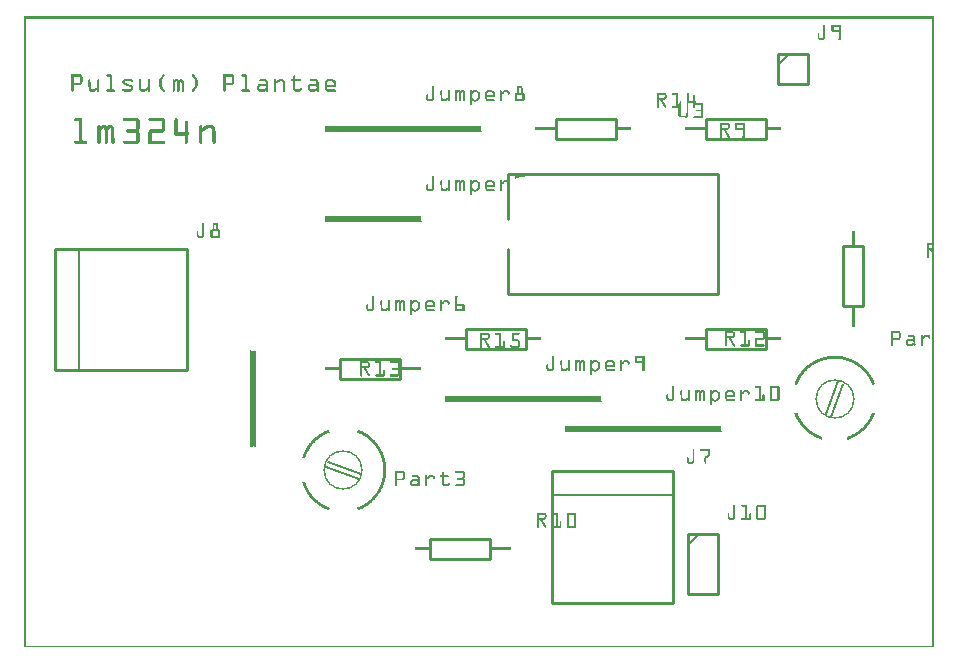
<source format=gto>
G04 MADE WITH FRITZING*
G04 WWW.FRITZING.ORG*
G04 DOUBLE SIDED*
G04 HOLES PLATED*
G04 CONTOUR ON CENTER OF CONTOUR VECTOR*
%ASAXBY*%
%FSLAX23Y23*%
%MOIN*%
%OFA0B0*%
%SFA1.0B1.0*%
%ADD10C,0.130984X0.120984*%
%ADD11C,0.010000*%
%ADD12C,0.005000*%
%LNSILK1*%
G90*
G70*
G54D10*
X1070Y589D03*
X2708Y827D03*
G54D11*
X1620Y1177D02*
X2320Y1177D01*
D02*
X2320Y1177D02*
X2320Y1577D01*
D02*
X2320Y1577D02*
X1620Y1577D01*
D02*
X1620Y1177D02*
X1620Y1327D01*
D02*
X1620Y1427D02*
X1620Y1577D01*
G54D12*
D02*
X1129Y578D02*
X1019Y617D01*
D02*
X1011Y601D02*
X1121Y562D01*
D02*
X2720Y886D02*
X2680Y776D01*
D02*
X2696Y768D02*
X2735Y878D01*
G54D11*
D02*
X2279Y1760D02*
X2479Y1760D01*
D02*
X2479Y1760D02*
X2479Y1694D01*
D02*
X2479Y1694D02*
X2279Y1694D01*
D02*
X2279Y1694D02*
X2279Y1760D01*
D02*
X1560Y294D02*
X1360Y294D01*
D02*
X1360Y294D02*
X1360Y360D01*
D02*
X1360Y360D02*
X1560Y360D01*
D02*
X1560Y360D02*
X1560Y294D01*
D02*
X2737Y1137D02*
X2737Y1337D01*
D02*
X2737Y1337D02*
X2803Y1337D01*
D02*
X2803Y1337D02*
X2803Y1137D01*
D02*
X2803Y1137D02*
X2737Y1137D01*
D02*
X2279Y1060D02*
X2479Y1060D01*
D02*
X2479Y1060D02*
X2479Y994D01*
D02*
X2479Y994D02*
X2279Y994D01*
D02*
X2279Y994D02*
X2279Y1060D01*
D02*
X1260Y894D02*
X1060Y894D01*
D02*
X1060Y894D02*
X1060Y960D01*
D02*
X1060Y960D02*
X1260Y960D01*
D02*
X1260Y960D02*
X1260Y894D01*
D02*
X1779Y1760D02*
X1979Y1760D01*
D02*
X1979Y1760D02*
X1979Y1694D01*
D02*
X1979Y1694D02*
X1779Y1694D01*
D02*
X1779Y1694D02*
X1779Y1760D01*
D02*
X1479Y1060D02*
X1679Y1060D01*
D02*
X1679Y1060D02*
X1679Y994D01*
D02*
X1679Y994D02*
X1479Y994D01*
D02*
X1479Y994D02*
X1479Y1060D01*
D02*
X1767Y147D02*
X2170Y147D01*
D02*
X2170Y147D02*
X2170Y587D01*
D02*
X2170Y587D02*
X1767Y587D01*
D02*
X1767Y587D02*
X1767Y147D01*
G54D12*
D02*
X2170Y507D02*
X1767Y507D01*
G54D11*
D02*
X550Y924D02*
X550Y1327D01*
D02*
X550Y1327D02*
X110Y1327D01*
D02*
X110Y1327D02*
X110Y924D01*
D02*
X110Y924D02*
X550Y924D01*
G54D12*
D02*
X190Y1327D02*
X190Y924D01*
G54D11*
D02*
X2520Y1977D02*
X2520Y1877D01*
D02*
X2520Y1877D02*
X2620Y1877D01*
D02*
X2620Y1877D02*
X2620Y1977D01*
D02*
X2620Y1977D02*
X2520Y1977D01*
G54D12*
D02*
X2520Y1942D02*
X2555Y1977D01*
G54D11*
D02*
X2220Y377D02*
X2220Y177D01*
D02*
X2220Y177D02*
X2320Y177D01*
D02*
X2320Y177D02*
X2320Y377D01*
D02*
X2320Y377D02*
X2220Y377D01*
G54D12*
D02*
X2220Y342D02*
X2255Y377D01*
G36*
X4Y2103D02*
X4Y2095D01*
X3033Y2095D01*
X3033Y1348D01*
X3015Y1348D01*
X3015Y1341D01*
X3033Y1341D01*
X3033Y1331D01*
X3039Y1331D01*
X3039Y2103D01*
X4Y2103D01*
G37*
D02*
G36*
X4Y2095D02*
X4Y5D01*
X12Y5D01*
X12Y2095D01*
X4Y2095D01*
G37*
D02*
G36*
X3015Y1341D02*
X3015Y1331D01*
X3022Y1331D01*
X3022Y1341D01*
X3015Y1341D01*
G37*
D02*
G36*
X3015Y1331D02*
X3015Y1330D01*
X3039Y1330D01*
X3039Y1331D01*
X3015Y1331D01*
G37*
D02*
G36*
X3015Y1331D02*
X3015Y1330D01*
X3039Y1330D01*
X3039Y1331D01*
X3015Y1331D01*
G37*
D02*
G36*
X3015Y1330D02*
X3015Y1324D01*
X3027Y1324D01*
X3027Y1322D01*
X3028Y1322D01*
X3028Y1320D01*
X3029Y1320D01*
X3029Y1319D01*
X3030Y1319D01*
X3030Y1317D01*
X3031Y1317D01*
X3031Y1315D01*
X3032Y1315D01*
X3032Y1313D01*
X3033Y1313D01*
X3033Y5D01*
X3039Y5D01*
X3039Y1330D01*
X3015Y1330D01*
G37*
D02*
G36*
X3015Y1324D02*
X3015Y1298D01*
X3016Y1298D01*
X3016Y1297D01*
X3021Y1297D01*
X3021Y1302D01*
X3022Y1302D01*
X3022Y1324D01*
X3015Y1324D01*
G37*
D02*
G36*
X4Y5D02*
X4Y4D01*
X3039Y4D01*
X3039Y5D01*
X4Y5D01*
G37*
D02*
G36*
X4Y5D02*
X4Y4D01*
X3039Y4D01*
X3039Y5D01*
X4Y5D01*
G37*
D02*
G36*
X4Y4D02*
X4Y-1D01*
X3039Y-1D01*
X3039Y4D01*
X4Y4D01*
G37*
D02*
G36*
X2699Y2075D02*
X2699Y2074D01*
X2698Y2074D01*
X2698Y2073D01*
X2697Y2073D01*
X2697Y2068D01*
X2723Y2068D01*
X2723Y2058D01*
X2730Y2058D01*
X2730Y2073D01*
X2729Y2073D01*
X2729Y2074D01*
X2727Y2074D01*
X2727Y2075D01*
X2699Y2075D01*
G37*
D02*
G36*
X2697Y2068D02*
X2697Y2058D01*
X2704Y2058D01*
X2704Y2068D01*
X2697Y2068D01*
G37*
D02*
G36*
X2697Y2058D02*
X2697Y2057D01*
X2730Y2057D01*
X2730Y2058D01*
X2697Y2058D01*
G37*
D02*
G36*
X2697Y2058D02*
X2697Y2057D01*
X2730Y2057D01*
X2730Y2058D01*
X2697Y2058D01*
G37*
D02*
G36*
X2697Y2057D02*
X2697Y2053D01*
X2698Y2053D01*
X2698Y2052D01*
X2699Y2052D01*
X2699Y2051D01*
X2723Y2051D01*
X2723Y2030D01*
X2722Y2030D01*
X2722Y2029D01*
X2721Y2029D01*
X2721Y2028D01*
X2720Y2028D01*
X2720Y2025D01*
X2721Y2025D01*
X2721Y2024D01*
X2722Y2024D01*
X2722Y2023D01*
X2728Y2023D01*
X2728Y2024D01*
X2729Y2024D01*
X2729Y2025D01*
X2730Y2025D01*
X2730Y2057D01*
X2697Y2057D01*
G37*
D02*
G36*
X2673Y2075D02*
X2673Y2074D01*
X2671Y2074D01*
X2671Y2073D01*
X2670Y2073D01*
X2670Y2031D01*
X2669Y2031D01*
X2669Y2030D01*
X2676Y2030D01*
X2676Y2031D01*
X2677Y2031D01*
X2677Y2073D01*
X2676Y2073D01*
X2676Y2074D01*
X2674Y2074D01*
X2674Y2075D01*
X2673Y2075D01*
G37*
D02*
G36*
X2653Y2047D02*
X2653Y2046D01*
X2651Y2046D01*
X2651Y2030D01*
X2659Y2030D01*
X2659Y2031D01*
X2658Y2031D01*
X2658Y2032D01*
X2657Y2032D01*
X2657Y2045D01*
X2656Y2045D01*
X2656Y2046D01*
X2655Y2046D01*
X2655Y2047D01*
X2653Y2047D01*
G37*
D02*
G36*
X2651Y2030D02*
X2651Y2029D01*
X2676Y2029D01*
X2676Y2030D01*
X2651Y2030D01*
G37*
D02*
G36*
X2651Y2030D02*
X2651Y2029D01*
X2676Y2029D01*
X2676Y2030D01*
X2651Y2030D01*
G37*
D02*
G36*
X2652Y2029D02*
X2652Y2028D01*
X2653Y2028D01*
X2653Y2026D01*
X2654Y2026D01*
X2654Y2025D01*
X2656Y2025D01*
X2656Y2024D01*
X2659Y2024D01*
X2659Y2023D01*
X2669Y2023D01*
X2669Y2024D01*
X2672Y2024D01*
X2672Y2025D01*
X2673Y2025D01*
X2673Y2026D01*
X2674Y2026D01*
X2674Y2027D01*
X2675Y2027D01*
X2675Y2028D01*
X2676Y2028D01*
X2676Y2029D01*
X2652Y2029D01*
G37*
D02*
G36*
X163Y1909D02*
X163Y1902D01*
X191Y1902D01*
X191Y1901D01*
X192Y1901D01*
X192Y1900D01*
X193Y1900D01*
X193Y1883D01*
X192Y1883D01*
X192Y1882D01*
X191Y1882D01*
X191Y1881D01*
X200Y1881D01*
X200Y1883D01*
X201Y1883D01*
X201Y1900D01*
X200Y1900D01*
X200Y1903D01*
X199Y1903D01*
X199Y1905D01*
X198Y1905D01*
X198Y1906D01*
X197Y1906D01*
X197Y1907D01*
X196Y1907D01*
X196Y1908D01*
X194Y1908D01*
X194Y1909D01*
X163Y1909D01*
G37*
D02*
G36*
X163Y1902D02*
X163Y1881D01*
X171Y1881D01*
X171Y1902D01*
X163Y1902D01*
G37*
D02*
G36*
X163Y1881D02*
X163Y1880D01*
X200Y1880D01*
X200Y1881D01*
X163Y1881D01*
G37*
D02*
G36*
X163Y1881D02*
X163Y1880D01*
X200Y1880D01*
X200Y1881D01*
X163Y1881D01*
G37*
D02*
G36*
X163Y1880D02*
X163Y1855D01*
X164Y1855D01*
X164Y1852D01*
X166Y1852D01*
X166Y1851D01*
X169Y1851D01*
X169Y1852D01*
X170Y1852D01*
X170Y1853D01*
X171Y1853D01*
X171Y1873D01*
X191Y1873D01*
X191Y1874D01*
X194Y1874D01*
X194Y1875D01*
X196Y1875D01*
X196Y1876D01*
X197Y1876D01*
X197Y1877D01*
X198Y1877D01*
X198Y1878D01*
X199Y1878D01*
X199Y1880D01*
X163Y1880D01*
G37*
D02*
G36*
X281Y1909D02*
X281Y1908D01*
X280Y1908D01*
X280Y1903D01*
X282Y1903D01*
X282Y1902D01*
X291Y1902D01*
X291Y1859D01*
X282Y1859D01*
X282Y1858D01*
X281Y1858D01*
X281Y1857D01*
X280Y1857D01*
X280Y1853D01*
X281Y1853D01*
X281Y1852D01*
X282Y1852D01*
X282Y1851D01*
X307Y1851D01*
X307Y1852D01*
X309Y1852D01*
X309Y1858D01*
X307Y1858D01*
X307Y1859D01*
X298Y1859D01*
X298Y1908D01*
X297Y1908D01*
X297Y1909D01*
X281Y1909D01*
G37*
D02*
G36*
X468Y1909D02*
X468Y1907D01*
X467Y1907D01*
X467Y1906D01*
X466Y1906D01*
X466Y1905D01*
X465Y1905D01*
X465Y1904D01*
X464Y1904D01*
X464Y1902D01*
X463Y1902D01*
X463Y1901D01*
X462Y1901D01*
X462Y1900D01*
X461Y1900D01*
X461Y1898D01*
X460Y1898D01*
X460Y1897D01*
X459Y1897D01*
X459Y1896D01*
X458Y1896D01*
X458Y1894D01*
X457Y1894D01*
X457Y1891D01*
X456Y1891D01*
X456Y1870D01*
X457Y1870D01*
X457Y1867D01*
X458Y1867D01*
X458Y1865D01*
X459Y1865D01*
X459Y1864D01*
X460Y1864D01*
X460Y1862D01*
X461Y1862D01*
X461Y1861D01*
X462Y1861D01*
X462Y1860D01*
X463Y1860D01*
X463Y1858D01*
X464Y1858D01*
X464Y1857D01*
X465Y1857D01*
X465Y1856D01*
X466Y1856D01*
X466Y1855D01*
X467Y1855D01*
X467Y1853D01*
X468Y1853D01*
X468Y1852D01*
X470Y1852D01*
X470Y1851D01*
X472Y1851D01*
X472Y1852D01*
X474Y1852D01*
X474Y1854D01*
X475Y1854D01*
X475Y1856D01*
X474Y1856D01*
X474Y1858D01*
X473Y1858D01*
X473Y1859D01*
X472Y1859D01*
X472Y1860D01*
X471Y1860D01*
X471Y1862D01*
X470Y1862D01*
X470Y1863D01*
X469Y1863D01*
X469Y1864D01*
X468Y1864D01*
X468Y1866D01*
X467Y1866D01*
X467Y1867D01*
X466Y1867D01*
X466Y1868D01*
X465Y1868D01*
X465Y1870D01*
X464Y1870D01*
X464Y1891D01*
X465Y1891D01*
X465Y1893D01*
X466Y1893D01*
X466Y1894D01*
X467Y1894D01*
X467Y1895D01*
X468Y1895D01*
X468Y1896D01*
X469Y1896D01*
X469Y1898D01*
X470Y1898D01*
X470Y1899D01*
X471Y1899D01*
X471Y1900D01*
X472Y1900D01*
X472Y1902D01*
X473Y1902D01*
X473Y1903D01*
X474Y1903D01*
X474Y1905D01*
X475Y1905D01*
X475Y1907D01*
X474Y1907D01*
X474Y1908D01*
X473Y1908D01*
X473Y1909D01*
X468Y1909D01*
G37*
D02*
G36*
X566Y1909D02*
X566Y1908D01*
X565Y1908D01*
X565Y1904D01*
X566Y1904D01*
X566Y1902D01*
X567Y1902D01*
X567Y1901D01*
X568Y1901D01*
X568Y1900D01*
X569Y1900D01*
X569Y1899D01*
X570Y1899D01*
X570Y1897D01*
X571Y1897D01*
X571Y1896D01*
X572Y1896D01*
X572Y1895D01*
X573Y1895D01*
X573Y1893D01*
X574Y1893D01*
X574Y1892D01*
X575Y1892D01*
X575Y1890D01*
X576Y1890D01*
X576Y1870D01*
X575Y1870D01*
X575Y1869D01*
X574Y1869D01*
X574Y1867D01*
X573Y1867D01*
X573Y1866D01*
X572Y1866D01*
X572Y1865D01*
X571Y1865D01*
X571Y1863D01*
X570Y1863D01*
X570Y1862D01*
X569Y1862D01*
X569Y1861D01*
X568Y1861D01*
X568Y1860D01*
X567Y1860D01*
X567Y1858D01*
X566Y1858D01*
X566Y1857D01*
X565Y1857D01*
X565Y1853D01*
X566Y1853D01*
X566Y1852D01*
X567Y1852D01*
X567Y1851D01*
X570Y1851D01*
X570Y1852D01*
X571Y1852D01*
X571Y1853D01*
X572Y1853D01*
X572Y1854D01*
X573Y1854D01*
X573Y1855D01*
X574Y1855D01*
X574Y1856D01*
X575Y1856D01*
X575Y1858D01*
X576Y1858D01*
X576Y1859D01*
X577Y1859D01*
X577Y1860D01*
X578Y1860D01*
X578Y1861D01*
X579Y1861D01*
X579Y1863D01*
X580Y1863D01*
X580Y1864D01*
X581Y1864D01*
X581Y1866D01*
X582Y1866D01*
X582Y1868D01*
X583Y1868D01*
X583Y1871D01*
X584Y1871D01*
X584Y1889D01*
X583Y1889D01*
X583Y1893D01*
X582Y1893D01*
X582Y1895D01*
X581Y1895D01*
X581Y1897D01*
X580Y1897D01*
X580Y1898D01*
X579Y1898D01*
X579Y1899D01*
X578Y1899D01*
X578Y1901D01*
X577Y1901D01*
X577Y1902D01*
X576Y1902D01*
X576Y1903D01*
X575Y1903D01*
X575Y1904D01*
X574Y1904D01*
X574Y1906D01*
X573Y1906D01*
X573Y1907D01*
X572Y1907D01*
X572Y1908D01*
X571Y1908D01*
X571Y1909D01*
X566Y1909D01*
G37*
D02*
G36*
X670Y1909D02*
X670Y1902D01*
X698Y1902D01*
X698Y1901D01*
X699Y1901D01*
X699Y1900D01*
X700Y1900D01*
X700Y1883D01*
X699Y1883D01*
X699Y1882D01*
X698Y1882D01*
X698Y1881D01*
X707Y1881D01*
X707Y1902D01*
X706Y1902D01*
X706Y1904D01*
X705Y1904D01*
X705Y1906D01*
X704Y1906D01*
X704Y1907D01*
X702Y1907D01*
X702Y1908D01*
X701Y1908D01*
X701Y1909D01*
X670Y1909D01*
G37*
D02*
G36*
X670Y1902D02*
X670Y1881D01*
X678Y1881D01*
X678Y1902D01*
X670Y1902D01*
G37*
D02*
G36*
X670Y1881D02*
X670Y1880D01*
X706Y1880D01*
X706Y1881D01*
X670Y1881D01*
G37*
D02*
G36*
X670Y1881D02*
X670Y1880D01*
X706Y1880D01*
X706Y1881D01*
X670Y1881D01*
G37*
D02*
G36*
X670Y1880D02*
X670Y1853D01*
X671Y1853D01*
X671Y1852D01*
X673Y1852D01*
X673Y1851D01*
X675Y1851D01*
X675Y1852D01*
X677Y1852D01*
X677Y1854D01*
X678Y1854D01*
X678Y1873D01*
X697Y1873D01*
X697Y1874D01*
X701Y1874D01*
X701Y1875D01*
X703Y1875D01*
X703Y1876D01*
X704Y1876D01*
X704Y1877D01*
X705Y1877D01*
X705Y1879D01*
X706Y1879D01*
X706Y1880D01*
X670Y1880D01*
G37*
D02*
G36*
X731Y1909D02*
X731Y1907D01*
X730Y1907D01*
X730Y1904D01*
X731Y1904D01*
X731Y1903D01*
X732Y1903D01*
X732Y1902D01*
X741Y1902D01*
X741Y1859D01*
X733Y1859D01*
X733Y1858D01*
X731Y1858D01*
X731Y1857D01*
X730Y1857D01*
X730Y1853D01*
X731Y1853D01*
X731Y1852D01*
X733Y1852D01*
X733Y1851D01*
X757Y1851D01*
X757Y1852D01*
X759Y1852D01*
X759Y1853D01*
X760Y1853D01*
X760Y1857D01*
X759Y1857D01*
X759Y1858D01*
X757Y1858D01*
X757Y1859D01*
X749Y1859D01*
X749Y1907D01*
X748Y1907D01*
X748Y1908D01*
X747Y1908D01*
X747Y1909D01*
X731Y1909D01*
G37*
D02*
G36*
X904Y1906D02*
X904Y1905D01*
X903Y1905D01*
X903Y1894D01*
X898Y1894D01*
X898Y1893D01*
X896Y1893D01*
X896Y1891D01*
X895Y1891D01*
X895Y1889D01*
X896Y1889D01*
X896Y1887D01*
X897Y1887D01*
X897Y1886D01*
X903Y1886D01*
X903Y1859D01*
X912Y1859D01*
X912Y1860D01*
X911Y1860D01*
X911Y1861D01*
X910Y1861D01*
X910Y1886D01*
X927Y1886D01*
X927Y1887D01*
X928Y1887D01*
X928Y1888D01*
X929Y1888D01*
X929Y1891D01*
X928Y1891D01*
X928Y1893D01*
X926Y1893D01*
X926Y1894D01*
X910Y1894D01*
X910Y1905D01*
X909Y1905D01*
X909Y1906D01*
X904Y1906D01*
G37*
D02*
G36*
X927Y1865D02*
X927Y1864D01*
X926Y1864D01*
X926Y1863D01*
X925Y1863D01*
X925Y1861D01*
X924Y1861D01*
X924Y1860D01*
X923Y1860D01*
X923Y1859D01*
X932Y1859D01*
X932Y1864D01*
X931Y1864D01*
X931Y1865D01*
X927Y1865D01*
G37*
D02*
G36*
X903Y1859D02*
X903Y1858D01*
X932Y1858D01*
X932Y1859D01*
X903Y1859D01*
G37*
D02*
G36*
X903Y1859D02*
X903Y1858D01*
X932Y1858D01*
X932Y1859D01*
X903Y1859D01*
G37*
D02*
G36*
X904Y1858D02*
X904Y1856D01*
X905Y1856D01*
X905Y1855D01*
X906Y1855D01*
X906Y1854D01*
X907Y1854D01*
X907Y1853D01*
X909Y1853D01*
X909Y1852D01*
X911Y1852D01*
X911Y1851D01*
X924Y1851D01*
X924Y1852D01*
X926Y1852D01*
X926Y1853D01*
X928Y1853D01*
X928Y1854D01*
X929Y1854D01*
X929Y1855D01*
X930Y1855D01*
X930Y1856D01*
X931Y1856D01*
X931Y1858D01*
X904Y1858D01*
G37*
D02*
G36*
X223Y1894D02*
X223Y1893D01*
X221Y1893D01*
X221Y1892D01*
X220Y1892D01*
X220Y1868D01*
X221Y1868D01*
X221Y1859D01*
X230Y1859D01*
X230Y1860D01*
X229Y1860D01*
X229Y1861D01*
X228Y1861D01*
X228Y1883D01*
X227Y1883D01*
X227Y1892D01*
X226Y1892D01*
X226Y1893D01*
X224Y1893D01*
X224Y1894D01*
X223Y1894D01*
G37*
D02*
G36*
X252Y1894D02*
X252Y1893D01*
X251Y1893D01*
X251Y1892D01*
X250Y1892D01*
X250Y1891D01*
X249Y1891D01*
X249Y1866D01*
X248Y1866D01*
X248Y1865D01*
X246Y1865D01*
X246Y1864D01*
X245Y1864D01*
X245Y1863D01*
X243Y1863D01*
X243Y1862D01*
X241Y1862D01*
X241Y1861D01*
X240Y1861D01*
X240Y1860D01*
X238Y1860D01*
X238Y1859D01*
X257Y1859D01*
X257Y1892D01*
X256Y1892D01*
X256Y1893D01*
X254Y1893D01*
X254Y1894D01*
X252Y1894D01*
G37*
D02*
G36*
X221Y1859D02*
X221Y1858D01*
X257Y1858D01*
X257Y1859D01*
X221Y1859D01*
G37*
D02*
G36*
X221Y1859D02*
X221Y1858D01*
X257Y1858D01*
X257Y1859D01*
X221Y1859D01*
G37*
D02*
G36*
X222Y1858D02*
X222Y1857D01*
X249Y1857D01*
X249Y1854D01*
X250Y1854D01*
X250Y1852D01*
X252Y1852D01*
X252Y1851D01*
X255Y1851D01*
X255Y1852D01*
X256Y1852D01*
X256Y1853D01*
X257Y1853D01*
X257Y1858D01*
X222Y1858D01*
G37*
D02*
G36*
X222Y1857D02*
X222Y1856D01*
X223Y1856D01*
X223Y1855D01*
X224Y1855D01*
X224Y1854D01*
X225Y1854D01*
X225Y1853D01*
X227Y1853D01*
X227Y1852D01*
X229Y1852D01*
X229Y1851D01*
X239Y1851D01*
X239Y1852D01*
X241Y1852D01*
X241Y1853D01*
X243Y1853D01*
X243Y1854D01*
X245Y1854D01*
X245Y1855D01*
X246Y1855D01*
X246Y1856D01*
X248Y1856D01*
X248Y1857D01*
X222Y1857D01*
G37*
D02*
G36*
X392Y1894D02*
X392Y1893D01*
X390Y1893D01*
X390Y1892D01*
X389Y1892D01*
X389Y1865D01*
X390Y1865D01*
X390Y1859D01*
X399Y1859D01*
X399Y1860D01*
X398Y1860D01*
X398Y1861D01*
X397Y1861D01*
X397Y1880D01*
X396Y1880D01*
X396Y1892D01*
X395Y1892D01*
X395Y1893D01*
X393Y1893D01*
X393Y1894D01*
X392Y1894D01*
G37*
D02*
G36*
X421Y1894D02*
X421Y1893D01*
X419Y1893D01*
X419Y1891D01*
X418Y1891D01*
X418Y1866D01*
X417Y1866D01*
X417Y1865D01*
X415Y1865D01*
X415Y1864D01*
X414Y1864D01*
X414Y1863D01*
X412Y1863D01*
X412Y1862D01*
X410Y1862D01*
X410Y1861D01*
X409Y1861D01*
X409Y1860D01*
X407Y1860D01*
X407Y1859D01*
X426Y1859D01*
X426Y1891D01*
X425Y1891D01*
X425Y1893D01*
X423Y1893D01*
X423Y1894D01*
X421Y1894D01*
G37*
D02*
G36*
X390Y1859D02*
X390Y1858D01*
X426Y1858D01*
X426Y1859D01*
X390Y1859D01*
G37*
D02*
G36*
X390Y1859D02*
X390Y1858D01*
X426Y1858D01*
X426Y1859D01*
X390Y1859D01*
G37*
D02*
G36*
X391Y1858D02*
X391Y1857D01*
X418Y1857D01*
X418Y1854D01*
X419Y1854D01*
X419Y1852D01*
X421Y1852D01*
X421Y1851D01*
X423Y1851D01*
X423Y1852D01*
X425Y1852D01*
X425Y1854D01*
X426Y1854D01*
X426Y1858D01*
X391Y1858D01*
G37*
D02*
G36*
X391Y1857D02*
X391Y1856D01*
X392Y1856D01*
X392Y1855D01*
X393Y1855D01*
X393Y1854D01*
X394Y1854D01*
X394Y1853D01*
X396Y1853D01*
X396Y1852D01*
X398Y1852D01*
X398Y1851D01*
X407Y1851D01*
X407Y1852D01*
X410Y1852D01*
X410Y1853D01*
X412Y1853D01*
X412Y1854D01*
X413Y1854D01*
X413Y1855D01*
X415Y1855D01*
X415Y1856D01*
X417Y1856D01*
X417Y1857D01*
X391Y1857D01*
G37*
D02*
G36*
X504Y1894D02*
X504Y1893D01*
X502Y1893D01*
X502Y1892D01*
X501Y1892D01*
X501Y1891D01*
X508Y1891D01*
X508Y1892D01*
X507Y1892D01*
X507Y1893D01*
X505Y1893D01*
X505Y1894D01*
X504Y1894D01*
G37*
D02*
G36*
X513Y1894D02*
X513Y1893D01*
X510Y1893D01*
X510Y1892D01*
X509Y1892D01*
X509Y1891D01*
X520Y1891D01*
X520Y1892D01*
X519Y1892D01*
X519Y1893D01*
X516Y1893D01*
X516Y1894D01*
X513Y1894D01*
G37*
D02*
G36*
X528Y1894D02*
X528Y1893D01*
X525Y1893D01*
X525Y1892D01*
X523Y1892D01*
X523Y1891D01*
X522Y1891D01*
X522Y1890D01*
X536Y1890D01*
X536Y1891D01*
X535Y1891D01*
X535Y1892D01*
X533Y1892D01*
X533Y1893D01*
X530Y1893D01*
X530Y1894D01*
X528Y1894D01*
G37*
D02*
G36*
X501Y1891D02*
X501Y1890D01*
X521Y1890D01*
X521Y1891D01*
X501Y1891D01*
G37*
D02*
G36*
X501Y1891D02*
X501Y1890D01*
X521Y1890D01*
X521Y1891D01*
X501Y1891D01*
G37*
D02*
G36*
X501Y1890D02*
X501Y1889D01*
X537Y1889D01*
X537Y1890D01*
X501Y1890D01*
G37*
D02*
G36*
X501Y1890D02*
X501Y1889D01*
X537Y1889D01*
X537Y1890D01*
X501Y1890D01*
G37*
D02*
G36*
X501Y1889D02*
X501Y1886D01*
X530Y1886D01*
X530Y1882D01*
X531Y1882D01*
X531Y1855D01*
X532Y1855D01*
X532Y1852D01*
X534Y1852D01*
X534Y1851D01*
X537Y1851D01*
X537Y1852D01*
X538Y1852D01*
X538Y1853D01*
X539Y1853D01*
X539Y1870D01*
X538Y1870D01*
X538Y1887D01*
X537Y1887D01*
X537Y1889D01*
X501Y1889D01*
G37*
D02*
G36*
X501Y1886D02*
X501Y1853D01*
X502Y1853D01*
X502Y1852D01*
X503Y1852D01*
X503Y1851D01*
X506Y1851D01*
X506Y1852D01*
X507Y1852D01*
X507Y1853D01*
X508Y1853D01*
X508Y1881D01*
X509Y1881D01*
X509Y1882D01*
X510Y1882D01*
X510Y1883D01*
X511Y1883D01*
X511Y1884D01*
X512Y1884D01*
X512Y1885D01*
X513Y1885D01*
X513Y1886D01*
X501Y1886D01*
G37*
D02*
G36*
X516Y1886D02*
X516Y1853D01*
X517Y1853D01*
X517Y1852D01*
X518Y1852D01*
X518Y1851D01*
X521Y1851D01*
X521Y1852D01*
X523Y1852D01*
X523Y1854D01*
X524Y1854D01*
X524Y1883D01*
X526Y1883D01*
X526Y1884D01*
X527Y1884D01*
X527Y1885D01*
X528Y1885D01*
X528Y1886D01*
X516Y1886D01*
G37*
D02*
G36*
X793Y1894D02*
X793Y1893D01*
X791Y1893D01*
X791Y1891D01*
X790Y1891D01*
X790Y1888D01*
X791Y1888D01*
X791Y1887D01*
X792Y1887D01*
X792Y1886D01*
X810Y1886D01*
X810Y1885D01*
X811Y1885D01*
X811Y1879D01*
X812Y1879D01*
X812Y1878D01*
X791Y1878D01*
X791Y1877D01*
X789Y1877D01*
X789Y1876D01*
X787Y1876D01*
X787Y1875D01*
X786Y1875D01*
X786Y1874D01*
X785Y1874D01*
X785Y1873D01*
X784Y1873D01*
X784Y1871D01*
X783Y1871D01*
X783Y1870D01*
X810Y1870D01*
X810Y1869D01*
X811Y1869D01*
X811Y1868D01*
X812Y1868D01*
X812Y1863D01*
X810Y1863D01*
X810Y1862D01*
X809Y1862D01*
X809Y1861D01*
X807Y1861D01*
X807Y1860D01*
X805Y1860D01*
X805Y1859D01*
X820Y1859D01*
X820Y1867D01*
X819Y1867D01*
X819Y1885D01*
X818Y1885D01*
X818Y1888D01*
X817Y1888D01*
X817Y1889D01*
X816Y1889D01*
X816Y1890D01*
X815Y1890D01*
X815Y1891D01*
X814Y1891D01*
X814Y1892D01*
X813Y1892D01*
X813Y1893D01*
X809Y1893D01*
X809Y1894D01*
X793Y1894D01*
G37*
D02*
G36*
X783Y1870D02*
X783Y1859D01*
X792Y1859D01*
X792Y1860D01*
X791Y1860D01*
X791Y1861D01*
X790Y1861D01*
X790Y1868D01*
X791Y1868D01*
X791Y1869D01*
X792Y1869D01*
X792Y1870D01*
X783Y1870D01*
G37*
D02*
G36*
X783Y1859D02*
X783Y1858D01*
X820Y1858D01*
X820Y1859D01*
X783Y1859D01*
G37*
D02*
G36*
X783Y1859D02*
X783Y1858D01*
X820Y1858D01*
X820Y1859D01*
X783Y1859D01*
G37*
D02*
G36*
X784Y1858D02*
X784Y1856D01*
X785Y1856D01*
X785Y1855D01*
X786Y1855D01*
X786Y1854D01*
X813Y1854D01*
X813Y1852D01*
X815Y1852D01*
X815Y1851D01*
X817Y1851D01*
X817Y1852D01*
X819Y1852D01*
X819Y1853D01*
X820Y1853D01*
X820Y1858D01*
X784Y1858D01*
G37*
D02*
G36*
X787Y1854D02*
X787Y1853D01*
X789Y1853D01*
X789Y1852D01*
X792Y1852D01*
X792Y1851D01*
X806Y1851D01*
X806Y1852D01*
X808Y1852D01*
X808Y1853D01*
X810Y1853D01*
X810Y1854D01*
X787Y1854D01*
G37*
D02*
G36*
X842Y1894D02*
X842Y1893D01*
X840Y1893D01*
X840Y1892D01*
X839Y1892D01*
X839Y1888D01*
X847Y1888D01*
X847Y1890D01*
X846Y1890D01*
X846Y1892D01*
X845Y1892D01*
X845Y1893D01*
X844Y1893D01*
X844Y1894D01*
X842Y1894D01*
G37*
D02*
G36*
X858Y1894D02*
X858Y1893D01*
X855Y1893D01*
X855Y1892D01*
X853Y1892D01*
X853Y1891D01*
X852Y1891D01*
X852Y1890D01*
X850Y1890D01*
X850Y1889D01*
X849Y1889D01*
X849Y1888D01*
X873Y1888D01*
X873Y1890D01*
X872Y1890D01*
X872Y1891D01*
X871Y1891D01*
X871Y1892D01*
X869Y1892D01*
X869Y1893D01*
X866Y1893D01*
X866Y1894D01*
X858Y1894D01*
G37*
D02*
G36*
X839Y1888D02*
X839Y1887D01*
X874Y1887D01*
X874Y1888D01*
X839Y1888D01*
G37*
D02*
G36*
X839Y1888D02*
X839Y1887D01*
X874Y1887D01*
X874Y1888D01*
X839Y1888D01*
G37*
D02*
G36*
X839Y1887D02*
X839Y1886D01*
X866Y1886D01*
X866Y1885D01*
X867Y1885D01*
X867Y1884D01*
X868Y1884D01*
X868Y1860D01*
X869Y1860D01*
X869Y1853D01*
X870Y1853D01*
X870Y1852D01*
X871Y1852D01*
X871Y1851D01*
X874Y1851D01*
X874Y1852D01*
X875Y1852D01*
X875Y1853D01*
X876Y1853D01*
X876Y1875D01*
X875Y1875D01*
X875Y1886D01*
X874Y1886D01*
X874Y1887D01*
X839Y1887D01*
G37*
D02*
G36*
X839Y1886D02*
X839Y1853D01*
X840Y1853D01*
X840Y1852D01*
X841Y1852D01*
X841Y1851D01*
X844Y1851D01*
X844Y1852D01*
X846Y1852D01*
X846Y1855D01*
X847Y1855D01*
X847Y1879D01*
X848Y1879D01*
X848Y1880D01*
X850Y1880D01*
X850Y1881D01*
X852Y1881D01*
X852Y1882D01*
X853Y1882D01*
X853Y1883D01*
X855Y1883D01*
X855Y1884D01*
X856Y1884D01*
X856Y1885D01*
X858Y1885D01*
X858Y1886D01*
X839Y1886D01*
G37*
D02*
G36*
X962Y1894D02*
X962Y1893D01*
X960Y1893D01*
X960Y1892D01*
X959Y1892D01*
X959Y1888D01*
X960Y1888D01*
X960Y1887D01*
X961Y1887D01*
X961Y1886D01*
X979Y1886D01*
X979Y1885D01*
X980Y1885D01*
X980Y1878D01*
X960Y1878D01*
X960Y1877D01*
X958Y1877D01*
X958Y1876D01*
X956Y1876D01*
X956Y1875D01*
X955Y1875D01*
X955Y1874D01*
X954Y1874D01*
X954Y1873D01*
X953Y1873D01*
X953Y1871D01*
X952Y1871D01*
X952Y1870D01*
X979Y1870D01*
X979Y1869D01*
X980Y1869D01*
X980Y1868D01*
X981Y1868D01*
X981Y1863D01*
X979Y1863D01*
X979Y1862D01*
X978Y1862D01*
X978Y1861D01*
X976Y1861D01*
X976Y1860D01*
X974Y1860D01*
X974Y1859D01*
X989Y1859D01*
X989Y1864D01*
X988Y1864D01*
X988Y1885D01*
X987Y1885D01*
X987Y1888D01*
X986Y1888D01*
X986Y1889D01*
X985Y1889D01*
X985Y1890D01*
X984Y1890D01*
X984Y1891D01*
X983Y1891D01*
X983Y1892D01*
X982Y1892D01*
X982Y1893D01*
X978Y1893D01*
X978Y1894D01*
X962Y1894D01*
G37*
D02*
G36*
X952Y1870D02*
X952Y1859D01*
X961Y1859D01*
X961Y1860D01*
X960Y1860D01*
X960Y1861D01*
X959Y1861D01*
X959Y1868D01*
X960Y1868D01*
X960Y1869D01*
X961Y1869D01*
X961Y1870D01*
X952Y1870D01*
G37*
D02*
G36*
X952Y1859D02*
X952Y1858D01*
X989Y1858D01*
X989Y1859D01*
X952Y1859D01*
G37*
D02*
G36*
X952Y1859D02*
X952Y1858D01*
X989Y1858D01*
X989Y1859D01*
X952Y1859D01*
G37*
D02*
G36*
X953Y1858D02*
X953Y1856D01*
X954Y1856D01*
X954Y1855D01*
X955Y1855D01*
X955Y1854D01*
X982Y1854D01*
X982Y1852D01*
X984Y1852D01*
X984Y1851D01*
X986Y1851D01*
X986Y1852D01*
X988Y1852D01*
X988Y1854D01*
X989Y1854D01*
X989Y1858D01*
X953Y1858D01*
G37*
D02*
G36*
X956Y1854D02*
X956Y1853D01*
X958Y1853D01*
X958Y1852D01*
X960Y1852D01*
X960Y1851D01*
X975Y1851D01*
X975Y1852D01*
X977Y1852D01*
X977Y1853D01*
X979Y1853D01*
X979Y1854D01*
X956Y1854D01*
G37*
D02*
G36*
X1020Y1894D02*
X1020Y1893D01*
X1017Y1893D01*
X1017Y1892D01*
X1015Y1892D01*
X1015Y1891D01*
X1014Y1891D01*
X1014Y1890D01*
X1013Y1890D01*
X1013Y1889D01*
X1012Y1889D01*
X1012Y1888D01*
X1011Y1888D01*
X1011Y1887D01*
X1010Y1887D01*
X1010Y1886D01*
X1033Y1886D01*
X1033Y1885D01*
X1034Y1885D01*
X1034Y1884D01*
X1036Y1884D01*
X1036Y1883D01*
X1037Y1883D01*
X1037Y1881D01*
X1038Y1881D01*
X1038Y1875D01*
X1045Y1875D01*
X1045Y1884D01*
X1044Y1884D01*
X1044Y1886D01*
X1043Y1886D01*
X1043Y1887D01*
X1042Y1887D01*
X1042Y1888D01*
X1041Y1888D01*
X1041Y1889D01*
X1040Y1889D01*
X1040Y1890D01*
X1039Y1890D01*
X1039Y1891D01*
X1038Y1891D01*
X1038Y1892D01*
X1036Y1892D01*
X1036Y1893D01*
X1033Y1893D01*
X1033Y1894D01*
X1020Y1894D01*
G37*
D02*
G36*
X1009Y1886D02*
X1009Y1884D01*
X1008Y1884D01*
X1008Y1875D01*
X1015Y1875D01*
X1015Y1878D01*
X1016Y1878D01*
X1016Y1883D01*
X1017Y1883D01*
X1017Y1884D01*
X1019Y1884D01*
X1019Y1885D01*
X1020Y1885D01*
X1020Y1886D01*
X1009Y1886D01*
G37*
D02*
G36*
X1008Y1875D02*
X1008Y1874D01*
X1045Y1874D01*
X1045Y1875D01*
X1008Y1875D01*
G37*
D02*
G36*
X1008Y1875D02*
X1008Y1874D01*
X1045Y1874D01*
X1045Y1875D01*
X1008Y1875D01*
G37*
D02*
G36*
X1008Y1874D02*
X1008Y1861D01*
X1009Y1861D01*
X1009Y1859D01*
X1010Y1859D01*
X1010Y1858D01*
X1011Y1858D01*
X1011Y1857D01*
X1012Y1857D01*
X1012Y1856D01*
X1013Y1856D01*
X1013Y1855D01*
X1014Y1855D01*
X1014Y1854D01*
X1015Y1854D01*
X1015Y1853D01*
X1017Y1853D01*
X1017Y1852D01*
X1019Y1852D01*
X1019Y1851D01*
X1043Y1851D01*
X1043Y1852D01*
X1044Y1852D01*
X1044Y1853D01*
X1045Y1853D01*
X1045Y1857D01*
X1044Y1857D01*
X1044Y1858D01*
X1043Y1858D01*
X1043Y1859D01*
X1020Y1859D01*
X1020Y1860D01*
X1018Y1860D01*
X1018Y1861D01*
X1017Y1861D01*
X1017Y1862D01*
X1016Y1862D01*
X1016Y1865D01*
X1015Y1865D01*
X1015Y1867D01*
X1043Y1867D01*
X1043Y1868D01*
X1044Y1868D01*
X1044Y1869D01*
X1045Y1869D01*
X1045Y1874D01*
X1008Y1874D01*
G37*
D02*
G36*
X1650Y1871D02*
X1650Y1870D01*
X1649Y1870D01*
X1649Y1869D01*
X1648Y1869D01*
X1648Y1864D01*
X1661Y1864D01*
X1661Y1848D01*
X1668Y1848D01*
X1668Y1865D01*
X1667Y1865D01*
X1667Y1870D01*
X1665Y1870D01*
X1665Y1871D01*
X1650Y1871D01*
G37*
D02*
G36*
X1648Y1864D02*
X1648Y1848D01*
X1655Y1848D01*
X1655Y1849D01*
X1654Y1849D01*
X1654Y1864D01*
X1648Y1864D01*
G37*
D02*
G36*
X1645Y1848D02*
X1645Y1847D01*
X1671Y1847D01*
X1671Y1848D01*
X1645Y1848D01*
G37*
D02*
G36*
X1645Y1848D02*
X1645Y1847D01*
X1671Y1847D01*
X1671Y1848D01*
X1645Y1848D01*
G37*
D02*
G36*
X1643Y1847D02*
X1643Y1846D01*
X1642Y1846D01*
X1642Y1843D01*
X1641Y1843D01*
X1641Y1842D01*
X1667Y1842D01*
X1667Y1826D01*
X1674Y1826D01*
X1674Y1844D01*
X1673Y1844D01*
X1673Y1846D01*
X1672Y1846D01*
X1672Y1847D01*
X1643Y1847D01*
G37*
D02*
G36*
X1641Y1842D02*
X1641Y1826D01*
X1648Y1826D01*
X1648Y1842D01*
X1641Y1842D01*
G37*
D02*
G36*
X1641Y1826D02*
X1641Y1825D01*
X1674Y1825D01*
X1674Y1826D01*
X1641Y1826D01*
G37*
D02*
G36*
X1641Y1826D02*
X1641Y1825D01*
X1674Y1825D01*
X1674Y1826D01*
X1641Y1826D01*
G37*
D02*
G36*
X1641Y1825D02*
X1641Y1824D01*
X1642Y1824D01*
X1642Y1822D01*
X1643Y1822D01*
X1643Y1821D01*
X1644Y1821D01*
X1644Y1820D01*
X1647Y1820D01*
X1647Y1819D01*
X1669Y1819D01*
X1669Y1820D01*
X1671Y1820D01*
X1671Y1821D01*
X1672Y1821D01*
X1672Y1822D01*
X1673Y1822D01*
X1673Y1823D01*
X1674Y1823D01*
X1674Y1825D01*
X1641Y1825D01*
G37*
D02*
G36*
X341Y1894D02*
X341Y1893D01*
X338Y1893D01*
X338Y1892D01*
X337Y1892D01*
X337Y1891D01*
X336Y1891D01*
X336Y1890D01*
X335Y1890D01*
X335Y1889D01*
X334Y1889D01*
X334Y1887D01*
X333Y1887D01*
X333Y1886D01*
X361Y1886D01*
X361Y1885D01*
X362Y1885D01*
X362Y1884D01*
X363Y1884D01*
X363Y1883D01*
X367Y1883D01*
X367Y1884D01*
X368Y1884D01*
X368Y1885D01*
X369Y1885D01*
X369Y1888D01*
X368Y1888D01*
X368Y1889D01*
X367Y1889D01*
X367Y1891D01*
X365Y1891D01*
X365Y1892D01*
X364Y1892D01*
X364Y1893D01*
X360Y1893D01*
X360Y1894D01*
X341Y1894D01*
G37*
D02*
G36*
X333Y1886D02*
X333Y1882D01*
X334Y1882D01*
X334Y1879D01*
X335Y1879D01*
X335Y1878D01*
X336Y1878D01*
X336Y1877D01*
X337Y1877D01*
X337Y1876D01*
X339Y1876D01*
X339Y1875D01*
X341Y1875D01*
X341Y1874D01*
X343Y1874D01*
X343Y1873D01*
X345Y1873D01*
X345Y1872D01*
X348Y1872D01*
X348Y1871D01*
X350Y1871D01*
X350Y1870D01*
X352Y1870D01*
X352Y1869D01*
X354Y1869D01*
X354Y1868D01*
X357Y1868D01*
X357Y1867D01*
X359Y1867D01*
X359Y1866D01*
X361Y1866D01*
X361Y1864D01*
X362Y1864D01*
X362Y1861D01*
X361Y1861D01*
X361Y1860D01*
X360Y1860D01*
X360Y1859D01*
X369Y1859D01*
X369Y1867D01*
X368Y1867D01*
X368Y1869D01*
X367Y1869D01*
X367Y1870D01*
X366Y1870D01*
X366Y1871D01*
X365Y1871D01*
X365Y1872D01*
X364Y1872D01*
X364Y1873D01*
X362Y1873D01*
X362Y1874D01*
X360Y1874D01*
X360Y1875D01*
X357Y1875D01*
X357Y1876D01*
X355Y1876D01*
X355Y1877D01*
X353Y1877D01*
X353Y1878D01*
X350Y1878D01*
X350Y1879D01*
X348Y1879D01*
X348Y1880D01*
X346Y1880D01*
X346Y1881D01*
X344Y1881D01*
X344Y1882D01*
X342Y1882D01*
X342Y1883D01*
X341Y1883D01*
X341Y1886D01*
X333Y1886D01*
G37*
D02*
G36*
X334Y1862D02*
X334Y1861D01*
X333Y1861D01*
X333Y1859D01*
X341Y1859D01*
X341Y1860D01*
X339Y1860D01*
X339Y1861D01*
X338Y1861D01*
X338Y1862D01*
X334Y1862D01*
G37*
D02*
G36*
X332Y1859D02*
X332Y1858D01*
X369Y1858D01*
X369Y1859D01*
X332Y1859D01*
G37*
D02*
G36*
X332Y1859D02*
X332Y1858D01*
X369Y1858D01*
X369Y1859D01*
X332Y1859D01*
G37*
D02*
G36*
X332Y1858D02*
X332Y1857D01*
X333Y1857D01*
X333Y1855D01*
X335Y1855D01*
X335Y1854D01*
X336Y1854D01*
X336Y1853D01*
X338Y1853D01*
X338Y1852D01*
X341Y1852D01*
X341Y1851D01*
X360Y1851D01*
X360Y1852D01*
X363Y1852D01*
X363Y1853D01*
X365Y1853D01*
X365Y1854D01*
X366Y1854D01*
X366Y1855D01*
X367Y1855D01*
X367Y1856D01*
X368Y1856D01*
X368Y1858D01*
X332Y1858D01*
G37*
D02*
G36*
X1494Y1858D02*
X1494Y1857D01*
X1493Y1857D01*
X1493Y1856D01*
X1492Y1856D01*
X1492Y1854D01*
X1499Y1854D01*
X1499Y1856D01*
X1498Y1856D01*
X1498Y1858D01*
X1494Y1858D01*
G37*
D02*
G36*
X1505Y1858D02*
X1505Y1857D01*
X1503Y1857D01*
X1503Y1856D01*
X1501Y1856D01*
X1501Y1855D01*
X1500Y1855D01*
X1500Y1854D01*
X1517Y1854D01*
X1517Y1855D01*
X1516Y1855D01*
X1516Y1856D01*
X1515Y1856D01*
X1515Y1857D01*
X1513Y1857D01*
X1513Y1858D01*
X1505Y1858D01*
G37*
D02*
G36*
X1492Y1854D02*
X1492Y1853D01*
X1519Y1853D01*
X1519Y1854D01*
X1492Y1854D01*
G37*
D02*
G36*
X1492Y1854D02*
X1492Y1853D01*
X1519Y1853D01*
X1519Y1854D01*
X1492Y1854D01*
G37*
D02*
G36*
X1492Y1853D02*
X1492Y1851D01*
X1512Y1851D01*
X1512Y1850D01*
X1513Y1850D01*
X1513Y1849D01*
X1514Y1849D01*
X1514Y1848D01*
X1515Y1848D01*
X1515Y1847D01*
X1516Y1847D01*
X1516Y1846D01*
X1518Y1846D01*
X1518Y1830D01*
X1516Y1830D01*
X1516Y1829D01*
X1515Y1829D01*
X1515Y1828D01*
X1514Y1828D01*
X1514Y1827D01*
X1513Y1827D01*
X1513Y1826D01*
X1512Y1826D01*
X1512Y1825D01*
X1522Y1825D01*
X1522Y1826D01*
X1523Y1826D01*
X1523Y1827D01*
X1524Y1827D01*
X1524Y1829D01*
X1525Y1829D01*
X1525Y1847D01*
X1524Y1847D01*
X1524Y1849D01*
X1523Y1849D01*
X1523Y1850D01*
X1522Y1850D01*
X1522Y1851D01*
X1521Y1851D01*
X1521Y1852D01*
X1520Y1852D01*
X1520Y1853D01*
X1492Y1853D01*
G37*
D02*
G36*
X1492Y1851D02*
X1492Y1825D01*
X1506Y1825D01*
X1506Y1826D01*
X1505Y1826D01*
X1505Y1827D01*
X1504Y1827D01*
X1504Y1828D01*
X1503Y1828D01*
X1503Y1829D01*
X1502Y1829D01*
X1502Y1830D01*
X1501Y1830D01*
X1501Y1831D01*
X1500Y1831D01*
X1500Y1832D01*
X1499Y1832D01*
X1499Y1844D01*
X1500Y1844D01*
X1500Y1845D01*
X1501Y1845D01*
X1501Y1846D01*
X1502Y1846D01*
X1502Y1847D01*
X1503Y1847D01*
X1503Y1848D01*
X1504Y1848D01*
X1504Y1849D01*
X1505Y1849D01*
X1505Y1850D01*
X1506Y1850D01*
X1506Y1851D01*
X1492Y1851D01*
G37*
D02*
G36*
X1492Y1825D02*
X1492Y1824D01*
X1521Y1824D01*
X1521Y1825D01*
X1492Y1825D01*
G37*
D02*
G36*
X1492Y1825D02*
X1492Y1824D01*
X1521Y1824D01*
X1521Y1825D01*
X1492Y1825D01*
G37*
D02*
G36*
X1492Y1824D02*
X1492Y1823D01*
X1500Y1823D01*
X1500Y1822D01*
X1501Y1822D01*
X1501Y1821D01*
X1502Y1821D01*
X1502Y1820D01*
X1503Y1820D01*
X1503Y1819D01*
X1505Y1819D01*
X1505Y1818D01*
X1513Y1818D01*
X1513Y1819D01*
X1515Y1819D01*
X1515Y1820D01*
X1516Y1820D01*
X1516Y1821D01*
X1517Y1821D01*
X1517Y1822D01*
X1518Y1822D01*
X1518Y1823D01*
X1520Y1823D01*
X1520Y1824D01*
X1492Y1824D01*
G37*
D02*
G36*
X1492Y1823D02*
X1492Y1808D01*
X1493Y1808D01*
X1493Y1806D01*
X1495Y1806D01*
X1495Y1805D01*
X1496Y1805D01*
X1496Y1806D01*
X1498Y1806D01*
X1498Y1807D01*
X1499Y1807D01*
X1499Y1823D01*
X1492Y1823D01*
G37*
D02*
G36*
X1395Y1857D02*
X1395Y1856D01*
X1394Y1856D01*
X1394Y1855D01*
X1393Y1855D01*
X1393Y1839D01*
X1394Y1839D01*
X1394Y1826D01*
X1402Y1826D01*
X1402Y1827D01*
X1401Y1827D01*
X1401Y1830D01*
X1400Y1830D01*
X1400Y1854D01*
X1399Y1854D01*
X1399Y1856D01*
X1397Y1856D01*
X1397Y1857D01*
X1395Y1857D01*
G37*
D02*
G36*
X1421Y1857D02*
X1421Y1856D01*
X1420Y1856D01*
X1420Y1855D01*
X1419Y1855D01*
X1419Y1832D01*
X1417Y1832D01*
X1417Y1831D01*
X1415Y1831D01*
X1415Y1830D01*
X1414Y1830D01*
X1414Y1829D01*
X1412Y1829D01*
X1412Y1828D01*
X1411Y1828D01*
X1411Y1827D01*
X1409Y1827D01*
X1409Y1826D01*
X1426Y1826D01*
X1426Y1855D01*
X1425Y1855D01*
X1425Y1856D01*
X1424Y1856D01*
X1424Y1857D01*
X1421Y1857D01*
G37*
D02*
G36*
X1395Y1826D02*
X1395Y1825D01*
X1426Y1825D01*
X1426Y1826D01*
X1395Y1826D01*
G37*
D02*
G36*
X1395Y1826D02*
X1395Y1825D01*
X1426Y1825D01*
X1426Y1826D01*
X1395Y1826D01*
G37*
D02*
G36*
X1395Y1825D02*
X1395Y1824D01*
X1396Y1824D01*
X1396Y1823D01*
X1397Y1823D01*
X1397Y1822D01*
X1398Y1822D01*
X1398Y1821D01*
X1399Y1821D01*
X1399Y1820D01*
X1402Y1820D01*
X1402Y1819D01*
X1409Y1819D01*
X1409Y1820D01*
X1412Y1820D01*
X1412Y1821D01*
X1414Y1821D01*
X1414Y1822D01*
X1415Y1822D01*
X1415Y1823D01*
X1417Y1823D01*
X1417Y1824D01*
X1418Y1824D01*
X1418Y1825D01*
X1395Y1825D01*
G37*
D02*
G36*
X1419Y1825D02*
X1419Y1821D01*
X1420Y1821D01*
X1420Y1820D01*
X1422Y1820D01*
X1422Y1819D01*
X1423Y1819D01*
X1423Y1820D01*
X1425Y1820D01*
X1425Y1821D01*
X1426Y1821D01*
X1426Y1825D01*
X1419Y1825D01*
G37*
D02*
G36*
X1444Y1857D02*
X1444Y1856D01*
X1443Y1856D01*
X1443Y1855D01*
X1448Y1855D01*
X1448Y1856D01*
X1447Y1856D01*
X1447Y1857D01*
X1444Y1857D01*
G37*
D02*
G36*
X1452Y1857D02*
X1452Y1856D01*
X1450Y1856D01*
X1450Y1855D01*
X1459Y1855D01*
X1459Y1856D01*
X1456Y1856D01*
X1456Y1857D01*
X1452Y1857D01*
G37*
D02*
G36*
X1465Y1857D02*
X1465Y1856D01*
X1463Y1856D01*
X1463Y1855D01*
X1462Y1855D01*
X1462Y1854D01*
X1473Y1854D01*
X1473Y1855D01*
X1471Y1855D01*
X1471Y1856D01*
X1469Y1856D01*
X1469Y1857D01*
X1465Y1857D01*
G37*
D02*
G36*
X1442Y1855D02*
X1442Y1854D01*
X1460Y1854D01*
X1460Y1855D01*
X1442Y1855D01*
G37*
D02*
G36*
X1442Y1855D02*
X1442Y1854D01*
X1460Y1854D01*
X1460Y1855D01*
X1442Y1855D01*
G37*
D02*
G36*
X1442Y1854D02*
X1442Y1853D01*
X1473Y1853D01*
X1473Y1854D01*
X1442Y1854D01*
G37*
D02*
G36*
X1442Y1854D02*
X1442Y1853D01*
X1473Y1853D01*
X1473Y1854D01*
X1442Y1854D01*
G37*
D02*
G36*
X1442Y1853D02*
X1442Y1850D01*
X1468Y1850D01*
X1468Y1846D01*
X1469Y1846D01*
X1469Y1822D01*
X1470Y1822D01*
X1470Y1820D01*
X1472Y1820D01*
X1472Y1819D01*
X1474Y1819D01*
X1474Y1820D01*
X1475Y1820D01*
X1475Y1821D01*
X1476Y1821D01*
X1476Y1837D01*
X1475Y1837D01*
X1475Y1852D01*
X1474Y1852D01*
X1474Y1853D01*
X1442Y1853D01*
G37*
D02*
G36*
X1442Y1850D02*
X1442Y1821D01*
X1443Y1821D01*
X1443Y1820D01*
X1445Y1820D01*
X1445Y1819D01*
X1446Y1819D01*
X1446Y1820D01*
X1448Y1820D01*
X1448Y1821D01*
X1449Y1821D01*
X1449Y1846D01*
X1450Y1846D01*
X1450Y1847D01*
X1451Y1847D01*
X1451Y1848D01*
X1452Y1848D01*
X1452Y1849D01*
X1453Y1849D01*
X1453Y1850D01*
X1442Y1850D01*
G37*
D02*
G36*
X1455Y1850D02*
X1455Y1849D01*
X1456Y1849D01*
X1456Y1821D01*
X1457Y1821D01*
X1457Y1820D01*
X1458Y1820D01*
X1458Y1819D01*
X1460Y1819D01*
X1460Y1820D01*
X1462Y1820D01*
X1462Y1846D01*
X1463Y1846D01*
X1463Y1847D01*
X1464Y1847D01*
X1464Y1848D01*
X1465Y1848D01*
X1465Y1849D01*
X1466Y1849D01*
X1466Y1850D01*
X1455Y1850D01*
G37*
D02*
G36*
X1552Y1857D02*
X1552Y1856D01*
X1550Y1856D01*
X1550Y1855D01*
X1548Y1855D01*
X1548Y1854D01*
X1547Y1854D01*
X1547Y1853D01*
X1546Y1853D01*
X1546Y1852D01*
X1545Y1852D01*
X1545Y1851D01*
X1544Y1851D01*
X1544Y1850D01*
X1564Y1850D01*
X1564Y1849D01*
X1566Y1849D01*
X1566Y1848D01*
X1567Y1848D01*
X1567Y1847D01*
X1568Y1847D01*
X1568Y1840D01*
X1575Y1840D01*
X1575Y1847D01*
X1574Y1847D01*
X1574Y1850D01*
X1573Y1850D01*
X1573Y1851D01*
X1572Y1851D01*
X1572Y1852D01*
X1571Y1852D01*
X1571Y1853D01*
X1570Y1853D01*
X1570Y1854D01*
X1569Y1854D01*
X1569Y1855D01*
X1567Y1855D01*
X1567Y1856D01*
X1565Y1856D01*
X1565Y1857D01*
X1552Y1857D01*
G37*
D02*
G36*
X1543Y1850D02*
X1543Y1848D01*
X1542Y1848D01*
X1542Y1840D01*
X1549Y1840D01*
X1549Y1847D01*
X1550Y1847D01*
X1550Y1848D01*
X1551Y1848D01*
X1551Y1849D01*
X1552Y1849D01*
X1552Y1850D01*
X1543Y1850D01*
G37*
D02*
G36*
X1542Y1840D02*
X1542Y1839D01*
X1575Y1839D01*
X1575Y1840D01*
X1542Y1840D01*
G37*
D02*
G36*
X1542Y1840D02*
X1542Y1839D01*
X1575Y1839D01*
X1575Y1840D01*
X1542Y1840D01*
G37*
D02*
G36*
X1542Y1839D02*
X1542Y1828D01*
X1543Y1828D01*
X1543Y1826D01*
X1544Y1826D01*
X1544Y1825D01*
X1545Y1825D01*
X1545Y1824D01*
X1546Y1824D01*
X1546Y1823D01*
X1547Y1823D01*
X1547Y1822D01*
X1548Y1822D01*
X1548Y1821D01*
X1550Y1821D01*
X1550Y1820D01*
X1553Y1820D01*
X1553Y1819D01*
X1572Y1819D01*
X1572Y1820D01*
X1574Y1820D01*
X1574Y1821D01*
X1575Y1821D01*
X1575Y1824D01*
X1574Y1824D01*
X1574Y1825D01*
X1573Y1825D01*
X1573Y1826D01*
X1553Y1826D01*
X1553Y1827D01*
X1551Y1827D01*
X1551Y1828D01*
X1550Y1828D01*
X1550Y1829D01*
X1549Y1829D01*
X1549Y1833D01*
X1572Y1833D01*
X1572Y1834D01*
X1574Y1834D01*
X1574Y1835D01*
X1575Y1835D01*
X1575Y1839D01*
X1542Y1839D01*
G37*
D02*
G36*
X1594Y1857D02*
X1594Y1856D01*
X1592Y1856D01*
X1592Y1850D01*
X1598Y1850D01*
X1598Y1855D01*
X1597Y1855D01*
X1597Y1856D01*
X1596Y1856D01*
X1596Y1857D01*
X1594Y1857D01*
G37*
D02*
G36*
X1607Y1857D02*
X1607Y1856D01*
X1605Y1856D01*
X1605Y1855D01*
X1604Y1855D01*
X1604Y1854D01*
X1603Y1854D01*
X1603Y1853D01*
X1602Y1853D01*
X1602Y1852D01*
X1601Y1852D01*
X1601Y1851D01*
X1599Y1851D01*
X1599Y1850D01*
X1616Y1850D01*
X1616Y1849D01*
X1617Y1849D01*
X1617Y1848D01*
X1618Y1848D01*
X1618Y1843D01*
X1619Y1843D01*
X1619Y1842D01*
X1623Y1842D01*
X1623Y1843D01*
X1624Y1843D01*
X1624Y1851D01*
X1623Y1851D01*
X1623Y1853D01*
X1622Y1853D01*
X1622Y1854D01*
X1621Y1854D01*
X1621Y1855D01*
X1619Y1855D01*
X1619Y1856D01*
X1617Y1856D01*
X1617Y1857D01*
X1607Y1857D01*
G37*
D02*
G36*
X1592Y1850D02*
X1592Y1849D01*
X1609Y1849D01*
X1609Y1850D01*
X1592Y1850D01*
G37*
D02*
G36*
X1592Y1850D02*
X1592Y1849D01*
X1609Y1849D01*
X1609Y1850D01*
X1592Y1850D01*
G37*
D02*
G36*
X1592Y1849D02*
X1592Y1821D01*
X1593Y1821D01*
X1593Y1820D01*
X1594Y1820D01*
X1594Y1819D01*
X1596Y1819D01*
X1596Y1820D01*
X1597Y1820D01*
X1597Y1821D01*
X1598Y1821D01*
X1598Y1841D01*
X1599Y1841D01*
X1599Y1842D01*
X1600Y1842D01*
X1600Y1843D01*
X1602Y1843D01*
X1602Y1844D01*
X1603Y1844D01*
X1603Y1845D01*
X1604Y1845D01*
X1604Y1846D01*
X1605Y1846D01*
X1605Y1847D01*
X1606Y1847D01*
X1606Y1848D01*
X1607Y1848D01*
X1607Y1849D01*
X1592Y1849D01*
G37*
D02*
G36*
X2115Y1848D02*
X2115Y1841D01*
X2139Y1841D01*
X2139Y1840D01*
X2140Y1840D01*
X2140Y1839D01*
X2141Y1839D01*
X2141Y1833D01*
X2140Y1833D01*
X2140Y1832D01*
X2139Y1832D01*
X2139Y1831D01*
X2147Y1831D01*
X2147Y1832D01*
X2148Y1832D01*
X2148Y1839D01*
X2147Y1839D01*
X2147Y1842D01*
X2146Y1842D01*
X2146Y1844D01*
X2145Y1844D01*
X2145Y1845D01*
X2144Y1845D01*
X2144Y1846D01*
X2142Y1846D01*
X2142Y1847D01*
X2140Y1847D01*
X2140Y1848D01*
X2115Y1848D01*
G37*
D02*
G36*
X2115Y1841D02*
X2115Y1831D01*
X2122Y1831D01*
X2122Y1841D01*
X2115Y1841D01*
G37*
D02*
G36*
X2115Y1831D02*
X2115Y1830D01*
X2147Y1830D01*
X2147Y1831D01*
X2115Y1831D01*
G37*
D02*
G36*
X2115Y1831D02*
X2115Y1830D01*
X2147Y1830D01*
X2147Y1831D01*
X2115Y1831D01*
G37*
D02*
G36*
X2115Y1830D02*
X2115Y1824D01*
X2127Y1824D01*
X2127Y1822D01*
X2128Y1822D01*
X2128Y1820D01*
X2129Y1820D01*
X2129Y1818D01*
X2130Y1818D01*
X2130Y1817D01*
X2131Y1817D01*
X2131Y1815D01*
X2132Y1815D01*
X2132Y1813D01*
X2133Y1813D01*
X2133Y1812D01*
X2134Y1812D01*
X2134Y1810D01*
X2135Y1810D01*
X2135Y1808D01*
X2136Y1808D01*
X2136Y1806D01*
X2137Y1806D01*
X2137Y1805D01*
X2138Y1805D01*
X2138Y1803D01*
X2139Y1803D01*
X2139Y1801D01*
X2140Y1801D01*
X2140Y1800D01*
X2141Y1800D01*
X2141Y1798D01*
X2142Y1798D01*
X2142Y1797D01*
X2143Y1797D01*
X2143Y1796D01*
X2145Y1796D01*
X2145Y1797D01*
X2147Y1797D01*
X2147Y1799D01*
X2148Y1799D01*
X2148Y1801D01*
X2147Y1801D01*
X2147Y1802D01*
X2146Y1802D01*
X2146Y1804D01*
X2145Y1804D01*
X2145Y1806D01*
X2144Y1806D01*
X2144Y1808D01*
X2143Y1808D01*
X2143Y1809D01*
X2142Y1809D01*
X2142Y1811D01*
X2141Y1811D01*
X2141Y1813D01*
X2140Y1813D01*
X2140Y1815D01*
X2139Y1815D01*
X2139Y1816D01*
X2138Y1816D01*
X2138Y1818D01*
X2137Y1818D01*
X2137Y1820D01*
X2136Y1820D01*
X2136Y1821D01*
X2135Y1821D01*
X2135Y1823D01*
X2134Y1823D01*
X2134Y1824D01*
X2140Y1824D01*
X2140Y1825D01*
X2142Y1825D01*
X2142Y1826D01*
X2144Y1826D01*
X2144Y1827D01*
X2145Y1827D01*
X2145Y1828D01*
X2146Y1828D01*
X2146Y1830D01*
X2115Y1830D01*
G37*
D02*
G36*
X2115Y1824D02*
X2115Y1798D01*
X2116Y1798D01*
X2116Y1797D01*
X2117Y1797D01*
X2117Y1796D01*
X2119Y1796D01*
X2119Y1797D01*
X2121Y1797D01*
X2121Y1801D01*
X2122Y1801D01*
X2122Y1824D01*
X2115Y1824D01*
G37*
D02*
G36*
X2167Y1848D02*
X2167Y1847D01*
X2165Y1847D01*
X2165Y1842D01*
X2166Y1842D01*
X2166Y1841D01*
X2178Y1841D01*
X2178Y1803D01*
X2184Y1803D01*
X2184Y1848D01*
X2167Y1848D01*
G37*
D02*
G36*
X2218Y1848D02*
X2218Y1847D01*
X2217Y1847D01*
X2217Y1846D01*
X2216Y1846D01*
X2216Y1820D01*
X2222Y1820D01*
X2222Y1847D01*
X2220Y1847D01*
X2220Y1848D01*
X2218Y1848D01*
G37*
D02*
G36*
X2237Y1842D02*
X2237Y1841D01*
X2236Y1841D01*
X2236Y1840D01*
X2235Y1840D01*
X2235Y1820D01*
X2242Y1820D01*
X2242Y1841D01*
X2241Y1841D01*
X2241Y1842D01*
X2237Y1842D01*
G37*
D02*
G36*
X2193Y1820D02*
X2193Y1819D01*
X2191Y1819D01*
X2191Y1815D01*
X2190Y1815D01*
X2190Y1814D01*
X2188Y1814D01*
X2188Y1812D01*
X2187Y1812D01*
X2187Y1803D01*
X2197Y1803D01*
X2197Y1819D01*
X2195Y1819D01*
X2195Y1820D01*
X2193Y1820D01*
G37*
D02*
G36*
X2216Y1820D02*
X2216Y1819D01*
X2243Y1819D01*
X2243Y1820D01*
X2216Y1820D01*
G37*
D02*
G36*
X2216Y1820D02*
X2216Y1819D01*
X2243Y1819D01*
X2243Y1820D01*
X2216Y1820D01*
G37*
D02*
G36*
X2216Y1819D02*
X2216Y1814D01*
X2214Y1814D01*
X2214Y1813D01*
X2235Y1813D01*
X2235Y1808D01*
X2263Y1808D01*
X2263Y1794D01*
X2262Y1794D01*
X2262Y1793D01*
X2261Y1793D01*
X2261Y1792D01*
X2245Y1792D01*
X2245Y1791D01*
X2244Y1791D01*
X2244Y1787D01*
X2245Y1787D01*
X2245Y1786D01*
X2261Y1786D01*
X2261Y1785D01*
X2262Y1785D01*
X2262Y1784D01*
X2263Y1784D01*
X2263Y1770D01*
X2239Y1770D01*
X2239Y1769D01*
X2238Y1769D01*
X2238Y1768D01*
X2237Y1768D01*
X2237Y1765D01*
X2238Y1765D01*
X2238Y1764D01*
X2239Y1764D01*
X2239Y1763D01*
X2264Y1763D01*
X2264Y1764D01*
X2267Y1764D01*
X2267Y1765D01*
X2268Y1765D01*
X2268Y1766D01*
X2269Y1766D01*
X2269Y1768D01*
X2270Y1768D01*
X2270Y1785D01*
X2269Y1785D01*
X2269Y1787D01*
X2268Y1787D01*
X2268Y1791D01*
X2269Y1791D01*
X2269Y1793D01*
X2270Y1793D01*
X2270Y1810D01*
X2269Y1810D01*
X2269Y1812D01*
X2268Y1812D01*
X2268Y1813D01*
X2267Y1813D01*
X2267Y1814D01*
X2265Y1814D01*
X2265Y1815D01*
X2245Y1815D01*
X2245Y1819D01*
X2216Y1819D01*
G37*
D02*
G36*
X2214Y1813D02*
X2214Y1781D01*
X2213Y1781D01*
X2213Y1771D01*
X2212Y1771D01*
X2212Y1770D01*
X2220Y1770D01*
X2220Y1813D01*
X2214Y1813D01*
G37*
D02*
G36*
X2235Y1808D02*
X2235Y1799D01*
X2236Y1799D01*
X2236Y1797D01*
X2238Y1797D01*
X2238Y1796D01*
X2240Y1796D01*
X2240Y1797D01*
X2241Y1797D01*
X2241Y1798D01*
X2242Y1798D01*
X2242Y1808D01*
X2235Y1808D01*
G37*
D02*
G36*
X2166Y1803D02*
X2166Y1802D01*
X2197Y1802D01*
X2197Y1803D01*
X2166Y1803D01*
G37*
D02*
G36*
X2166Y1803D02*
X2166Y1802D01*
X2197Y1802D01*
X2197Y1803D01*
X2166Y1803D01*
G37*
D02*
G36*
X2165Y1802D02*
X2165Y1797D01*
X2167Y1797D01*
X2167Y1796D01*
X2187Y1796D01*
X2187Y1772D01*
X2188Y1772D01*
X2188Y1770D01*
X2196Y1770D01*
X2196Y1771D01*
X2195Y1771D01*
X2195Y1772D01*
X2194Y1772D01*
X2194Y1796D01*
X2195Y1796D01*
X2195Y1797D01*
X2196Y1797D01*
X2196Y1798D01*
X2197Y1798D01*
X2197Y1802D01*
X2165Y1802D01*
G37*
D02*
G36*
X2188Y1770D02*
X2188Y1769D01*
X2219Y1769D01*
X2219Y1770D01*
X2188Y1770D01*
G37*
D02*
G36*
X2188Y1770D02*
X2188Y1769D01*
X2219Y1769D01*
X2219Y1770D01*
X2188Y1770D01*
G37*
D02*
G36*
X2189Y1769D02*
X2189Y1768D01*
X2210Y1768D01*
X2210Y1763D01*
X2212Y1763D01*
X2212Y1764D01*
X2215Y1764D01*
X2215Y1765D01*
X2216Y1765D01*
X2216Y1766D01*
X2217Y1766D01*
X2217Y1767D01*
X2218Y1767D01*
X2218Y1768D01*
X2219Y1768D01*
X2219Y1769D01*
X2189Y1769D01*
G37*
D02*
G36*
X1368Y1871D02*
X1368Y1870D01*
X1367Y1870D01*
X1367Y1869D01*
X1366Y1869D01*
X1366Y1827D01*
X1365Y1827D01*
X1365Y1826D01*
X1372Y1826D01*
X1372Y1827D01*
X1373Y1827D01*
X1373Y1869D01*
X1372Y1869D01*
X1372Y1870D01*
X1371Y1870D01*
X1371Y1871D01*
X1368Y1871D01*
G37*
D02*
G36*
X1349Y1843D02*
X1349Y1842D01*
X1347Y1842D01*
X1347Y1826D01*
X1355Y1826D01*
X1355Y1827D01*
X1354Y1827D01*
X1354Y1828D01*
X1353Y1828D01*
X1353Y1842D01*
X1351Y1842D01*
X1351Y1843D01*
X1349Y1843D01*
G37*
D02*
G36*
X1347Y1826D02*
X1347Y1825D01*
X1372Y1825D01*
X1372Y1826D01*
X1347Y1826D01*
G37*
D02*
G36*
X1347Y1826D02*
X1347Y1825D01*
X1372Y1825D01*
X1372Y1826D01*
X1347Y1826D01*
G37*
D02*
G36*
X1348Y1825D02*
X1348Y1824D01*
X1349Y1824D01*
X1349Y1822D01*
X1350Y1822D01*
X1350Y1821D01*
X1352Y1821D01*
X1352Y1820D01*
X1355Y1820D01*
X1355Y1819D01*
X1365Y1819D01*
X1365Y1820D01*
X1367Y1820D01*
X1367Y1821D01*
X1369Y1821D01*
X1369Y1822D01*
X1370Y1822D01*
X1370Y1823D01*
X1371Y1823D01*
X1371Y1824D01*
X1372Y1824D01*
X1372Y1825D01*
X1348Y1825D01*
G37*
D02*
G36*
X175Y1764D02*
X175Y1763D01*
X174Y1763D01*
X174Y1762D01*
X173Y1762D01*
X173Y1759D01*
X172Y1759D01*
X172Y1758D01*
X173Y1758D01*
X173Y1755D01*
X174Y1755D01*
X174Y1754D01*
X176Y1754D01*
X176Y1753D01*
X189Y1753D01*
X189Y1688D01*
X175Y1688D01*
X175Y1687D01*
X174Y1687D01*
X174Y1686D01*
X173Y1686D01*
X173Y1683D01*
X172Y1683D01*
X172Y1682D01*
X173Y1682D01*
X173Y1679D01*
X174Y1679D01*
X174Y1678D01*
X176Y1678D01*
X176Y1677D01*
X214Y1677D01*
X214Y1678D01*
X215Y1678D01*
X215Y1679D01*
X216Y1679D01*
X216Y1680D01*
X217Y1680D01*
X217Y1685D01*
X216Y1685D01*
X216Y1686D01*
X215Y1686D01*
X215Y1687D01*
X214Y1687D01*
X214Y1688D01*
X201Y1688D01*
X201Y1689D01*
X200Y1689D01*
X200Y1762D01*
X199Y1762D01*
X199Y1763D01*
X198Y1763D01*
X198Y1764D01*
X175Y1764D01*
G37*
D02*
G36*
X339Y1764D02*
X339Y1763D01*
X337Y1763D01*
X337Y1761D01*
X336Y1761D01*
X336Y1756D01*
X337Y1756D01*
X337Y1755D01*
X338Y1755D01*
X338Y1754D01*
X339Y1754D01*
X339Y1753D01*
X380Y1753D01*
X380Y1729D01*
X379Y1729D01*
X379Y1728D01*
X378Y1728D01*
X378Y1727D01*
X376Y1727D01*
X376Y1726D01*
X350Y1726D01*
X350Y1725D01*
X348Y1725D01*
X348Y1723D01*
X347Y1723D01*
X347Y1718D01*
X348Y1718D01*
X348Y1717D01*
X349Y1717D01*
X349Y1716D01*
X350Y1716D01*
X350Y1715D01*
X377Y1715D01*
X377Y1714D01*
X378Y1714D01*
X378Y1713D01*
X379Y1713D01*
X379Y1712D01*
X380Y1712D01*
X380Y1688D01*
X339Y1688D01*
X339Y1687D01*
X337Y1687D01*
X337Y1685D01*
X336Y1685D01*
X336Y1680D01*
X337Y1680D01*
X337Y1679D01*
X338Y1679D01*
X338Y1678D01*
X339Y1678D01*
X339Y1677D01*
X384Y1677D01*
X384Y1678D01*
X386Y1678D01*
X386Y1679D01*
X387Y1679D01*
X387Y1680D01*
X388Y1680D01*
X388Y1681D01*
X389Y1681D01*
X389Y1682D01*
X390Y1682D01*
X390Y1684D01*
X391Y1684D01*
X391Y1687D01*
X392Y1687D01*
X392Y1711D01*
X391Y1711D01*
X391Y1715D01*
X390Y1715D01*
X390Y1717D01*
X389Y1717D01*
X389Y1719D01*
X388Y1719D01*
X388Y1720D01*
X387Y1720D01*
X387Y1721D01*
X388Y1721D01*
X388Y1722D01*
X389Y1722D01*
X389Y1724D01*
X390Y1724D01*
X390Y1726D01*
X391Y1726D01*
X391Y1731D01*
X392Y1731D01*
X392Y1754D01*
X391Y1754D01*
X391Y1758D01*
X390Y1758D01*
X390Y1759D01*
X389Y1759D01*
X389Y1761D01*
X388Y1761D01*
X388Y1762D01*
X386Y1762D01*
X386Y1763D01*
X384Y1763D01*
X384Y1764D01*
X339Y1764D01*
G37*
D02*
G36*
X423Y1764D02*
X423Y1763D01*
X422Y1763D01*
X422Y1762D01*
X421Y1762D01*
X421Y1760D01*
X420Y1760D01*
X420Y1757D01*
X421Y1757D01*
X421Y1755D01*
X422Y1755D01*
X422Y1754D01*
X424Y1754D01*
X424Y1753D01*
X465Y1753D01*
X465Y1727D01*
X464Y1727D01*
X464Y1726D01*
X427Y1726D01*
X427Y1725D01*
X426Y1725D01*
X426Y1724D01*
X424Y1724D01*
X424Y1723D01*
X423Y1723D01*
X423Y1722D01*
X422Y1722D01*
X422Y1720D01*
X421Y1720D01*
X421Y1717D01*
X420Y1717D01*
X420Y1677D01*
X473Y1677D01*
X473Y1678D01*
X474Y1678D01*
X474Y1679D01*
X475Y1679D01*
X475Y1680D01*
X476Y1680D01*
X476Y1685D01*
X475Y1685D01*
X475Y1686D01*
X474Y1686D01*
X474Y1687D01*
X473Y1687D01*
X473Y1688D01*
X432Y1688D01*
X432Y1715D01*
X468Y1715D01*
X468Y1716D01*
X470Y1716D01*
X470Y1717D01*
X472Y1717D01*
X472Y1718D01*
X473Y1718D01*
X473Y1719D01*
X474Y1719D01*
X474Y1721D01*
X475Y1721D01*
X475Y1723D01*
X476Y1723D01*
X476Y1756D01*
X475Y1756D01*
X475Y1759D01*
X474Y1759D01*
X474Y1760D01*
X473Y1760D01*
X473Y1761D01*
X472Y1761D01*
X472Y1762D01*
X471Y1762D01*
X471Y1763D01*
X469Y1763D01*
X469Y1764D01*
X423Y1764D01*
G37*
D02*
G36*
X510Y1764D02*
X510Y1763D01*
X509Y1763D01*
X509Y1762D01*
X508Y1762D01*
X508Y1757D01*
X507Y1757D01*
X507Y1717D01*
X519Y1717D01*
X519Y1760D01*
X518Y1760D01*
X518Y1762D01*
X517Y1762D01*
X517Y1763D01*
X516Y1763D01*
X516Y1764D01*
X510Y1764D01*
G37*
D02*
G36*
X545Y1755D02*
X545Y1754D01*
X543Y1754D01*
X543Y1753D01*
X542Y1753D01*
X542Y1752D01*
X541Y1752D01*
X541Y1717D01*
X552Y1717D01*
X552Y1752D01*
X551Y1752D01*
X551Y1753D01*
X550Y1753D01*
X550Y1754D01*
X548Y1754D01*
X548Y1755D01*
X545Y1755D01*
G37*
D02*
G36*
X507Y1717D02*
X507Y1716D01*
X554Y1716D01*
X554Y1717D01*
X507Y1717D01*
G37*
D02*
G36*
X507Y1717D02*
X507Y1716D01*
X554Y1716D01*
X554Y1717D01*
X507Y1717D01*
G37*
D02*
G36*
X507Y1716D02*
X507Y1706D01*
X508Y1706D01*
X508Y1705D01*
X541Y1705D01*
X541Y1680D01*
X542Y1680D01*
X542Y1679D01*
X543Y1679D01*
X543Y1678D01*
X544Y1678D01*
X544Y1677D01*
X549Y1677D01*
X549Y1678D01*
X550Y1678D01*
X550Y1679D01*
X551Y1679D01*
X551Y1680D01*
X552Y1680D01*
X552Y1705D01*
X553Y1705D01*
X553Y1706D01*
X555Y1706D01*
X555Y1707D01*
X556Y1707D01*
X556Y1708D01*
X557Y1708D01*
X557Y1710D01*
X558Y1710D01*
X558Y1712D01*
X557Y1712D01*
X557Y1714D01*
X556Y1714D01*
X556Y1716D01*
X507Y1716D01*
G37*
D02*
G36*
X2326Y1748D02*
X2326Y1741D01*
X2351Y1741D01*
X2351Y1740D01*
X2352Y1740D01*
X2352Y1732D01*
X2351Y1732D01*
X2351Y1731D01*
X2358Y1731D01*
X2358Y1732D01*
X2359Y1732D01*
X2359Y1740D01*
X2358Y1740D01*
X2358Y1743D01*
X2357Y1743D01*
X2357Y1744D01*
X2356Y1744D01*
X2356Y1745D01*
X2355Y1745D01*
X2355Y1746D01*
X2354Y1746D01*
X2354Y1747D01*
X2351Y1747D01*
X2351Y1748D01*
X2326Y1748D01*
G37*
D02*
G36*
X2326Y1741D02*
X2326Y1731D01*
X2333Y1731D01*
X2333Y1741D01*
X2326Y1741D01*
G37*
D02*
G36*
X2326Y1731D02*
X2326Y1730D01*
X2358Y1730D01*
X2358Y1731D01*
X2326Y1731D01*
G37*
D02*
G36*
X2326Y1731D02*
X2326Y1730D01*
X2358Y1730D01*
X2358Y1731D01*
X2326Y1731D01*
G37*
D02*
G36*
X2326Y1730D02*
X2326Y1724D01*
X2338Y1724D01*
X2338Y1722D01*
X2339Y1722D01*
X2339Y1720D01*
X2340Y1720D01*
X2340Y1719D01*
X2341Y1719D01*
X2341Y1717D01*
X2342Y1717D01*
X2342Y1715D01*
X2343Y1715D01*
X2343Y1714D01*
X2344Y1714D01*
X2344Y1712D01*
X2345Y1712D01*
X2345Y1710D01*
X2346Y1710D01*
X2346Y1708D01*
X2347Y1708D01*
X2347Y1707D01*
X2348Y1707D01*
X2348Y1705D01*
X2349Y1705D01*
X2349Y1703D01*
X2350Y1703D01*
X2350Y1702D01*
X2351Y1702D01*
X2351Y1700D01*
X2352Y1700D01*
X2352Y1698D01*
X2353Y1698D01*
X2353Y1697D01*
X2355Y1697D01*
X2355Y1696D01*
X2356Y1696D01*
X2356Y1697D01*
X2358Y1697D01*
X2358Y1698D01*
X2359Y1698D01*
X2359Y1701D01*
X2358Y1701D01*
X2358Y1703D01*
X2357Y1703D01*
X2357Y1704D01*
X2356Y1704D01*
X2356Y1706D01*
X2355Y1706D01*
X2355Y1708D01*
X2354Y1708D01*
X2354Y1710D01*
X2353Y1710D01*
X2353Y1711D01*
X2352Y1711D01*
X2352Y1713D01*
X2351Y1713D01*
X2351Y1715D01*
X2350Y1715D01*
X2350Y1716D01*
X2349Y1716D01*
X2349Y1718D01*
X2348Y1718D01*
X2348Y1720D01*
X2347Y1720D01*
X2347Y1722D01*
X2346Y1722D01*
X2346Y1723D01*
X2345Y1723D01*
X2345Y1724D01*
X2351Y1724D01*
X2351Y1725D01*
X2353Y1725D01*
X2353Y1726D01*
X2355Y1726D01*
X2355Y1727D01*
X2356Y1727D01*
X2356Y1728D01*
X2357Y1728D01*
X2357Y1729D01*
X2358Y1729D01*
X2358Y1730D01*
X2326Y1730D01*
G37*
D02*
G36*
X2326Y1724D02*
X2326Y1698D01*
X2327Y1698D01*
X2327Y1697D01*
X2329Y1697D01*
X2329Y1696D01*
X2330Y1696D01*
X2330Y1697D01*
X2332Y1697D01*
X2332Y1699D01*
X2333Y1699D01*
X2333Y1724D01*
X2326Y1724D01*
G37*
D02*
G36*
X2378Y1748D02*
X2378Y1747D01*
X2376Y1747D01*
X2376Y1741D01*
X2402Y1741D01*
X2402Y1731D01*
X2408Y1731D01*
X2408Y1747D01*
X2406Y1747D01*
X2406Y1748D01*
X2378Y1748D01*
G37*
D02*
G36*
X2376Y1741D02*
X2376Y1731D01*
X2382Y1731D01*
X2382Y1741D01*
X2376Y1741D01*
G37*
D02*
G36*
X2376Y1731D02*
X2376Y1730D01*
X2408Y1730D01*
X2408Y1731D01*
X2376Y1731D01*
G37*
D02*
G36*
X2376Y1731D02*
X2376Y1730D01*
X2408Y1730D01*
X2408Y1731D01*
X2376Y1731D01*
G37*
D02*
G36*
X2376Y1730D02*
X2376Y1725D01*
X2378Y1725D01*
X2378Y1724D01*
X2402Y1724D01*
X2402Y1703D01*
X2400Y1703D01*
X2400Y1702D01*
X2399Y1702D01*
X2399Y1697D01*
X2401Y1697D01*
X2401Y1696D01*
X2406Y1696D01*
X2406Y1697D01*
X2408Y1697D01*
X2408Y1730D01*
X2376Y1730D01*
G37*
D02*
G36*
X256Y1741D02*
X256Y1740D01*
X253Y1740D01*
X253Y1739D01*
X252Y1739D01*
X252Y1738D01*
X251Y1738D01*
X251Y1737D01*
X261Y1737D01*
X261Y1738D01*
X260Y1738D01*
X260Y1739D01*
X259Y1739D01*
X259Y1740D01*
X257Y1740D01*
X257Y1741D01*
X256Y1741D01*
G37*
D02*
G36*
X270Y1741D02*
X270Y1740D01*
X266Y1740D01*
X266Y1739D01*
X264Y1739D01*
X264Y1738D01*
X263Y1738D01*
X263Y1737D01*
X280Y1737D01*
X280Y1738D01*
X278Y1738D01*
X278Y1739D01*
X276Y1739D01*
X276Y1740D01*
X272Y1740D01*
X272Y1741D01*
X270Y1741D01*
G37*
D02*
G36*
X292Y1741D02*
X292Y1740D01*
X288Y1740D01*
X288Y1739D01*
X286Y1739D01*
X286Y1738D01*
X285Y1738D01*
X285Y1737D01*
X284Y1737D01*
X284Y1736D01*
X303Y1736D01*
X303Y1737D01*
X301Y1737D01*
X301Y1738D01*
X300Y1738D01*
X300Y1739D01*
X298Y1739D01*
X298Y1740D01*
X294Y1740D01*
X294Y1741D01*
X292Y1741D01*
G37*
D02*
G36*
X251Y1737D02*
X251Y1736D01*
X281Y1736D01*
X281Y1737D01*
X251Y1737D01*
G37*
D02*
G36*
X251Y1737D02*
X251Y1736D01*
X281Y1736D01*
X281Y1737D01*
X251Y1737D01*
G37*
D02*
G36*
X250Y1736D02*
X250Y1735D01*
X303Y1735D01*
X303Y1736D01*
X250Y1736D01*
G37*
D02*
G36*
X250Y1736D02*
X250Y1735D01*
X303Y1735D01*
X303Y1736D01*
X250Y1736D01*
G37*
D02*
G36*
X250Y1735D02*
X250Y1729D01*
X294Y1729D01*
X294Y1728D01*
X295Y1728D01*
X295Y1715D01*
X296Y1715D01*
X296Y1687D01*
X297Y1687D01*
X297Y1680D01*
X298Y1680D01*
X298Y1679D01*
X299Y1679D01*
X299Y1678D01*
X300Y1678D01*
X300Y1677D01*
X305Y1677D01*
X305Y1678D01*
X306Y1678D01*
X306Y1679D01*
X307Y1679D01*
X307Y1680D01*
X308Y1680D01*
X308Y1696D01*
X307Y1696D01*
X307Y1725D01*
X306Y1725D01*
X306Y1732D01*
X305Y1732D01*
X305Y1734D01*
X304Y1734D01*
X304Y1735D01*
X250Y1735D01*
G37*
D02*
G36*
X250Y1729D02*
X250Y1682D01*
X251Y1682D01*
X251Y1679D01*
X252Y1679D01*
X252Y1678D01*
X254Y1678D01*
X254Y1677D01*
X258Y1677D01*
X258Y1678D01*
X260Y1678D01*
X260Y1679D01*
X261Y1679D01*
X261Y1681D01*
X262Y1681D01*
X262Y1723D01*
X264Y1723D01*
X264Y1724D01*
X265Y1724D01*
X265Y1725D01*
X266Y1725D01*
X266Y1726D01*
X267Y1726D01*
X267Y1727D01*
X268Y1727D01*
X268Y1728D01*
X269Y1728D01*
X269Y1729D01*
X250Y1729D01*
G37*
D02*
G36*
X273Y1729D02*
X273Y1725D01*
X274Y1725D01*
X274Y1680D01*
X275Y1680D01*
X275Y1678D01*
X277Y1678D01*
X277Y1677D01*
X282Y1677D01*
X282Y1678D01*
X283Y1678D01*
X283Y1679D01*
X284Y1679D01*
X284Y1681D01*
X285Y1681D01*
X285Y1723D01*
X286Y1723D01*
X286Y1724D01*
X287Y1724D01*
X287Y1725D01*
X288Y1725D01*
X288Y1726D01*
X289Y1726D01*
X289Y1727D01*
X290Y1727D01*
X290Y1728D01*
X292Y1728D01*
X292Y1729D01*
X273Y1729D01*
G37*
D02*
G36*
X594Y1741D02*
X594Y1740D01*
X592Y1740D01*
X592Y1739D01*
X591Y1739D01*
X591Y1738D01*
X590Y1738D01*
X590Y1737D01*
X589Y1737D01*
X589Y1732D01*
X600Y1732D01*
X600Y1738D01*
X599Y1738D01*
X599Y1739D01*
X598Y1739D01*
X598Y1740D01*
X595Y1740D01*
X595Y1741D01*
X594Y1741D01*
G37*
D02*
G36*
X620Y1741D02*
X620Y1740D01*
X614Y1740D01*
X614Y1739D01*
X612Y1739D01*
X612Y1738D01*
X611Y1738D01*
X611Y1737D01*
X609Y1737D01*
X609Y1736D01*
X607Y1736D01*
X607Y1735D01*
X606Y1735D01*
X606Y1734D01*
X604Y1734D01*
X604Y1733D01*
X603Y1733D01*
X603Y1732D01*
X641Y1732D01*
X641Y1733D01*
X640Y1733D01*
X640Y1735D01*
X639Y1735D01*
X639Y1736D01*
X638Y1736D01*
X638Y1737D01*
X636Y1737D01*
X636Y1738D01*
X635Y1738D01*
X635Y1739D01*
X632Y1739D01*
X632Y1740D01*
X627Y1740D01*
X627Y1741D01*
X620Y1741D01*
G37*
D02*
G36*
X589Y1732D02*
X589Y1731D01*
X642Y1731D01*
X642Y1732D01*
X589Y1732D01*
G37*
D02*
G36*
X589Y1732D02*
X589Y1731D01*
X642Y1731D01*
X642Y1732D01*
X589Y1732D01*
G37*
D02*
G36*
X589Y1731D02*
X589Y1729D01*
X629Y1729D01*
X629Y1728D01*
X631Y1728D01*
X631Y1726D01*
X632Y1726D01*
X632Y1713D01*
X633Y1713D01*
X633Y1685D01*
X634Y1685D01*
X634Y1680D01*
X635Y1680D01*
X635Y1678D01*
X637Y1678D01*
X637Y1677D01*
X642Y1677D01*
X642Y1678D01*
X643Y1678D01*
X643Y1679D01*
X644Y1679D01*
X644Y1681D01*
X645Y1681D01*
X645Y1694D01*
X644Y1694D01*
X644Y1721D01*
X643Y1721D01*
X643Y1729D01*
X642Y1729D01*
X642Y1731D01*
X589Y1731D01*
G37*
D02*
G36*
X589Y1729D02*
X589Y1681D01*
X590Y1681D01*
X590Y1679D01*
X591Y1679D01*
X591Y1678D01*
X592Y1678D01*
X592Y1677D01*
X597Y1677D01*
X597Y1678D01*
X599Y1678D01*
X599Y1680D01*
X600Y1680D01*
X600Y1717D01*
X601Y1717D01*
X601Y1718D01*
X602Y1718D01*
X602Y1719D01*
X603Y1719D01*
X603Y1720D01*
X605Y1720D01*
X605Y1721D01*
X607Y1721D01*
X607Y1722D01*
X608Y1722D01*
X608Y1723D01*
X610Y1723D01*
X610Y1724D01*
X611Y1724D01*
X611Y1725D01*
X613Y1725D01*
X613Y1726D01*
X614Y1726D01*
X614Y1727D01*
X616Y1727D01*
X616Y1728D01*
X618Y1728D01*
X618Y1729D01*
X589Y1729D01*
G37*
D02*
G36*
X1009Y1738D02*
X1009Y1736D01*
X1010Y1736D01*
X1010Y1720D01*
X1009Y1720D01*
X1009Y1717D01*
X1531Y1717D01*
X1531Y1719D01*
X1530Y1719D01*
X1530Y1726D01*
X1529Y1726D01*
X1529Y1729D01*
X1530Y1729D01*
X1530Y1736D01*
X1531Y1736D01*
X1531Y1738D01*
X1009Y1738D01*
G37*
D02*
G36*
X1710Y1733D02*
X1710Y1723D01*
X1779Y1723D01*
X1779Y1733D01*
X1710Y1733D01*
G37*
D02*
G36*
X1980Y1733D02*
X1980Y1732D01*
X1979Y1732D01*
X1979Y1723D01*
X2030Y1723D01*
X2030Y1726D01*
X2029Y1726D01*
X2029Y1729D01*
X2030Y1729D01*
X2030Y1733D01*
X1980Y1733D01*
G37*
D02*
G36*
X2210Y1733D02*
X2210Y1723D01*
X2279Y1723D01*
X2279Y1733D01*
X2210Y1733D01*
G37*
D02*
G36*
X2480Y1733D02*
X2480Y1732D01*
X2479Y1732D01*
X2479Y1723D01*
X2530Y1723D01*
X2530Y1726D01*
X2529Y1726D01*
X2529Y1729D01*
X2530Y1729D01*
X2530Y1733D01*
X2480Y1733D01*
G37*
D02*
G36*
X1643Y1571D02*
X1643Y1570D01*
X1642Y1570D01*
X1642Y1569D01*
X1641Y1569D01*
X1641Y1564D01*
X1642Y1564D01*
X1642Y1562D01*
X1644Y1562D01*
X1644Y1561D01*
X1646Y1561D01*
X1646Y1562D01*
X1647Y1562D01*
X1647Y1563D01*
X1648Y1563D01*
X1648Y1564D01*
X1654Y1564D01*
X1654Y1565D01*
X1657Y1565D01*
X1657Y1566D01*
X1659Y1566D01*
X1659Y1567D01*
X1663Y1567D01*
X1663Y1568D01*
X1674Y1568D01*
X1674Y1571D01*
X1643Y1571D01*
G37*
D02*
G36*
X1494Y1558D02*
X1494Y1557D01*
X1493Y1557D01*
X1493Y1556D01*
X1492Y1556D01*
X1492Y1554D01*
X1499Y1554D01*
X1499Y1557D01*
X1498Y1557D01*
X1498Y1558D01*
X1494Y1558D01*
G37*
D02*
G36*
X1505Y1558D02*
X1505Y1557D01*
X1503Y1557D01*
X1503Y1556D01*
X1501Y1556D01*
X1501Y1555D01*
X1500Y1555D01*
X1500Y1554D01*
X1518Y1554D01*
X1518Y1555D01*
X1516Y1555D01*
X1516Y1556D01*
X1515Y1556D01*
X1515Y1557D01*
X1513Y1557D01*
X1513Y1558D01*
X1505Y1558D01*
G37*
D02*
G36*
X1492Y1554D02*
X1492Y1553D01*
X1519Y1553D01*
X1519Y1554D01*
X1492Y1554D01*
G37*
D02*
G36*
X1492Y1554D02*
X1492Y1553D01*
X1519Y1553D01*
X1519Y1554D01*
X1492Y1554D01*
G37*
D02*
G36*
X1492Y1553D02*
X1492Y1552D01*
X1510Y1552D01*
X1510Y1551D01*
X1512Y1551D01*
X1512Y1550D01*
X1513Y1550D01*
X1513Y1549D01*
X1514Y1549D01*
X1514Y1548D01*
X1515Y1548D01*
X1515Y1547D01*
X1517Y1547D01*
X1517Y1546D01*
X1518Y1546D01*
X1518Y1531D01*
X1517Y1531D01*
X1517Y1530D01*
X1516Y1530D01*
X1516Y1529D01*
X1515Y1529D01*
X1515Y1528D01*
X1514Y1528D01*
X1514Y1527D01*
X1513Y1527D01*
X1513Y1526D01*
X1512Y1526D01*
X1512Y1525D01*
X1522Y1525D01*
X1522Y1526D01*
X1523Y1526D01*
X1523Y1527D01*
X1524Y1527D01*
X1524Y1529D01*
X1525Y1529D01*
X1525Y1547D01*
X1524Y1547D01*
X1524Y1549D01*
X1523Y1549D01*
X1523Y1550D01*
X1522Y1550D01*
X1522Y1551D01*
X1521Y1551D01*
X1521Y1552D01*
X1520Y1552D01*
X1520Y1553D01*
X1492Y1553D01*
G37*
D02*
G36*
X1492Y1552D02*
X1492Y1525D01*
X1506Y1525D01*
X1506Y1526D01*
X1505Y1526D01*
X1505Y1527D01*
X1504Y1527D01*
X1504Y1528D01*
X1503Y1528D01*
X1503Y1529D01*
X1502Y1529D01*
X1502Y1530D01*
X1501Y1530D01*
X1501Y1531D01*
X1500Y1531D01*
X1500Y1532D01*
X1499Y1532D01*
X1499Y1544D01*
X1500Y1544D01*
X1500Y1545D01*
X1501Y1545D01*
X1501Y1546D01*
X1502Y1546D01*
X1502Y1547D01*
X1503Y1547D01*
X1503Y1548D01*
X1504Y1548D01*
X1504Y1549D01*
X1505Y1549D01*
X1505Y1550D01*
X1506Y1550D01*
X1506Y1551D01*
X1508Y1551D01*
X1508Y1552D01*
X1492Y1552D01*
G37*
D02*
G36*
X1492Y1525D02*
X1492Y1524D01*
X1521Y1524D01*
X1521Y1525D01*
X1492Y1525D01*
G37*
D02*
G36*
X1492Y1525D02*
X1492Y1524D01*
X1521Y1524D01*
X1521Y1525D01*
X1492Y1525D01*
G37*
D02*
G36*
X1492Y1524D02*
X1492Y1523D01*
X1500Y1523D01*
X1500Y1522D01*
X1501Y1522D01*
X1501Y1521D01*
X1502Y1521D01*
X1502Y1520D01*
X1503Y1520D01*
X1503Y1519D01*
X1505Y1519D01*
X1505Y1518D01*
X1512Y1518D01*
X1512Y1519D01*
X1515Y1519D01*
X1515Y1520D01*
X1516Y1520D01*
X1516Y1521D01*
X1517Y1521D01*
X1517Y1522D01*
X1518Y1522D01*
X1518Y1523D01*
X1520Y1523D01*
X1520Y1524D01*
X1492Y1524D01*
G37*
D02*
G36*
X1492Y1523D02*
X1492Y1508D01*
X1493Y1508D01*
X1493Y1506D01*
X1498Y1506D01*
X1498Y1507D01*
X1499Y1507D01*
X1499Y1523D01*
X1492Y1523D01*
G37*
D02*
G36*
X1395Y1557D02*
X1395Y1556D01*
X1394Y1556D01*
X1394Y1555D01*
X1393Y1555D01*
X1393Y1539D01*
X1394Y1539D01*
X1394Y1526D01*
X1402Y1526D01*
X1402Y1527D01*
X1401Y1527D01*
X1401Y1530D01*
X1400Y1530D01*
X1400Y1554D01*
X1399Y1554D01*
X1399Y1556D01*
X1398Y1556D01*
X1398Y1557D01*
X1395Y1557D01*
G37*
D02*
G36*
X1421Y1557D02*
X1421Y1556D01*
X1420Y1556D01*
X1420Y1555D01*
X1419Y1555D01*
X1419Y1533D01*
X1418Y1533D01*
X1418Y1532D01*
X1417Y1532D01*
X1417Y1531D01*
X1415Y1531D01*
X1415Y1530D01*
X1414Y1530D01*
X1414Y1529D01*
X1412Y1529D01*
X1412Y1528D01*
X1411Y1528D01*
X1411Y1527D01*
X1409Y1527D01*
X1409Y1526D01*
X1426Y1526D01*
X1426Y1555D01*
X1425Y1555D01*
X1425Y1556D01*
X1424Y1556D01*
X1424Y1557D01*
X1421Y1557D01*
G37*
D02*
G36*
X1395Y1526D02*
X1395Y1525D01*
X1426Y1525D01*
X1426Y1526D01*
X1395Y1526D01*
G37*
D02*
G36*
X1395Y1526D02*
X1395Y1525D01*
X1426Y1525D01*
X1426Y1526D01*
X1395Y1526D01*
G37*
D02*
G36*
X1395Y1525D02*
X1395Y1524D01*
X1396Y1524D01*
X1396Y1523D01*
X1397Y1523D01*
X1397Y1522D01*
X1398Y1522D01*
X1398Y1521D01*
X1399Y1521D01*
X1399Y1520D01*
X1403Y1520D01*
X1403Y1519D01*
X1408Y1519D01*
X1408Y1520D01*
X1412Y1520D01*
X1412Y1521D01*
X1414Y1521D01*
X1414Y1522D01*
X1415Y1522D01*
X1415Y1523D01*
X1417Y1523D01*
X1417Y1524D01*
X1418Y1524D01*
X1418Y1525D01*
X1395Y1525D01*
G37*
D02*
G36*
X1419Y1525D02*
X1419Y1521D01*
X1420Y1521D01*
X1420Y1520D01*
X1422Y1520D01*
X1422Y1519D01*
X1423Y1519D01*
X1423Y1520D01*
X1425Y1520D01*
X1425Y1521D01*
X1426Y1521D01*
X1426Y1525D01*
X1419Y1525D01*
G37*
D02*
G36*
X1444Y1557D02*
X1444Y1556D01*
X1443Y1556D01*
X1443Y1555D01*
X1448Y1555D01*
X1448Y1556D01*
X1447Y1556D01*
X1447Y1557D01*
X1444Y1557D01*
G37*
D02*
G36*
X1452Y1557D02*
X1452Y1556D01*
X1450Y1556D01*
X1450Y1555D01*
X1459Y1555D01*
X1459Y1556D01*
X1457Y1556D01*
X1457Y1557D01*
X1452Y1557D01*
G37*
D02*
G36*
X1465Y1557D02*
X1465Y1556D01*
X1463Y1556D01*
X1463Y1555D01*
X1462Y1555D01*
X1462Y1554D01*
X1473Y1554D01*
X1473Y1555D01*
X1472Y1555D01*
X1472Y1556D01*
X1469Y1556D01*
X1469Y1557D01*
X1465Y1557D01*
G37*
D02*
G36*
X1442Y1555D02*
X1442Y1554D01*
X1460Y1554D01*
X1460Y1555D01*
X1442Y1555D01*
G37*
D02*
G36*
X1442Y1555D02*
X1442Y1554D01*
X1460Y1554D01*
X1460Y1555D01*
X1442Y1555D01*
G37*
D02*
G36*
X1442Y1554D02*
X1442Y1553D01*
X1474Y1553D01*
X1474Y1554D01*
X1442Y1554D01*
G37*
D02*
G36*
X1442Y1554D02*
X1442Y1553D01*
X1474Y1553D01*
X1474Y1554D01*
X1442Y1554D01*
G37*
D02*
G36*
X1442Y1553D02*
X1442Y1550D01*
X1468Y1550D01*
X1468Y1546D01*
X1469Y1546D01*
X1469Y1522D01*
X1470Y1522D01*
X1470Y1520D01*
X1472Y1520D01*
X1472Y1519D01*
X1473Y1519D01*
X1473Y1520D01*
X1475Y1520D01*
X1475Y1521D01*
X1476Y1521D01*
X1476Y1537D01*
X1475Y1537D01*
X1475Y1552D01*
X1474Y1552D01*
X1474Y1553D01*
X1442Y1553D01*
G37*
D02*
G36*
X1442Y1550D02*
X1442Y1521D01*
X1443Y1521D01*
X1443Y1520D01*
X1445Y1520D01*
X1445Y1519D01*
X1446Y1519D01*
X1446Y1520D01*
X1448Y1520D01*
X1448Y1521D01*
X1449Y1521D01*
X1449Y1546D01*
X1450Y1546D01*
X1450Y1547D01*
X1451Y1547D01*
X1451Y1548D01*
X1452Y1548D01*
X1452Y1549D01*
X1453Y1549D01*
X1453Y1550D01*
X1442Y1550D01*
G37*
D02*
G36*
X1455Y1550D02*
X1455Y1549D01*
X1456Y1549D01*
X1456Y1521D01*
X1457Y1521D01*
X1457Y1520D01*
X1459Y1520D01*
X1459Y1519D01*
X1460Y1519D01*
X1460Y1520D01*
X1461Y1520D01*
X1461Y1521D01*
X1462Y1521D01*
X1462Y1546D01*
X1463Y1546D01*
X1463Y1547D01*
X1464Y1547D01*
X1464Y1548D01*
X1465Y1548D01*
X1465Y1549D01*
X1466Y1549D01*
X1466Y1550D01*
X1455Y1550D01*
G37*
D02*
G36*
X1552Y1557D02*
X1552Y1556D01*
X1549Y1556D01*
X1549Y1555D01*
X1548Y1555D01*
X1548Y1554D01*
X1547Y1554D01*
X1547Y1553D01*
X1546Y1553D01*
X1546Y1552D01*
X1545Y1552D01*
X1545Y1551D01*
X1544Y1551D01*
X1544Y1550D01*
X1564Y1550D01*
X1564Y1549D01*
X1566Y1549D01*
X1566Y1548D01*
X1567Y1548D01*
X1567Y1547D01*
X1568Y1547D01*
X1568Y1540D01*
X1575Y1540D01*
X1575Y1547D01*
X1574Y1547D01*
X1574Y1550D01*
X1573Y1550D01*
X1573Y1551D01*
X1572Y1551D01*
X1572Y1552D01*
X1571Y1552D01*
X1571Y1553D01*
X1570Y1553D01*
X1570Y1554D01*
X1569Y1554D01*
X1569Y1555D01*
X1567Y1555D01*
X1567Y1556D01*
X1565Y1556D01*
X1565Y1557D01*
X1552Y1557D01*
G37*
D02*
G36*
X1543Y1550D02*
X1543Y1548D01*
X1542Y1548D01*
X1542Y1540D01*
X1549Y1540D01*
X1549Y1547D01*
X1550Y1547D01*
X1550Y1548D01*
X1551Y1548D01*
X1551Y1549D01*
X1552Y1549D01*
X1552Y1550D01*
X1543Y1550D01*
G37*
D02*
G36*
X1542Y1540D02*
X1542Y1539D01*
X1575Y1539D01*
X1575Y1540D01*
X1542Y1540D01*
G37*
D02*
G36*
X1542Y1540D02*
X1542Y1539D01*
X1575Y1539D01*
X1575Y1540D01*
X1542Y1540D01*
G37*
D02*
G36*
X1542Y1539D02*
X1542Y1528D01*
X1543Y1528D01*
X1543Y1526D01*
X1544Y1526D01*
X1544Y1525D01*
X1545Y1525D01*
X1545Y1524D01*
X1546Y1524D01*
X1546Y1523D01*
X1547Y1523D01*
X1547Y1522D01*
X1548Y1522D01*
X1548Y1521D01*
X1550Y1521D01*
X1550Y1520D01*
X1553Y1520D01*
X1553Y1519D01*
X1572Y1519D01*
X1572Y1520D01*
X1574Y1520D01*
X1574Y1522D01*
X1575Y1522D01*
X1575Y1524D01*
X1574Y1524D01*
X1574Y1525D01*
X1573Y1525D01*
X1573Y1526D01*
X1553Y1526D01*
X1553Y1527D01*
X1551Y1527D01*
X1551Y1528D01*
X1550Y1528D01*
X1550Y1529D01*
X1549Y1529D01*
X1549Y1533D01*
X1572Y1533D01*
X1572Y1534D01*
X1574Y1534D01*
X1574Y1535D01*
X1575Y1535D01*
X1575Y1539D01*
X1542Y1539D01*
G37*
D02*
G36*
X1594Y1557D02*
X1594Y1556D01*
X1592Y1556D01*
X1592Y1550D01*
X1598Y1550D01*
X1598Y1556D01*
X1596Y1556D01*
X1596Y1557D01*
X1594Y1557D01*
G37*
D02*
G36*
X1607Y1557D02*
X1607Y1556D01*
X1605Y1556D01*
X1605Y1555D01*
X1604Y1555D01*
X1604Y1554D01*
X1603Y1554D01*
X1603Y1553D01*
X1602Y1553D01*
X1602Y1552D01*
X1601Y1552D01*
X1601Y1551D01*
X1599Y1551D01*
X1599Y1550D01*
X1617Y1550D01*
X1617Y1548D01*
X1618Y1548D01*
X1618Y1543D01*
X1619Y1543D01*
X1619Y1542D01*
X1623Y1542D01*
X1623Y1543D01*
X1624Y1543D01*
X1624Y1551D01*
X1623Y1551D01*
X1623Y1553D01*
X1622Y1553D01*
X1622Y1554D01*
X1621Y1554D01*
X1621Y1555D01*
X1620Y1555D01*
X1620Y1556D01*
X1617Y1556D01*
X1617Y1557D01*
X1607Y1557D01*
G37*
D02*
G36*
X1592Y1550D02*
X1592Y1549D01*
X1608Y1549D01*
X1608Y1550D01*
X1592Y1550D01*
G37*
D02*
G36*
X1592Y1550D02*
X1592Y1549D01*
X1608Y1549D01*
X1608Y1550D01*
X1592Y1550D01*
G37*
D02*
G36*
X1592Y1549D02*
X1592Y1521D01*
X1593Y1521D01*
X1593Y1520D01*
X1594Y1520D01*
X1594Y1519D01*
X1595Y1519D01*
X1595Y1520D01*
X1597Y1520D01*
X1597Y1521D01*
X1598Y1521D01*
X1598Y1541D01*
X1599Y1541D01*
X1599Y1542D01*
X1600Y1542D01*
X1600Y1543D01*
X1601Y1543D01*
X1601Y1544D01*
X1603Y1544D01*
X1603Y1545D01*
X1604Y1545D01*
X1604Y1546D01*
X1605Y1546D01*
X1605Y1547D01*
X1606Y1547D01*
X1606Y1548D01*
X1607Y1548D01*
X1607Y1549D01*
X1592Y1549D01*
G37*
D02*
G36*
X1368Y1571D02*
X1368Y1570D01*
X1367Y1570D01*
X1367Y1569D01*
X1366Y1569D01*
X1366Y1527D01*
X1364Y1527D01*
X1364Y1526D01*
X1372Y1526D01*
X1372Y1527D01*
X1373Y1527D01*
X1373Y1569D01*
X1372Y1569D01*
X1372Y1570D01*
X1371Y1570D01*
X1371Y1571D01*
X1368Y1571D01*
G37*
D02*
G36*
X1349Y1543D02*
X1349Y1542D01*
X1347Y1542D01*
X1347Y1526D01*
X1355Y1526D01*
X1355Y1527D01*
X1354Y1527D01*
X1354Y1528D01*
X1353Y1528D01*
X1353Y1542D01*
X1351Y1542D01*
X1351Y1543D01*
X1349Y1543D01*
G37*
D02*
G36*
X1347Y1526D02*
X1347Y1525D01*
X1372Y1525D01*
X1372Y1526D01*
X1347Y1526D01*
G37*
D02*
G36*
X1347Y1526D02*
X1347Y1525D01*
X1372Y1525D01*
X1372Y1526D01*
X1347Y1526D01*
G37*
D02*
G36*
X1348Y1525D02*
X1348Y1524D01*
X1349Y1524D01*
X1349Y1522D01*
X1351Y1522D01*
X1351Y1521D01*
X1352Y1521D01*
X1352Y1520D01*
X1356Y1520D01*
X1356Y1519D01*
X1364Y1519D01*
X1364Y1520D01*
X1367Y1520D01*
X1367Y1521D01*
X1369Y1521D01*
X1369Y1522D01*
X1370Y1522D01*
X1370Y1523D01*
X1371Y1523D01*
X1371Y1524D01*
X1372Y1524D01*
X1372Y1525D01*
X1348Y1525D01*
G37*
D02*
G36*
X1009Y1438D02*
X1009Y1436D01*
X1010Y1436D01*
X1010Y1420D01*
X1009Y1420D01*
X1009Y1417D01*
X1331Y1417D01*
X1331Y1420D01*
X1330Y1420D01*
X1330Y1427D01*
X1329Y1427D01*
X1329Y1429D01*
X1330Y1429D01*
X1330Y1436D01*
X1331Y1436D01*
X1331Y1438D01*
X1009Y1438D01*
G37*
D02*
G36*
X635Y1415D02*
X635Y1414D01*
X634Y1414D01*
X634Y1408D01*
X647Y1408D01*
X647Y1393D01*
X653Y1393D01*
X653Y1414D01*
X652Y1414D01*
X652Y1415D01*
X635Y1415D01*
G37*
D02*
G36*
X634Y1408D02*
X634Y1393D01*
X640Y1393D01*
X640Y1408D01*
X634Y1408D01*
G37*
D02*
G36*
X632Y1393D02*
X632Y1392D01*
X655Y1392D01*
X655Y1393D01*
X632Y1393D01*
G37*
D02*
G36*
X632Y1393D02*
X632Y1392D01*
X655Y1392D01*
X655Y1393D01*
X632Y1393D01*
G37*
D02*
G36*
X630Y1392D02*
X630Y1391D01*
X629Y1391D01*
X629Y1390D01*
X628Y1390D01*
X628Y1389D01*
X627Y1389D01*
X627Y1386D01*
X653Y1386D01*
X653Y1370D01*
X660Y1370D01*
X660Y1388D01*
X659Y1388D01*
X659Y1390D01*
X658Y1390D01*
X658Y1391D01*
X657Y1391D01*
X657Y1392D01*
X630Y1392D01*
G37*
D02*
G36*
X627Y1386D02*
X627Y1370D01*
X634Y1370D01*
X634Y1386D01*
X627Y1386D01*
G37*
D02*
G36*
X627Y1370D02*
X627Y1369D01*
X660Y1369D01*
X660Y1370D01*
X627Y1370D01*
G37*
D02*
G36*
X627Y1370D02*
X627Y1369D01*
X660Y1369D01*
X660Y1370D01*
X627Y1370D01*
G37*
D02*
G36*
X627Y1369D02*
X627Y1368D01*
X628Y1368D01*
X628Y1366D01*
X629Y1366D01*
X629Y1365D01*
X631Y1365D01*
X631Y1364D01*
X656Y1364D01*
X656Y1365D01*
X658Y1365D01*
X658Y1366D01*
X659Y1366D01*
X659Y1368D01*
X660Y1368D01*
X660Y1369D01*
X627Y1369D01*
G37*
D02*
G36*
X2765Y1388D02*
X2765Y1387D01*
X2766Y1387D01*
X2766Y1388D01*
X2765Y1388D01*
G37*
D02*
G36*
X2774Y1388D02*
X2774Y1387D01*
X2775Y1387D01*
X2775Y1388D01*
X2774Y1388D01*
G37*
D02*
G36*
X2765Y1387D02*
X2765Y1386D01*
X2775Y1386D01*
X2775Y1387D01*
X2765Y1387D01*
G37*
D02*
G36*
X2765Y1387D02*
X2765Y1386D01*
X2775Y1386D01*
X2775Y1387D01*
X2765Y1387D01*
G37*
D02*
G36*
X2765Y1386D02*
X2765Y1337D01*
X2775Y1337D01*
X2775Y1386D01*
X2765Y1386D01*
G37*
D02*
G36*
X602Y1415D02*
X602Y1414D01*
X601Y1414D01*
X601Y1413D01*
X600Y1413D01*
X600Y1372D01*
X599Y1372D01*
X599Y1371D01*
X597Y1371D01*
X597Y1370D01*
X606Y1370D01*
X606Y1371D01*
X607Y1371D01*
X607Y1413D01*
X606Y1413D01*
X606Y1414D01*
X605Y1414D01*
X605Y1415D01*
X602Y1415D01*
G37*
D02*
G36*
X582Y1387D02*
X582Y1386D01*
X581Y1386D01*
X581Y1370D01*
X590Y1370D01*
X590Y1371D01*
X588Y1371D01*
X588Y1373D01*
X587Y1373D01*
X587Y1386D01*
X586Y1386D01*
X586Y1387D01*
X582Y1387D01*
G37*
D02*
G36*
X582Y1370D02*
X582Y1369D01*
X606Y1369D01*
X606Y1370D01*
X582Y1370D01*
G37*
D02*
G36*
X582Y1370D02*
X582Y1369D01*
X606Y1369D01*
X606Y1370D01*
X582Y1370D01*
G37*
D02*
G36*
X582Y1369D02*
X582Y1368D01*
X583Y1368D01*
X583Y1367D01*
X584Y1367D01*
X584Y1366D01*
X585Y1366D01*
X585Y1365D01*
X587Y1365D01*
X587Y1364D01*
X601Y1364D01*
X601Y1365D01*
X602Y1365D01*
X602Y1366D01*
X604Y1366D01*
X604Y1367D01*
X605Y1367D01*
X605Y1369D01*
X582Y1369D01*
G37*
D02*
G36*
X1443Y1171D02*
X1443Y1170D01*
X1442Y1170D01*
X1442Y1169D01*
X1441Y1169D01*
X1441Y1136D01*
X1467Y1136D01*
X1467Y1126D01*
X1474Y1126D01*
X1474Y1142D01*
X1472Y1142D01*
X1472Y1143D01*
X1448Y1143D01*
X1448Y1164D01*
X1449Y1164D01*
X1449Y1165D01*
X1450Y1165D01*
X1450Y1166D01*
X1451Y1166D01*
X1451Y1170D01*
X1449Y1170D01*
X1449Y1171D01*
X1443Y1171D01*
G37*
D02*
G36*
X1441Y1136D02*
X1441Y1126D01*
X1448Y1126D01*
X1448Y1136D01*
X1441Y1136D01*
G37*
D02*
G36*
X1441Y1126D02*
X1441Y1125D01*
X1474Y1125D01*
X1474Y1126D01*
X1441Y1126D01*
G37*
D02*
G36*
X1441Y1126D02*
X1441Y1125D01*
X1474Y1125D01*
X1474Y1126D01*
X1441Y1126D01*
G37*
D02*
G36*
X1441Y1125D02*
X1441Y1122D01*
X1442Y1122D01*
X1442Y1120D01*
X1473Y1120D01*
X1473Y1121D01*
X1474Y1121D01*
X1474Y1125D01*
X1441Y1125D01*
G37*
D02*
G36*
X1293Y1158D02*
X1293Y1156D01*
X1292Y1156D01*
X1292Y1154D01*
X1299Y1154D01*
X1299Y1157D01*
X1298Y1157D01*
X1298Y1158D01*
X1293Y1158D01*
G37*
D02*
G36*
X1304Y1158D02*
X1304Y1157D01*
X1302Y1157D01*
X1302Y1156D01*
X1301Y1156D01*
X1301Y1155D01*
X1300Y1155D01*
X1300Y1154D01*
X1318Y1154D01*
X1318Y1155D01*
X1316Y1155D01*
X1316Y1156D01*
X1315Y1156D01*
X1315Y1157D01*
X1313Y1157D01*
X1313Y1158D01*
X1304Y1158D01*
G37*
D02*
G36*
X1292Y1154D02*
X1292Y1153D01*
X1319Y1153D01*
X1319Y1154D01*
X1292Y1154D01*
G37*
D02*
G36*
X1292Y1154D02*
X1292Y1153D01*
X1319Y1153D01*
X1319Y1154D01*
X1292Y1154D01*
G37*
D02*
G36*
X1292Y1153D02*
X1292Y1152D01*
X1311Y1152D01*
X1311Y1151D01*
X1312Y1151D01*
X1312Y1150D01*
X1313Y1150D01*
X1313Y1149D01*
X1314Y1149D01*
X1314Y1148D01*
X1316Y1148D01*
X1316Y1147D01*
X1317Y1147D01*
X1317Y1146D01*
X1318Y1146D01*
X1318Y1131D01*
X1317Y1131D01*
X1317Y1130D01*
X1316Y1130D01*
X1316Y1129D01*
X1315Y1129D01*
X1315Y1128D01*
X1314Y1128D01*
X1314Y1127D01*
X1313Y1127D01*
X1313Y1126D01*
X1311Y1126D01*
X1311Y1125D01*
X1322Y1125D01*
X1322Y1126D01*
X1323Y1126D01*
X1323Y1128D01*
X1324Y1128D01*
X1324Y1130D01*
X1325Y1130D01*
X1325Y1147D01*
X1324Y1147D01*
X1324Y1149D01*
X1323Y1149D01*
X1323Y1150D01*
X1322Y1150D01*
X1322Y1151D01*
X1321Y1151D01*
X1321Y1152D01*
X1320Y1152D01*
X1320Y1153D01*
X1292Y1153D01*
G37*
D02*
G36*
X1292Y1152D02*
X1292Y1125D01*
X1306Y1125D01*
X1306Y1126D01*
X1305Y1126D01*
X1305Y1127D01*
X1304Y1127D01*
X1304Y1128D01*
X1303Y1128D01*
X1303Y1129D01*
X1302Y1129D01*
X1302Y1130D01*
X1301Y1130D01*
X1301Y1131D01*
X1300Y1131D01*
X1300Y1132D01*
X1299Y1132D01*
X1299Y1144D01*
X1300Y1144D01*
X1300Y1145D01*
X1301Y1145D01*
X1301Y1146D01*
X1302Y1146D01*
X1302Y1147D01*
X1303Y1147D01*
X1303Y1148D01*
X1304Y1148D01*
X1304Y1149D01*
X1305Y1149D01*
X1305Y1150D01*
X1306Y1150D01*
X1306Y1151D01*
X1307Y1151D01*
X1307Y1152D01*
X1292Y1152D01*
G37*
D02*
G36*
X1292Y1125D02*
X1292Y1124D01*
X1321Y1124D01*
X1321Y1125D01*
X1292Y1125D01*
G37*
D02*
G36*
X1292Y1125D02*
X1292Y1124D01*
X1321Y1124D01*
X1321Y1125D01*
X1292Y1125D01*
G37*
D02*
G36*
X1292Y1124D02*
X1292Y1123D01*
X1300Y1123D01*
X1300Y1122D01*
X1301Y1122D01*
X1301Y1121D01*
X1302Y1121D01*
X1302Y1120D01*
X1303Y1120D01*
X1303Y1119D01*
X1306Y1119D01*
X1306Y1118D01*
X1312Y1118D01*
X1312Y1119D01*
X1314Y1119D01*
X1314Y1120D01*
X1316Y1120D01*
X1316Y1121D01*
X1317Y1121D01*
X1317Y1122D01*
X1318Y1122D01*
X1318Y1123D01*
X1319Y1123D01*
X1319Y1124D01*
X1292Y1124D01*
G37*
D02*
G36*
X1292Y1123D02*
X1292Y1108D01*
X1293Y1108D01*
X1293Y1106D01*
X1298Y1106D01*
X1298Y1107D01*
X1299Y1107D01*
X1299Y1123D01*
X1292Y1123D01*
G37*
D02*
G36*
X1195Y1157D02*
X1195Y1156D01*
X1194Y1156D01*
X1194Y1155D01*
X1193Y1155D01*
X1193Y1139D01*
X1194Y1139D01*
X1194Y1126D01*
X1202Y1126D01*
X1202Y1127D01*
X1201Y1127D01*
X1201Y1130D01*
X1200Y1130D01*
X1200Y1155D01*
X1199Y1155D01*
X1199Y1156D01*
X1198Y1156D01*
X1198Y1157D01*
X1195Y1157D01*
G37*
D02*
G36*
X1221Y1157D02*
X1221Y1156D01*
X1220Y1156D01*
X1220Y1155D01*
X1219Y1155D01*
X1219Y1133D01*
X1218Y1133D01*
X1218Y1132D01*
X1217Y1132D01*
X1217Y1131D01*
X1215Y1131D01*
X1215Y1130D01*
X1214Y1130D01*
X1214Y1129D01*
X1212Y1129D01*
X1212Y1128D01*
X1210Y1128D01*
X1210Y1127D01*
X1209Y1127D01*
X1209Y1126D01*
X1226Y1126D01*
X1226Y1155D01*
X1225Y1155D01*
X1225Y1156D01*
X1224Y1156D01*
X1224Y1157D01*
X1221Y1157D01*
G37*
D02*
G36*
X1195Y1126D02*
X1195Y1125D01*
X1226Y1125D01*
X1226Y1126D01*
X1195Y1126D01*
G37*
D02*
G36*
X1195Y1126D02*
X1195Y1125D01*
X1226Y1125D01*
X1226Y1126D01*
X1195Y1126D01*
G37*
D02*
G36*
X1195Y1125D02*
X1195Y1124D01*
X1196Y1124D01*
X1196Y1123D01*
X1197Y1123D01*
X1197Y1122D01*
X1198Y1122D01*
X1198Y1121D01*
X1200Y1121D01*
X1200Y1120D01*
X1212Y1120D01*
X1212Y1121D01*
X1213Y1121D01*
X1213Y1122D01*
X1215Y1122D01*
X1215Y1123D01*
X1217Y1123D01*
X1217Y1124D01*
X1218Y1124D01*
X1218Y1125D01*
X1195Y1125D01*
G37*
D02*
G36*
X1219Y1125D02*
X1219Y1122D01*
X1220Y1122D01*
X1220Y1120D01*
X1225Y1120D01*
X1225Y1122D01*
X1226Y1122D01*
X1226Y1125D01*
X1219Y1125D01*
G37*
D02*
G36*
X1244Y1157D02*
X1244Y1156D01*
X1243Y1156D01*
X1243Y1155D01*
X1248Y1155D01*
X1248Y1156D01*
X1247Y1156D01*
X1247Y1157D01*
X1244Y1157D01*
G37*
D02*
G36*
X1252Y1157D02*
X1252Y1156D01*
X1250Y1156D01*
X1250Y1155D01*
X1259Y1155D01*
X1259Y1156D01*
X1257Y1156D01*
X1257Y1157D01*
X1252Y1157D01*
G37*
D02*
G36*
X1265Y1157D02*
X1265Y1156D01*
X1263Y1156D01*
X1263Y1155D01*
X1262Y1155D01*
X1262Y1154D01*
X1273Y1154D01*
X1273Y1155D01*
X1272Y1155D01*
X1272Y1156D01*
X1270Y1156D01*
X1270Y1157D01*
X1265Y1157D01*
G37*
D02*
G36*
X1242Y1155D02*
X1242Y1154D01*
X1260Y1154D01*
X1260Y1155D01*
X1242Y1155D01*
G37*
D02*
G36*
X1242Y1155D02*
X1242Y1154D01*
X1260Y1154D01*
X1260Y1155D01*
X1242Y1155D01*
G37*
D02*
G36*
X1242Y1154D02*
X1242Y1153D01*
X1274Y1153D01*
X1274Y1154D01*
X1242Y1154D01*
G37*
D02*
G36*
X1242Y1154D02*
X1242Y1153D01*
X1274Y1153D01*
X1274Y1154D01*
X1242Y1154D01*
G37*
D02*
G36*
X1242Y1153D02*
X1242Y1150D01*
X1268Y1150D01*
X1268Y1146D01*
X1269Y1146D01*
X1269Y1122D01*
X1270Y1122D01*
X1270Y1120D01*
X1275Y1120D01*
X1275Y1121D01*
X1276Y1121D01*
X1276Y1137D01*
X1275Y1137D01*
X1275Y1152D01*
X1274Y1152D01*
X1274Y1153D01*
X1242Y1153D01*
G37*
D02*
G36*
X1242Y1150D02*
X1242Y1121D01*
X1243Y1121D01*
X1243Y1120D01*
X1248Y1120D01*
X1248Y1122D01*
X1249Y1122D01*
X1249Y1147D01*
X1251Y1147D01*
X1251Y1148D01*
X1252Y1148D01*
X1252Y1149D01*
X1253Y1149D01*
X1253Y1150D01*
X1242Y1150D01*
G37*
D02*
G36*
X1256Y1150D02*
X1256Y1121D01*
X1257Y1121D01*
X1257Y1120D01*
X1261Y1120D01*
X1261Y1121D01*
X1262Y1121D01*
X1262Y1146D01*
X1263Y1146D01*
X1263Y1147D01*
X1264Y1147D01*
X1264Y1148D01*
X1265Y1148D01*
X1265Y1149D01*
X1266Y1149D01*
X1266Y1150D01*
X1256Y1150D01*
G37*
D02*
G36*
X1351Y1157D02*
X1351Y1156D01*
X1349Y1156D01*
X1349Y1155D01*
X1348Y1155D01*
X1348Y1154D01*
X1347Y1154D01*
X1347Y1153D01*
X1345Y1153D01*
X1345Y1152D01*
X1344Y1152D01*
X1344Y1150D01*
X1365Y1150D01*
X1365Y1149D01*
X1366Y1149D01*
X1366Y1148D01*
X1367Y1148D01*
X1367Y1147D01*
X1368Y1147D01*
X1368Y1140D01*
X1375Y1140D01*
X1375Y1147D01*
X1374Y1147D01*
X1374Y1150D01*
X1373Y1150D01*
X1373Y1151D01*
X1372Y1151D01*
X1372Y1152D01*
X1371Y1152D01*
X1371Y1153D01*
X1370Y1153D01*
X1370Y1154D01*
X1369Y1154D01*
X1369Y1155D01*
X1368Y1155D01*
X1368Y1156D01*
X1365Y1156D01*
X1365Y1157D01*
X1351Y1157D01*
G37*
D02*
G36*
X1343Y1150D02*
X1343Y1148D01*
X1342Y1148D01*
X1342Y1140D01*
X1349Y1140D01*
X1349Y1147D01*
X1350Y1147D01*
X1350Y1148D01*
X1351Y1148D01*
X1351Y1149D01*
X1352Y1149D01*
X1352Y1150D01*
X1343Y1150D01*
G37*
D02*
G36*
X1342Y1140D02*
X1342Y1139D01*
X1375Y1139D01*
X1375Y1140D01*
X1342Y1140D01*
G37*
D02*
G36*
X1342Y1140D02*
X1342Y1139D01*
X1375Y1139D01*
X1375Y1140D01*
X1342Y1140D01*
G37*
D02*
G36*
X1342Y1139D02*
X1342Y1128D01*
X1343Y1128D01*
X1343Y1126D01*
X1344Y1126D01*
X1344Y1125D01*
X1345Y1125D01*
X1345Y1124D01*
X1346Y1124D01*
X1346Y1123D01*
X1347Y1123D01*
X1347Y1122D01*
X1348Y1122D01*
X1348Y1121D01*
X1350Y1121D01*
X1350Y1120D01*
X1374Y1120D01*
X1374Y1122D01*
X1375Y1122D01*
X1375Y1124D01*
X1374Y1124D01*
X1374Y1125D01*
X1373Y1125D01*
X1373Y1126D01*
X1353Y1126D01*
X1353Y1127D01*
X1352Y1127D01*
X1352Y1128D01*
X1350Y1128D01*
X1350Y1129D01*
X1349Y1129D01*
X1349Y1134D01*
X1374Y1134D01*
X1374Y1136D01*
X1375Y1136D01*
X1375Y1139D01*
X1342Y1139D01*
G37*
D02*
G36*
X1393Y1157D02*
X1393Y1156D01*
X1392Y1156D01*
X1392Y1150D01*
X1398Y1150D01*
X1398Y1156D01*
X1397Y1156D01*
X1397Y1157D01*
X1393Y1157D01*
G37*
D02*
G36*
X1406Y1157D02*
X1406Y1156D01*
X1405Y1156D01*
X1405Y1155D01*
X1404Y1155D01*
X1404Y1154D01*
X1403Y1154D01*
X1403Y1153D01*
X1402Y1153D01*
X1402Y1152D01*
X1400Y1152D01*
X1400Y1151D01*
X1399Y1151D01*
X1399Y1150D01*
X1417Y1150D01*
X1417Y1148D01*
X1418Y1148D01*
X1418Y1143D01*
X1419Y1143D01*
X1419Y1142D01*
X1423Y1142D01*
X1423Y1143D01*
X1424Y1143D01*
X1424Y1151D01*
X1423Y1151D01*
X1423Y1153D01*
X1422Y1153D01*
X1422Y1154D01*
X1421Y1154D01*
X1421Y1155D01*
X1420Y1155D01*
X1420Y1156D01*
X1418Y1156D01*
X1418Y1157D01*
X1406Y1157D01*
G37*
D02*
G36*
X1392Y1150D02*
X1392Y1149D01*
X1408Y1149D01*
X1408Y1150D01*
X1392Y1150D01*
G37*
D02*
G36*
X1392Y1150D02*
X1392Y1149D01*
X1408Y1149D01*
X1408Y1150D01*
X1392Y1150D01*
G37*
D02*
G36*
X1392Y1149D02*
X1392Y1121D01*
X1393Y1121D01*
X1393Y1120D01*
X1397Y1120D01*
X1397Y1121D01*
X1398Y1121D01*
X1398Y1141D01*
X1399Y1141D01*
X1399Y1142D01*
X1400Y1142D01*
X1400Y1143D01*
X1401Y1143D01*
X1401Y1144D01*
X1402Y1144D01*
X1402Y1145D01*
X1404Y1145D01*
X1404Y1146D01*
X1405Y1146D01*
X1405Y1147D01*
X1406Y1147D01*
X1406Y1148D01*
X1407Y1148D01*
X1407Y1149D01*
X1392Y1149D01*
G37*
D02*
G36*
X1168Y1171D02*
X1168Y1170D01*
X1167Y1170D01*
X1167Y1169D01*
X1166Y1169D01*
X1166Y1128D01*
X1165Y1128D01*
X1165Y1127D01*
X1164Y1127D01*
X1164Y1126D01*
X1172Y1126D01*
X1172Y1127D01*
X1173Y1127D01*
X1173Y1169D01*
X1172Y1169D01*
X1172Y1170D01*
X1171Y1170D01*
X1171Y1171D01*
X1168Y1171D01*
G37*
D02*
G36*
X1148Y1143D02*
X1148Y1142D01*
X1147Y1142D01*
X1147Y1126D01*
X1155Y1126D01*
X1155Y1127D01*
X1154Y1127D01*
X1154Y1128D01*
X1153Y1128D01*
X1153Y1142D01*
X1152Y1142D01*
X1152Y1143D01*
X1148Y1143D01*
G37*
D02*
G36*
X1148Y1126D02*
X1148Y1125D01*
X1172Y1125D01*
X1172Y1126D01*
X1148Y1126D01*
G37*
D02*
G36*
X1148Y1126D02*
X1148Y1125D01*
X1172Y1125D01*
X1172Y1126D01*
X1148Y1126D01*
G37*
D02*
G36*
X1148Y1125D02*
X1148Y1124D01*
X1149Y1124D01*
X1149Y1123D01*
X1150Y1123D01*
X1150Y1122D01*
X1151Y1122D01*
X1151Y1121D01*
X1152Y1121D01*
X1152Y1120D01*
X1167Y1120D01*
X1167Y1121D01*
X1169Y1121D01*
X1169Y1122D01*
X1170Y1122D01*
X1170Y1123D01*
X1171Y1123D01*
X1171Y1125D01*
X1148Y1125D01*
G37*
D02*
G36*
X2765Y1137D02*
X2765Y1068D01*
X2775Y1068D01*
X2775Y1137D01*
X2765Y1137D01*
G37*
D02*
G36*
X2895Y1055D02*
X2895Y1048D01*
X2920Y1048D01*
X2920Y1047D01*
X2921Y1047D01*
X2921Y1031D01*
X2920Y1031D01*
X2920Y1030D01*
X2928Y1030D01*
X2928Y1048D01*
X2927Y1048D01*
X2927Y1050D01*
X2926Y1050D01*
X2926Y1051D01*
X2925Y1051D01*
X2925Y1052D01*
X2924Y1052D01*
X2924Y1053D01*
X2923Y1053D01*
X2923Y1054D01*
X2921Y1054D01*
X2921Y1055D01*
X2895Y1055D01*
G37*
D02*
G36*
X2895Y1048D02*
X2895Y1030D01*
X2902Y1030D01*
X2902Y1048D01*
X2895Y1048D01*
G37*
D02*
G36*
X2895Y1030D02*
X2895Y1029D01*
X2927Y1029D01*
X2927Y1030D01*
X2895Y1030D01*
G37*
D02*
G36*
X2895Y1030D02*
X2895Y1029D01*
X2927Y1029D01*
X2927Y1030D01*
X2895Y1030D01*
G37*
D02*
G36*
X2895Y1029D02*
X2895Y1006D01*
X2896Y1006D01*
X2896Y1004D01*
X2901Y1004D01*
X2901Y1006D01*
X2902Y1006D01*
X2902Y1023D01*
X2920Y1023D01*
X2920Y1024D01*
X2923Y1024D01*
X2923Y1025D01*
X2924Y1025D01*
X2924Y1026D01*
X2925Y1026D01*
X2925Y1027D01*
X2926Y1027D01*
X2926Y1028D01*
X2927Y1028D01*
X2927Y1029D01*
X2895Y1029D01*
G37*
D02*
G36*
X2343Y1054D02*
X2343Y1047D01*
X2367Y1047D01*
X2367Y1046D01*
X2368Y1046D01*
X2368Y1045D01*
X2369Y1045D01*
X2369Y1039D01*
X2368Y1039D01*
X2368Y1037D01*
X2375Y1037D01*
X2375Y1048D01*
X2374Y1048D01*
X2374Y1049D01*
X2373Y1049D01*
X2373Y1051D01*
X2371Y1051D01*
X2371Y1052D01*
X2370Y1052D01*
X2370Y1053D01*
X2361Y1053D01*
X2361Y1054D01*
X2343Y1054D01*
G37*
D02*
G36*
X2343Y1047D02*
X2343Y1037D01*
X2349Y1037D01*
X2349Y1047D01*
X2343Y1047D01*
G37*
D02*
G36*
X2343Y1037D02*
X2343Y1036D01*
X2375Y1036D01*
X2375Y1037D01*
X2343Y1037D01*
G37*
D02*
G36*
X2343Y1037D02*
X2343Y1036D01*
X2375Y1036D01*
X2375Y1037D01*
X2343Y1037D01*
G37*
D02*
G36*
X2343Y1036D02*
X2343Y1030D01*
X2354Y1030D01*
X2354Y1029D01*
X2355Y1029D01*
X2355Y1027D01*
X2356Y1027D01*
X2356Y1026D01*
X2357Y1026D01*
X2357Y1024D01*
X2358Y1024D01*
X2358Y1022D01*
X2359Y1022D01*
X2359Y1020D01*
X2360Y1020D01*
X2360Y1019D01*
X2361Y1019D01*
X2361Y1017D01*
X2362Y1017D01*
X2362Y1015D01*
X2363Y1015D01*
X2363Y1014D01*
X2364Y1014D01*
X2364Y1012D01*
X2365Y1012D01*
X2365Y1010D01*
X2366Y1010D01*
X2366Y1008D01*
X2367Y1008D01*
X2367Y1007D01*
X2368Y1007D01*
X2368Y1005D01*
X2369Y1005D01*
X2369Y1003D01*
X2371Y1003D01*
X2371Y1002D01*
X2374Y1002D01*
X2374Y1003D01*
X2375Y1003D01*
X2375Y1008D01*
X2374Y1008D01*
X2374Y1010D01*
X2373Y1010D01*
X2373Y1011D01*
X2372Y1011D01*
X2372Y1013D01*
X2371Y1013D01*
X2371Y1015D01*
X2370Y1015D01*
X2370Y1017D01*
X2369Y1017D01*
X2369Y1018D01*
X2368Y1018D01*
X2368Y1020D01*
X2367Y1020D01*
X2367Y1022D01*
X2366Y1022D01*
X2366Y1023D01*
X2365Y1023D01*
X2365Y1025D01*
X2364Y1025D01*
X2364Y1027D01*
X2363Y1027D01*
X2363Y1028D01*
X2362Y1028D01*
X2362Y1030D01*
X2368Y1030D01*
X2368Y1031D01*
X2371Y1031D01*
X2371Y1032D01*
X2372Y1032D01*
X2372Y1033D01*
X2373Y1033D01*
X2373Y1034D01*
X2374Y1034D01*
X2374Y1036D01*
X2343Y1036D01*
G37*
D02*
G36*
X2343Y1030D02*
X2343Y1003D01*
X2345Y1003D01*
X2345Y1002D01*
X2347Y1002D01*
X2347Y1003D01*
X2349Y1003D01*
X2349Y1030D01*
X2343Y1030D01*
G37*
D02*
G36*
X2398Y1054D02*
X2398Y1053D01*
X2393Y1053D01*
X2393Y1051D01*
X2392Y1051D01*
X2392Y1049D01*
X2393Y1049D01*
X2393Y1048D01*
X2394Y1048D01*
X2394Y1047D01*
X2405Y1047D01*
X2405Y1009D01*
X2412Y1009D01*
X2412Y1054D01*
X2398Y1054D01*
G37*
D02*
G36*
X2421Y1026D02*
X2421Y1025D01*
X2419Y1025D01*
X2419Y1023D01*
X2418Y1023D01*
X2418Y1009D01*
X2425Y1009D01*
X2425Y1024D01*
X2424Y1024D01*
X2424Y1025D01*
X2422Y1025D01*
X2422Y1026D01*
X2421Y1026D01*
G37*
D02*
G36*
X2394Y1009D02*
X2394Y1008D01*
X2425Y1008D01*
X2425Y1009D01*
X2394Y1009D01*
G37*
D02*
G36*
X2394Y1009D02*
X2394Y1008D01*
X2425Y1008D01*
X2425Y1009D01*
X2394Y1009D01*
G37*
D02*
G36*
X2393Y1008D02*
X2393Y1007D01*
X2392Y1007D01*
X2392Y1004D01*
X2393Y1004D01*
X2393Y1003D01*
X2394Y1003D01*
X2394Y1002D01*
X2423Y1002D01*
X2423Y1003D01*
X2424Y1003D01*
X2424Y1004D01*
X2425Y1004D01*
X2425Y1008D01*
X2393Y1008D01*
G37*
D02*
G36*
X2449Y1054D02*
X2449Y1053D01*
X2443Y1053D01*
X2443Y1052D01*
X2442Y1052D01*
X2442Y1048D01*
X2443Y1048D01*
X2443Y1047D01*
X2468Y1047D01*
X2468Y1031D01*
X2446Y1031D01*
X2446Y1030D01*
X2444Y1030D01*
X2444Y1029D01*
X2443Y1029D01*
X2443Y1027D01*
X2442Y1027D01*
X2442Y1002D01*
X2473Y1002D01*
X2473Y1003D01*
X2474Y1003D01*
X2474Y1004D01*
X2475Y1004D01*
X2475Y1007D01*
X2474Y1007D01*
X2474Y1008D01*
X2473Y1008D01*
X2473Y1009D01*
X2449Y1009D01*
X2449Y1025D01*
X2472Y1025D01*
X2472Y1026D01*
X2473Y1026D01*
X2473Y1027D01*
X2474Y1027D01*
X2474Y1029D01*
X2475Y1029D01*
X2475Y1049D01*
X2474Y1049D01*
X2474Y1051D01*
X2473Y1051D01*
X2473Y1052D01*
X2472Y1052D01*
X2472Y1053D01*
X2467Y1053D01*
X2467Y1054D01*
X2449Y1054D01*
G37*
D02*
G36*
X1526Y1048D02*
X1526Y1041D01*
X1551Y1041D01*
X1551Y1040D01*
X1552Y1040D01*
X1552Y1033D01*
X1551Y1033D01*
X1551Y1032D01*
X1550Y1032D01*
X1550Y1031D01*
X1558Y1031D01*
X1558Y1032D01*
X1559Y1032D01*
X1559Y1040D01*
X1558Y1040D01*
X1558Y1043D01*
X1557Y1043D01*
X1557Y1044D01*
X1556Y1044D01*
X1556Y1045D01*
X1555Y1045D01*
X1555Y1046D01*
X1554Y1046D01*
X1554Y1047D01*
X1552Y1047D01*
X1552Y1048D01*
X1526Y1048D01*
G37*
D02*
G36*
X1526Y1041D02*
X1526Y1031D01*
X1533Y1031D01*
X1533Y1041D01*
X1526Y1041D01*
G37*
D02*
G36*
X1526Y1031D02*
X1526Y1030D01*
X1558Y1030D01*
X1558Y1031D01*
X1526Y1031D01*
G37*
D02*
G36*
X1526Y1031D02*
X1526Y1030D01*
X1558Y1030D01*
X1558Y1031D01*
X1526Y1031D01*
G37*
D02*
G36*
X1526Y1030D02*
X1526Y1025D01*
X1537Y1025D01*
X1537Y1024D01*
X1538Y1024D01*
X1538Y1022D01*
X1539Y1022D01*
X1539Y1021D01*
X1540Y1021D01*
X1540Y1019D01*
X1541Y1019D01*
X1541Y1017D01*
X1542Y1017D01*
X1542Y1015D01*
X1543Y1015D01*
X1543Y1014D01*
X1544Y1014D01*
X1544Y1012D01*
X1545Y1012D01*
X1545Y1010D01*
X1546Y1010D01*
X1546Y1009D01*
X1547Y1009D01*
X1547Y1007D01*
X1548Y1007D01*
X1548Y1005D01*
X1549Y1005D01*
X1549Y1004D01*
X1550Y1004D01*
X1550Y1002D01*
X1551Y1002D01*
X1551Y1000D01*
X1552Y1000D01*
X1552Y998D01*
X1553Y998D01*
X1553Y997D01*
X1558Y997D01*
X1558Y999D01*
X1559Y999D01*
X1559Y1001D01*
X1558Y1001D01*
X1558Y1003D01*
X1557Y1003D01*
X1557Y1005D01*
X1556Y1005D01*
X1556Y1006D01*
X1555Y1006D01*
X1555Y1008D01*
X1554Y1008D01*
X1554Y1010D01*
X1553Y1010D01*
X1553Y1012D01*
X1552Y1012D01*
X1552Y1013D01*
X1551Y1013D01*
X1551Y1015D01*
X1550Y1015D01*
X1550Y1017D01*
X1549Y1017D01*
X1549Y1018D01*
X1548Y1018D01*
X1548Y1020D01*
X1547Y1020D01*
X1547Y1022D01*
X1546Y1022D01*
X1546Y1025D01*
X1553Y1025D01*
X1553Y1026D01*
X1555Y1026D01*
X1555Y1027D01*
X1556Y1027D01*
X1556Y1028D01*
X1557Y1028D01*
X1557Y1030D01*
X1526Y1030D01*
G37*
D02*
G36*
X1526Y1025D02*
X1526Y998D01*
X1527Y998D01*
X1527Y997D01*
X1532Y997D01*
X1532Y999D01*
X1533Y999D01*
X1533Y1025D01*
X1526Y1025D01*
G37*
D02*
G36*
X1577Y1048D02*
X1577Y1047D01*
X1576Y1047D01*
X1576Y1042D01*
X1578Y1042D01*
X1578Y1041D01*
X1589Y1041D01*
X1589Y1003D01*
X1596Y1003D01*
X1596Y1004D01*
X1595Y1004D01*
X1595Y1048D01*
X1577Y1048D01*
G37*
D02*
G36*
X1603Y1020D02*
X1603Y1019D01*
X1602Y1019D01*
X1602Y1003D01*
X1608Y1003D01*
X1608Y1019D01*
X1607Y1019D01*
X1607Y1020D01*
X1603Y1020D01*
G37*
D02*
G36*
X1577Y1003D02*
X1577Y1002D01*
X1608Y1002D01*
X1608Y1003D01*
X1577Y1003D01*
G37*
D02*
G36*
X1577Y1003D02*
X1577Y1002D01*
X1608Y1002D01*
X1608Y1003D01*
X1577Y1003D01*
G37*
D02*
G36*
X1576Y1002D02*
X1576Y998D01*
X1577Y998D01*
X1577Y997D01*
X1607Y997D01*
X1607Y998D01*
X1608Y998D01*
X1608Y1002D01*
X1576Y1002D01*
G37*
D02*
G36*
X2953Y1041D02*
X2953Y1040D01*
X2952Y1040D01*
X2952Y1039D01*
X2951Y1039D01*
X2951Y1037D01*
X2952Y1037D01*
X2952Y1035D01*
X2954Y1035D01*
X2954Y1034D01*
X2969Y1034D01*
X2969Y1033D01*
X2970Y1033D01*
X2970Y1027D01*
X2952Y1027D01*
X2952Y1026D01*
X2949Y1026D01*
X2949Y1025D01*
X2948Y1025D01*
X2948Y1024D01*
X2947Y1024D01*
X2947Y1023D01*
X2946Y1023D01*
X2946Y1021D01*
X2945Y1021D01*
X2945Y1020D01*
X2970Y1020D01*
X2970Y1018D01*
X2971Y1018D01*
X2971Y1014D01*
X2969Y1014D01*
X2969Y1013D01*
X2967Y1013D01*
X2967Y1012D01*
X2966Y1012D01*
X2966Y1011D01*
X2964Y1011D01*
X2964Y1010D01*
X2977Y1010D01*
X2977Y1033D01*
X2976Y1033D01*
X2976Y1036D01*
X2975Y1036D01*
X2975Y1037D01*
X2974Y1037D01*
X2974Y1038D01*
X2973Y1038D01*
X2973Y1039D01*
X2972Y1039D01*
X2972Y1040D01*
X2970Y1040D01*
X2970Y1041D01*
X2953Y1041D01*
G37*
D02*
G36*
X2945Y1020D02*
X2945Y1010D01*
X2953Y1010D01*
X2953Y1011D01*
X2952Y1011D01*
X2952Y1019D01*
X2953Y1019D01*
X2953Y1020D01*
X2945Y1020D01*
G37*
D02*
G36*
X2946Y1010D02*
X2946Y1009D01*
X2978Y1009D01*
X2978Y1010D01*
X2946Y1010D01*
G37*
D02*
G36*
X2946Y1010D02*
X2946Y1009D01*
X2978Y1009D01*
X2978Y1010D01*
X2946Y1010D01*
G37*
D02*
G36*
X2946Y1009D02*
X2946Y1008D01*
X2947Y1008D01*
X2947Y1007D01*
X2971Y1007D01*
X2971Y1005D01*
X2972Y1005D01*
X2972Y1004D01*
X2977Y1004D01*
X2977Y1006D01*
X2978Y1006D01*
X2978Y1009D01*
X2946Y1009D01*
G37*
D02*
G36*
X2948Y1007D02*
X2948Y1006D01*
X2949Y1006D01*
X2949Y1005D01*
X2951Y1005D01*
X2951Y1004D01*
X2967Y1004D01*
X2967Y1005D01*
X2969Y1005D01*
X2969Y1006D01*
X2970Y1006D01*
X2970Y1007D01*
X2948Y1007D01*
G37*
D02*
G36*
X2996Y1041D02*
X2996Y1040D01*
X2995Y1040D01*
X2995Y1036D01*
X2994Y1036D01*
X2994Y1034D01*
X3001Y1034D01*
X3001Y1040D01*
X2999Y1040D01*
X2999Y1041D01*
X2996Y1041D01*
G37*
D02*
G36*
X3009Y1041D02*
X3009Y1040D01*
X3008Y1040D01*
X3008Y1039D01*
X3007Y1039D01*
X3007Y1038D01*
X3006Y1038D01*
X3006Y1037D01*
X3004Y1037D01*
X3004Y1036D01*
X3003Y1036D01*
X3003Y1035D01*
X3002Y1035D01*
X3002Y1034D01*
X3020Y1034D01*
X3020Y1032D01*
X3021Y1032D01*
X3021Y1027D01*
X3022Y1027D01*
X3022Y1026D01*
X3026Y1026D01*
X3026Y1027D01*
X3027Y1027D01*
X3027Y1035D01*
X3026Y1035D01*
X3026Y1037D01*
X3025Y1037D01*
X3025Y1038D01*
X3024Y1038D01*
X3024Y1039D01*
X3023Y1039D01*
X3023Y1040D01*
X3020Y1040D01*
X3020Y1041D01*
X3009Y1041D01*
G37*
D02*
G36*
X2994Y1034D02*
X2994Y1033D01*
X3011Y1033D01*
X3011Y1034D01*
X2994Y1034D01*
G37*
D02*
G36*
X2994Y1034D02*
X2994Y1033D01*
X3011Y1033D01*
X3011Y1034D01*
X2994Y1034D01*
G37*
D02*
G36*
X2994Y1033D02*
X2994Y1009D01*
X2995Y1009D01*
X2995Y1005D01*
X2996Y1005D01*
X2996Y1004D01*
X3000Y1004D01*
X3000Y1005D01*
X3001Y1005D01*
X3001Y1025D01*
X3002Y1025D01*
X3002Y1026D01*
X3003Y1026D01*
X3003Y1027D01*
X3004Y1027D01*
X3004Y1028D01*
X3005Y1028D01*
X3005Y1029D01*
X3006Y1029D01*
X3006Y1030D01*
X3008Y1030D01*
X3008Y1031D01*
X3009Y1031D01*
X3009Y1032D01*
X3010Y1032D01*
X3010Y1033D01*
X2994Y1033D01*
G37*
D02*
G36*
X1410Y1033D02*
X1410Y1023D01*
X1479Y1023D01*
X1479Y1033D01*
X1410Y1033D01*
G37*
D02*
G36*
X1680Y1033D02*
X1680Y1032D01*
X1679Y1032D01*
X1679Y1023D01*
X1730Y1023D01*
X1730Y1026D01*
X1729Y1026D01*
X1729Y1029D01*
X1730Y1029D01*
X1730Y1033D01*
X1680Y1033D01*
G37*
D02*
G36*
X2210Y1033D02*
X2210Y1023D01*
X2279Y1023D01*
X2279Y1033D01*
X2210Y1033D01*
G37*
D02*
G36*
X2480Y1033D02*
X2480Y1032D01*
X2479Y1032D01*
X2479Y1023D01*
X2530Y1023D01*
X2530Y1026D01*
X2529Y1026D01*
X2529Y1029D01*
X2530Y1029D01*
X2530Y1033D01*
X2480Y1033D01*
G37*
D02*
G36*
X1632Y1048D02*
X1632Y1019D01*
X1651Y1019D01*
X1651Y1003D01*
X1658Y1003D01*
X1658Y1022D01*
X1657Y1022D01*
X1657Y1023D01*
X1656Y1023D01*
X1656Y1024D01*
X1655Y1024D01*
X1655Y1025D01*
X1653Y1025D01*
X1653Y1026D01*
X1638Y1026D01*
X1638Y1041D01*
X1656Y1041D01*
X1656Y1042D01*
X1657Y1042D01*
X1657Y1043D01*
X1658Y1043D01*
X1658Y1046D01*
X1657Y1046D01*
X1657Y1047D01*
X1656Y1047D01*
X1656Y1048D01*
X1632Y1048D01*
G37*
D02*
G36*
X1627Y1006D02*
X1627Y1005D01*
X1626Y1005D01*
X1626Y1004D01*
X1625Y1004D01*
X1625Y1003D01*
X1635Y1003D01*
X1635Y1004D01*
X1633Y1004D01*
X1633Y1005D01*
X1631Y1005D01*
X1631Y1006D01*
X1627Y1006D01*
G37*
D02*
G36*
X1625Y1003D02*
X1625Y1002D01*
X1658Y1002D01*
X1658Y1003D01*
X1625Y1003D01*
G37*
D02*
G36*
X1625Y1003D02*
X1625Y1002D01*
X1658Y1002D01*
X1658Y1003D01*
X1625Y1003D01*
G37*
D02*
G36*
X1626Y1002D02*
X1626Y1000D01*
X1628Y1000D01*
X1628Y999D01*
X1630Y999D01*
X1630Y998D01*
X1632Y998D01*
X1632Y997D01*
X1655Y997D01*
X1655Y998D01*
X1656Y998D01*
X1656Y999D01*
X1657Y999D01*
X1657Y1001D01*
X1658Y1001D01*
X1658Y1002D01*
X1626Y1002D01*
G37*
D02*
G36*
X759Y989D02*
X759Y987D01*
X768Y987D01*
X768Y988D01*
X762Y988D01*
X762Y989D01*
X759Y989D01*
G37*
D02*
G36*
X778Y989D02*
X778Y988D01*
X772Y988D01*
X772Y987D01*
X780Y987D01*
X780Y989D01*
X778Y989D01*
G37*
D02*
G36*
X759Y987D02*
X759Y986D01*
X780Y986D01*
X780Y987D01*
X759Y987D01*
G37*
D02*
G36*
X759Y987D02*
X759Y986D01*
X780Y986D01*
X780Y987D01*
X759Y987D01*
G37*
D02*
G36*
X759Y986D02*
X759Y669D01*
X771Y669D01*
X771Y668D01*
X778Y668D01*
X778Y667D01*
X780Y667D01*
X780Y986D01*
X759Y986D01*
G37*
D02*
G36*
X759Y669D02*
X759Y667D01*
X762Y667D01*
X762Y668D01*
X769Y668D01*
X769Y669D01*
X759Y669D01*
G37*
D02*
G36*
X2043Y971D02*
X2043Y970D01*
X2042Y970D01*
X2042Y969D01*
X2041Y969D01*
X2041Y964D01*
X2067Y964D01*
X2067Y954D01*
X2074Y954D01*
X2074Y969D01*
X2073Y969D01*
X2073Y970D01*
X2072Y970D01*
X2072Y971D01*
X2043Y971D01*
G37*
D02*
G36*
X2041Y964D02*
X2041Y954D01*
X2048Y954D01*
X2048Y964D01*
X2041Y964D01*
G37*
D02*
G36*
X2041Y954D02*
X2041Y953D01*
X2074Y953D01*
X2074Y954D01*
X2041Y954D01*
G37*
D02*
G36*
X2041Y954D02*
X2041Y953D01*
X2074Y953D01*
X2074Y954D01*
X2041Y954D01*
G37*
D02*
G36*
X2041Y953D02*
X2041Y950D01*
X2042Y950D01*
X2042Y948D01*
X2067Y948D01*
X2067Y926D01*
X2065Y926D01*
X2065Y924D01*
X2064Y924D01*
X2064Y922D01*
X2065Y922D01*
X2065Y920D01*
X2073Y920D01*
X2073Y921D01*
X2074Y921D01*
X2074Y953D01*
X2041Y953D01*
G37*
D02*
G36*
X2694Y971D02*
X2694Y970D01*
X2686Y970D01*
X2686Y969D01*
X2681Y969D01*
X2681Y968D01*
X2676Y968D01*
X2676Y967D01*
X2672Y967D01*
X2672Y966D01*
X2668Y966D01*
X2668Y965D01*
X2665Y965D01*
X2665Y964D01*
X2662Y964D01*
X2662Y963D01*
X2659Y963D01*
X2659Y962D01*
X2656Y962D01*
X2656Y961D01*
X2721Y961D01*
X2721Y960D01*
X2729Y960D01*
X2729Y959D01*
X2735Y959D01*
X2735Y958D01*
X2739Y958D01*
X2739Y957D01*
X2743Y957D01*
X2743Y956D01*
X2747Y956D01*
X2747Y955D01*
X2750Y955D01*
X2750Y954D01*
X2753Y954D01*
X2753Y953D01*
X2756Y953D01*
X2756Y952D01*
X2758Y952D01*
X2758Y951D01*
X2760Y951D01*
X2760Y950D01*
X2763Y950D01*
X2763Y949D01*
X2765Y949D01*
X2765Y948D01*
X2767Y948D01*
X2767Y947D01*
X2769Y947D01*
X2769Y946D01*
X2771Y946D01*
X2771Y945D01*
X2773Y945D01*
X2773Y944D01*
X2775Y944D01*
X2775Y943D01*
X2776Y943D01*
X2776Y942D01*
X2778Y942D01*
X2778Y941D01*
X2779Y941D01*
X2779Y940D01*
X2781Y940D01*
X2781Y939D01*
X2783Y939D01*
X2783Y938D01*
X2784Y938D01*
X2784Y937D01*
X2785Y937D01*
X2785Y936D01*
X2787Y936D01*
X2787Y935D01*
X2788Y935D01*
X2788Y934D01*
X2789Y934D01*
X2789Y933D01*
X2791Y933D01*
X2791Y932D01*
X2792Y932D01*
X2792Y931D01*
X2793Y931D01*
X2793Y930D01*
X2794Y930D01*
X2794Y929D01*
X2796Y929D01*
X2796Y928D01*
X2797Y928D01*
X2797Y927D01*
X2798Y927D01*
X2798Y926D01*
X2799Y926D01*
X2799Y925D01*
X2800Y925D01*
X2800Y924D01*
X2801Y924D01*
X2801Y923D01*
X2802Y923D01*
X2802Y922D01*
X2803Y922D01*
X2803Y921D01*
X2804Y921D01*
X2804Y920D01*
X2805Y920D01*
X2805Y919D01*
X2806Y919D01*
X2806Y918D01*
X2807Y918D01*
X2807Y917D01*
X2808Y917D01*
X2808Y915D01*
X2809Y915D01*
X2809Y914D01*
X2810Y914D01*
X2810Y913D01*
X2811Y913D01*
X2811Y912D01*
X2812Y912D01*
X2812Y911D01*
X2813Y911D01*
X2813Y909D01*
X2814Y909D01*
X2814Y908D01*
X2815Y908D01*
X2815Y907D01*
X2816Y907D01*
X2816Y905D01*
X2817Y905D01*
X2817Y904D01*
X2818Y904D01*
X2818Y902D01*
X2819Y902D01*
X2819Y901D01*
X2820Y901D01*
X2820Y899D01*
X2821Y899D01*
X2821Y897D01*
X2822Y897D01*
X2822Y896D01*
X2823Y896D01*
X2823Y894D01*
X2824Y894D01*
X2824Y892D01*
X2825Y892D01*
X2825Y890D01*
X2826Y890D01*
X2826Y888D01*
X2827Y888D01*
X2827Y886D01*
X2828Y886D01*
X2828Y884D01*
X2829Y884D01*
X2829Y882D01*
X2830Y882D01*
X2830Y880D01*
X2831Y880D01*
X2831Y877D01*
X2832Y877D01*
X2832Y875D01*
X2833Y875D01*
X2833Y874D01*
X2836Y874D01*
X2836Y875D01*
X2839Y875D01*
X2839Y876D01*
X2841Y876D01*
X2841Y877D01*
X2842Y877D01*
X2842Y879D01*
X2841Y879D01*
X2841Y882D01*
X2840Y882D01*
X2840Y884D01*
X2839Y884D01*
X2839Y886D01*
X2838Y886D01*
X2838Y889D01*
X2837Y889D01*
X2837Y891D01*
X2836Y891D01*
X2836Y893D01*
X2835Y893D01*
X2835Y895D01*
X2834Y895D01*
X2834Y897D01*
X2833Y897D01*
X2833Y898D01*
X2832Y898D01*
X2832Y900D01*
X2831Y900D01*
X2831Y902D01*
X2830Y902D01*
X2830Y903D01*
X2829Y903D01*
X2829Y905D01*
X2828Y905D01*
X2828Y906D01*
X2827Y906D01*
X2827Y908D01*
X2826Y908D01*
X2826Y909D01*
X2825Y909D01*
X2825Y911D01*
X2824Y911D01*
X2824Y912D01*
X2823Y912D01*
X2823Y914D01*
X2822Y914D01*
X2822Y915D01*
X2821Y915D01*
X2821Y916D01*
X2820Y916D01*
X2820Y917D01*
X2819Y917D01*
X2819Y919D01*
X2818Y919D01*
X2818Y920D01*
X2817Y920D01*
X2817Y921D01*
X2816Y921D01*
X2816Y922D01*
X2815Y922D01*
X2815Y923D01*
X2814Y923D01*
X2814Y924D01*
X2813Y924D01*
X2813Y925D01*
X2812Y925D01*
X2812Y926D01*
X2811Y926D01*
X2811Y928D01*
X2810Y928D01*
X2810Y929D01*
X2809Y929D01*
X2809Y930D01*
X2807Y930D01*
X2807Y931D01*
X2806Y931D01*
X2806Y932D01*
X2805Y932D01*
X2805Y933D01*
X2804Y933D01*
X2804Y934D01*
X2803Y934D01*
X2803Y935D01*
X2802Y935D01*
X2802Y936D01*
X2801Y936D01*
X2801Y937D01*
X2800Y937D01*
X2800Y938D01*
X2798Y938D01*
X2798Y939D01*
X2797Y939D01*
X2797Y940D01*
X2796Y940D01*
X2796Y941D01*
X2795Y941D01*
X2795Y942D01*
X2793Y942D01*
X2793Y943D01*
X2792Y943D01*
X2792Y944D01*
X2791Y944D01*
X2791Y945D01*
X2789Y945D01*
X2789Y946D01*
X2788Y946D01*
X2788Y947D01*
X2786Y947D01*
X2786Y948D01*
X2785Y948D01*
X2785Y949D01*
X2783Y949D01*
X2783Y950D01*
X2781Y950D01*
X2781Y951D01*
X2780Y951D01*
X2780Y952D01*
X2778Y952D01*
X2778Y953D01*
X2776Y953D01*
X2776Y954D01*
X2774Y954D01*
X2774Y955D01*
X2772Y955D01*
X2772Y956D01*
X2770Y956D01*
X2770Y957D01*
X2768Y957D01*
X2768Y958D01*
X2766Y958D01*
X2766Y959D01*
X2764Y959D01*
X2764Y960D01*
X2762Y960D01*
X2762Y961D01*
X2759Y961D01*
X2759Y962D01*
X2756Y962D01*
X2756Y963D01*
X2754Y963D01*
X2754Y964D01*
X2751Y964D01*
X2751Y965D01*
X2747Y965D01*
X2747Y966D01*
X2744Y966D01*
X2744Y967D01*
X2740Y967D01*
X2740Y968D01*
X2735Y968D01*
X2735Y969D01*
X2729Y969D01*
X2729Y970D01*
X2721Y970D01*
X2721Y971D01*
X2694Y971D01*
G37*
D02*
G36*
X2654Y961D02*
X2654Y960D01*
X2652Y960D01*
X2652Y959D01*
X2649Y959D01*
X2649Y958D01*
X2647Y958D01*
X2647Y957D01*
X2645Y957D01*
X2645Y956D01*
X2643Y956D01*
X2643Y955D01*
X2641Y955D01*
X2641Y954D01*
X2639Y954D01*
X2639Y953D01*
X2637Y953D01*
X2637Y952D01*
X2636Y952D01*
X2636Y951D01*
X2634Y951D01*
X2634Y950D01*
X2632Y950D01*
X2632Y949D01*
X2631Y949D01*
X2631Y948D01*
X2629Y948D01*
X2629Y947D01*
X2628Y947D01*
X2628Y946D01*
X2626Y946D01*
X2626Y945D01*
X2625Y945D01*
X2625Y944D01*
X2624Y944D01*
X2624Y943D01*
X2622Y943D01*
X2622Y942D01*
X2621Y942D01*
X2621Y941D01*
X2620Y941D01*
X2620Y940D01*
X2618Y940D01*
X2618Y939D01*
X2617Y939D01*
X2617Y938D01*
X2616Y938D01*
X2616Y937D01*
X2615Y937D01*
X2615Y936D01*
X2613Y936D01*
X2613Y935D01*
X2612Y935D01*
X2612Y934D01*
X2611Y934D01*
X2611Y933D01*
X2610Y933D01*
X2610Y932D01*
X2609Y932D01*
X2609Y931D01*
X2608Y931D01*
X2608Y930D01*
X2607Y930D01*
X2607Y929D01*
X2606Y929D01*
X2606Y928D01*
X2605Y928D01*
X2605Y927D01*
X2604Y927D01*
X2604Y926D01*
X2603Y926D01*
X2603Y925D01*
X2602Y925D01*
X2602Y924D01*
X2601Y924D01*
X2601Y923D01*
X2600Y923D01*
X2600Y922D01*
X2599Y922D01*
X2599Y920D01*
X2598Y920D01*
X2598Y919D01*
X2597Y919D01*
X2597Y918D01*
X2596Y918D01*
X2596Y917D01*
X2595Y917D01*
X2595Y915D01*
X2594Y915D01*
X2594Y914D01*
X2593Y914D01*
X2593Y913D01*
X2592Y913D01*
X2592Y911D01*
X2591Y911D01*
X2591Y910D01*
X2590Y910D01*
X2590Y909D01*
X2589Y909D01*
X2589Y907D01*
X2588Y907D01*
X2588Y906D01*
X2587Y906D01*
X2587Y904D01*
X2586Y904D01*
X2586Y902D01*
X2585Y902D01*
X2585Y901D01*
X2584Y901D01*
X2584Y899D01*
X2583Y899D01*
X2583Y897D01*
X2582Y897D01*
X2582Y896D01*
X2581Y896D01*
X2581Y894D01*
X2580Y894D01*
X2580Y892D01*
X2579Y892D01*
X2579Y890D01*
X2578Y890D01*
X2578Y888D01*
X2577Y888D01*
X2577Y885D01*
X2576Y885D01*
X2576Y883D01*
X2575Y883D01*
X2575Y880D01*
X2574Y880D01*
X2574Y878D01*
X2573Y878D01*
X2573Y877D01*
X2574Y877D01*
X2574Y876D01*
X2577Y876D01*
X2577Y875D01*
X2580Y875D01*
X2580Y874D01*
X2583Y874D01*
X2583Y876D01*
X2584Y876D01*
X2584Y879D01*
X2585Y879D01*
X2585Y881D01*
X2586Y881D01*
X2586Y883D01*
X2587Y883D01*
X2587Y885D01*
X2588Y885D01*
X2588Y887D01*
X2589Y887D01*
X2589Y889D01*
X2590Y889D01*
X2590Y891D01*
X2591Y891D01*
X2591Y893D01*
X2592Y893D01*
X2592Y895D01*
X2593Y895D01*
X2593Y897D01*
X2594Y897D01*
X2594Y898D01*
X2595Y898D01*
X2595Y900D01*
X2596Y900D01*
X2596Y901D01*
X2597Y901D01*
X2597Y903D01*
X2598Y903D01*
X2598Y904D01*
X2599Y904D01*
X2599Y906D01*
X2600Y906D01*
X2600Y907D01*
X2601Y907D01*
X2601Y909D01*
X2602Y909D01*
X2602Y910D01*
X2603Y910D01*
X2603Y911D01*
X2604Y911D01*
X2604Y912D01*
X2605Y912D01*
X2605Y914D01*
X2606Y914D01*
X2606Y915D01*
X2607Y915D01*
X2607Y916D01*
X2608Y916D01*
X2608Y917D01*
X2609Y917D01*
X2609Y918D01*
X2610Y918D01*
X2610Y919D01*
X2611Y919D01*
X2611Y920D01*
X2612Y920D01*
X2612Y921D01*
X2613Y921D01*
X2613Y922D01*
X2614Y922D01*
X2614Y923D01*
X2615Y923D01*
X2615Y924D01*
X2616Y924D01*
X2616Y925D01*
X2617Y925D01*
X2617Y926D01*
X2618Y926D01*
X2618Y927D01*
X2619Y927D01*
X2619Y928D01*
X2620Y928D01*
X2620Y929D01*
X2621Y929D01*
X2621Y930D01*
X2622Y930D01*
X2622Y931D01*
X2624Y931D01*
X2624Y932D01*
X2625Y932D01*
X2625Y933D01*
X2626Y933D01*
X2626Y934D01*
X2627Y934D01*
X2627Y935D01*
X2629Y935D01*
X2629Y936D01*
X2630Y936D01*
X2630Y937D01*
X2632Y937D01*
X2632Y938D01*
X2633Y938D01*
X2633Y939D01*
X2635Y939D01*
X2635Y940D01*
X2636Y940D01*
X2636Y941D01*
X2638Y941D01*
X2638Y942D01*
X2639Y942D01*
X2639Y943D01*
X2641Y943D01*
X2641Y944D01*
X2643Y944D01*
X2643Y945D01*
X2645Y945D01*
X2645Y946D01*
X2647Y946D01*
X2647Y947D01*
X2649Y947D01*
X2649Y948D01*
X2651Y948D01*
X2651Y949D01*
X2653Y949D01*
X2653Y950D01*
X2655Y950D01*
X2655Y951D01*
X2657Y951D01*
X2657Y952D01*
X2660Y952D01*
X2660Y953D01*
X2663Y953D01*
X2663Y954D01*
X2666Y954D01*
X2666Y955D01*
X2669Y955D01*
X2669Y956D01*
X2672Y956D01*
X2672Y957D01*
X2676Y957D01*
X2676Y958D01*
X2681Y958D01*
X2681Y959D01*
X2686Y959D01*
X2686Y960D01*
X2694Y960D01*
X2694Y961D01*
X2654Y961D01*
G37*
D02*
G36*
X1893Y958D02*
X1893Y956D01*
X1892Y956D01*
X1892Y954D01*
X1899Y954D01*
X1899Y957D01*
X1898Y957D01*
X1898Y958D01*
X1893Y958D01*
G37*
D02*
G36*
X1904Y958D02*
X1904Y957D01*
X1902Y957D01*
X1902Y956D01*
X1901Y956D01*
X1901Y955D01*
X1900Y955D01*
X1900Y954D01*
X1918Y954D01*
X1918Y955D01*
X1917Y955D01*
X1917Y956D01*
X1915Y956D01*
X1915Y957D01*
X1914Y957D01*
X1914Y958D01*
X1904Y958D01*
G37*
D02*
G36*
X1892Y954D02*
X1892Y953D01*
X1919Y953D01*
X1919Y954D01*
X1892Y954D01*
G37*
D02*
G36*
X1892Y954D02*
X1892Y953D01*
X1919Y953D01*
X1919Y954D01*
X1892Y954D01*
G37*
D02*
G36*
X1892Y953D02*
X1892Y952D01*
X1911Y952D01*
X1911Y951D01*
X1912Y951D01*
X1912Y950D01*
X1913Y950D01*
X1913Y949D01*
X1915Y949D01*
X1915Y948D01*
X1916Y948D01*
X1916Y947D01*
X1917Y947D01*
X1917Y946D01*
X1918Y946D01*
X1918Y931D01*
X1917Y931D01*
X1917Y930D01*
X1916Y930D01*
X1916Y929D01*
X1915Y929D01*
X1915Y928D01*
X1914Y928D01*
X1914Y927D01*
X1913Y927D01*
X1913Y926D01*
X1911Y926D01*
X1911Y925D01*
X1922Y925D01*
X1922Y926D01*
X1923Y926D01*
X1923Y928D01*
X1924Y928D01*
X1924Y930D01*
X1925Y930D01*
X1925Y947D01*
X1924Y947D01*
X1924Y949D01*
X1923Y949D01*
X1923Y950D01*
X1922Y950D01*
X1922Y951D01*
X1921Y951D01*
X1921Y952D01*
X1920Y952D01*
X1920Y953D01*
X1892Y953D01*
G37*
D02*
G36*
X1892Y952D02*
X1892Y925D01*
X1906Y925D01*
X1906Y926D01*
X1905Y926D01*
X1905Y927D01*
X1904Y927D01*
X1904Y928D01*
X1903Y928D01*
X1903Y929D01*
X1902Y929D01*
X1902Y930D01*
X1901Y930D01*
X1901Y931D01*
X1900Y931D01*
X1900Y932D01*
X1899Y932D01*
X1899Y944D01*
X1900Y944D01*
X1900Y945D01*
X1901Y945D01*
X1901Y946D01*
X1902Y946D01*
X1902Y947D01*
X1903Y947D01*
X1903Y948D01*
X1904Y948D01*
X1904Y949D01*
X1905Y949D01*
X1905Y950D01*
X1906Y950D01*
X1906Y951D01*
X1907Y951D01*
X1907Y952D01*
X1892Y952D01*
G37*
D02*
G36*
X1892Y925D02*
X1892Y924D01*
X1920Y924D01*
X1920Y925D01*
X1892Y925D01*
G37*
D02*
G36*
X1892Y925D02*
X1892Y924D01*
X1920Y924D01*
X1920Y925D01*
X1892Y925D01*
G37*
D02*
G36*
X1892Y924D02*
X1892Y923D01*
X1900Y923D01*
X1900Y922D01*
X1901Y922D01*
X1901Y921D01*
X1902Y921D01*
X1902Y920D01*
X1903Y920D01*
X1903Y919D01*
X1906Y919D01*
X1906Y918D01*
X1912Y918D01*
X1912Y919D01*
X1914Y919D01*
X1914Y920D01*
X1916Y920D01*
X1916Y921D01*
X1917Y921D01*
X1917Y922D01*
X1918Y922D01*
X1918Y923D01*
X1919Y923D01*
X1919Y924D01*
X1892Y924D01*
G37*
D02*
G36*
X1892Y923D02*
X1892Y908D01*
X1893Y908D01*
X1893Y906D01*
X1898Y906D01*
X1898Y907D01*
X1899Y907D01*
X1899Y923D01*
X1892Y923D01*
G37*
D02*
G36*
X1795Y957D02*
X1795Y956D01*
X1794Y956D01*
X1794Y955D01*
X1793Y955D01*
X1793Y939D01*
X1794Y939D01*
X1794Y926D01*
X1803Y926D01*
X1803Y927D01*
X1801Y927D01*
X1801Y930D01*
X1800Y930D01*
X1800Y955D01*
X1799Y955D01*
X1799Y956D01*
X1798Y956D01*
X1798Y957D01*
X1795Y957D01*
G37*
D02*
G36*
X1821Y957D02*
X1821Y956D01*
X1820Y956D01*
X1820Y955D01*
X1819Y955D01*
X1819Y933D01*
X1818Y933D01*
X1818Y932D01*
X1817Y932D01*
X1817Y931D01*
X1815Y931D01*
X1815Y930D01*
X1813Y930D01*
X1813Y929D01*
X1812Y929D01*
X1812Y928D01*
X1810Y928D01*
X1810Y927D01*
X1809Y927D01*
X1809Y926D01*
X1826Y926D01*
X1826Y955D01*
X1825Y955D01*
X1825Y956D01*
X1824Y956D01*
X1824Y957D01*
X1821Y957D01*
G37*
D02*
G36*
X1795Y926D02*
X1795Y925D01*
X1826Y925D01*
X1826Y926D01*
X1795Y926D01*
G37*
D02*
G36*
X1795Y926D02*
X1795Y925D01*
X1826Y925D01*
X1826Y926D01*
X1795Y926D01*
G37*
D02*
G36*
X1795Y925D02*
X1795Y924D01*
X1796Y924D01*
X1796Y923D01*
X1797Y923D01*
X1797Y922D01*
X1798Y922D01*
X1798Y921D01*
X1800Y921D01*
X1800Y920D01*
X1811Y920D01*
X1811Y921D01*
X1813Y921D01*
X1813Y922D01*
X1815Y922D01*
X1815Y923D01*
X1816Y923D01*
X1816Y924D01*
X1818Y924D01*
X1818Y925D01*
X1795Y925D01*
G37*
D02*
G36*
X1819Y925D02*
X1819Y922D01*
X1820Y922D01*
X1820Y920D01*
X1825Y920D01*
X1825Y922D01*
X1826Y922D01*
X1826Y925D01*
X1819Y925D01*
G37*
D02*
G36*
X1844Y957D02*
X1844Y956D01*
X1843Y956D01*
X1843Y955D01*
X1848Y955D01*
X1848Y956D01*
X1847Y956D01*
X1847Y957D01*
X1844Y957D01*
G37*
D02*
G36*
X1851Y957D02*
X1851Y956D01*
X1850Y956D01*
X1850Y955D01*
X1859Y955D01*
X1859Y956D01*
X1857Y956D01*
X1857Y957D01*
X1851Y957D01*
G37*
D02*
G36*
X1865Y957D02*
X1865Y956D01*
X1863Y956D01*
X1863Y955D01*
X1861Y955D01*
X1861Y954D01*
X1873Y954D01*
X1873Y955D01*
X1872Y955D01*
X1872Y956D01*
X1870Y956D01*
X1870Y957D01*
X1865Y957D01*
G37*
D02*
G36*
X1842Y955D02*
X1842Y954D01*
X1860Y954D01*
X1860Y955D01*
X1842Y955D01*
G37*
D02*
G36*
X1842Y955D02*
X1842Y954D01*
X1860Y954D01*
X1860Y955D01*
X1842Y955D01*
G37*
D02*
G36*
X1842Y954D02*
X1842Y953D01*
X1874Y953D01*
X1874Y954D01*
X1842Y954D01*
G37*
D02*
G36*
X1842Y954D02*
X1842Y953D01*
X1874Y953D01*
X1874Y954D01*
X1842Y954D01*
G37*
D02*
G36*
X1842Y953D02*
X1842Y950D01*
X1868Y950D01*
X1868Y946D01*
X1869Y946D01*
X1869Y922D01*
X1870Y922D01*
X1870Y920D01*
X1875Y920D01*
X1875Y921D01*
X1876Y921D01*
X1876Y937D01*
X1875Y937D01*
X1875Y952D01*
X1874Y952D01*
X1874Y953D01*
X1842Y953D01*
G37*
D02*
G36*
X1842Y950D02*
X1842Y922D01*
X1843Y922D01*
X1843Y920D01*
X1848Y920D01*
X1848Y922D01*
X1849Y922D01*
X1849Y947D01*
X1850Y947D01*
X1850Y948D01*
X1852Y948D01*
X1852Y949D01*
X1853Y949D01*
X1853Y950D01*
X1842Y950D01*
G37*
D02*
G36*
X1856Y950D02*
X1856Y921D01*
X1857Y921D01*
X1857Y920D01*
X1861Y920D01*
X1861Y921D01*
X1862Y921D01*
X1862Y946D01*
X1863Y946D01*
X1863Y948D01*
X1865Y948D01*
X1865Y949D01*
X1866Y949D01*
X1866Y950D01*
X1856Y950D01*
G37*
D02*
G36*
X1951Y957D02*
X1951Y956D01*
X1949Y956D01*
X1949Y955D01*
X1948Y955D01*
X1948Y954D01*
X1947Y954D01*
X1947Y953D01*
X1945Y953D01*
X1945Y952D01*
X1944Y952D01*
X1944Y950D01*
X1965Y950D01*
X1965Y949D01*
X1966Y949D01*
X1966Y948D01*
X1967Y948D01*
X1967Y947D01*
X1968Y947D01*
X1968Y940D01*
X1975Y940D01*
X1975Y947D01*
X1974Y947D01*
X1974Y950D01*
X1973Y950D01*
X1973Y951D01*
X1972Y951D01*
X1972Y952D01*
X1971Y952D01*
X1971Y953D01*
X1970Y953D01*
X1970Y954D01*
X1969Y954D01*
X1969Y955D01*
X1968Y955D01*
X1968Y956D01*
X1966Y956D01*
X1966Y957D01*
X1951Y957D01*
G37*
D02*
G36*
X1943Y950D02*
X1943Y948D01*
X1942Y948D01*
X1942Y940D01*
X1949Y940D01*
X1949Y947D01*
X1950Y947D01*
X1950Y948D01*
X1951Y948D01*
X1951Y949D01*
X1952Y949D01*
X1952Y950D01*
X1943Y950D01*
G37*
D02*
G36*
X1942Y940D02*
X1942Y939D01*
X1975Y939D01*
X1975Y940D01*
X1942Y940D01*
G37*
D02*
G36*
X1942Y940D02*
X1942Y939D01*
X1975Y939D01*
X1975Y940D01*
X1942Y940D01*
G37*
D02*
G36*
X1942Y939D02*
X1942Y928D01*
X1943Y928D01*
X1943Y926D01*
X1944Y926D01*
X1944Y925D01*
X1945Y925D01*
X1945Y924D01*
X1946Y924D01*
X1946Y923D01*
X1947Y923D01*
X1947Y922D01*
X1948Y922D01*
X1948Y921D01*
X1950Y921D01*
X1950Y920D01*
X1974Y920D01*
X1974Y922D01*
X1975Y922D01*
X1975Y924D01*
X1974Y924D01*
X1974Y926D01*
X1953Y926D01*
X1953Y927D01*
X1952Y927D01*
X1952Y928D01*
X1950Y928D01*
X1950Y929D01*
X1949Y929D01*
X1949Y934D01*
X1974Y934D01*
X1974Y936D01*
X1975Y936D01*
X1975Y939D01*
X1942Y939D01*
G37*
D02*
G36*
X1993Y957D02*
X1993Y956D01*
X1992Y956D01*
X1992Y950D01*
X1998Y950D01*
X1998Y956D01*
X1997Y956D01*
X1997Y957D01*
X1993Y957D01*
G37*
D02*
G36*
X2006Y957D02*
X2006Y956D01*
X2005Y956D01*
X2005Y955D01*
X2004Y955D01*
X2004Y954D01*
X2003Y954D01*
X2003Y953D01*
X2002Y953D01*
X2002Y952D01*
X2000Y952D01*
X2000Y951D01*
X1999Y951D01*
X1999Y950D01*
X2017Y950D01*
X2017Y948D01*
X2018Y948D01*
X2018Y943D01*
X2019Y943D01*
X2019Y942D01*
X2023Y942D01*
X2023Y943D01*
X2024Y943D01*
X2024Y951D01*
X2023Y951D01*
X2023Y953D01*
X2022Y953D01*
X2022Y954D01*
X2021Y954D01*
X2021Y955D01*
X2020Y955D01*
X2020Y956D01*
X2018Y956D01*
X2018Y957D01*
X2006Y957D01*
G37*
D02*
G36*
X1992Y950D02*
X1992Y949D01*
X2008Y949D01*
X2008Y950D01*
X1992Y950D01*
G37*
D02*
G36*
X1992Y950D02*
X1992Y949D01*
X2008Y949D01*
X2008Y950D01*
X1992Y950D01*
G37*
D02*
G36*
X1992Y949D02*
X1992Y921D01*
X1993Y921D01*
X1993Y920D01*
X1997Y920D01*
X1997Y921D01*
X1998Y921D01*
X1998Y941D01*
X1999Y941D01*
X1999Y942D01*
X2000Y942D01*
X2000Y943D01*
X2001Y943D01*
X2001Y944D01*
X2002Y944D01*
X2002Y945D01*
X2004Y945D01*
X2004Y946D01*
X2005Y946D01*
X2005Y947D01*
X2006Y947D01*
X2006Y948D01*
X2007Y948D01*
X2007Y949D01*
X1992Y949D01*
G37*
D02*
G36*
X1126Y954D02*
X1126Y947D01*
X1150Y947D01*
X1150Y946D01*
X1151Y946D01*
X1151Y945D01*
X1152Y945D01*
X1152Y938D01*
X1151Y938D01*
X1151Y937D01*
X1158Y937D01*
X1158Y938D01*
X1159Y938D01*
X1159Y946D01*
X1158Y946D01*
X1158Y948D01*
X1157Y948D01*
X1157Y950D01*
X1156Y950D01*
X1156Y951D01*
X1155Y951D01*
X1155Y952D01*
X1153Y952D01*
X1153Y953D01*
X1149Y953D01*
X1149Y954D01*
X1126Y954D01*
G37*
D02*
G36*
X1126Y947D02*
X1126Y937D01*
X1133Y937D01*
X1133Y947D01*
X1126Y947D01*
G37*
D02*
G36*
X1126Y937D02*
X1126Y936D01*
X1158Y936D01*
X1158Y937D01*
X1126Y937D01*
G37*
D02*
G36*
X1126Y937D02*
X1126Y936D01*
X1158Y936D01*
X1158Y937D01*
X1126Y937D01*
G37*
D02*
G36*
X1126Y936D02*
X1126Y930D01*
X1138Y930D01*
X1138Y928D01*
X1139Y928D01*
X1139Y926D01*
X1140Y926D01*
X1140Y924D01*
X1141Y924D01*
X1141Y923D01*
X1142Y923D01*
X1142Y921D01*
X1143Y921D01*
X1143Y919D01*
X1144Y919D01*
X1144Y918D01*
X1145Y918D01*
X1145Y916D01*
X1146Y916D01*
X1146Y914D01*
X1147Y914D01*
X1147Y913D01*
X1148Y913D01*
X1148Y911D01*
X1149Y911D01*
X1149Y909D01*
X1150Y909D01*
X1150Y907D01*
X1151Y907D01*
X1151Y906D01*
X1152Y906D01*
X1152Y904D01*
X1153Y904D01*
X1153Y903D01*
X1154Y903D01*
X1154Y902D01*
X1157Y902D01*
X1157Y903D01*
X1158Y903D01*
X1158Y904D01*
X1159Y904D01*
X1159Y907D01*
X1158Y907D01*
X1158Y909D01*
X1157Y909D01*
X1157Y910D01*
X1156Y910D01*
X1156Y912D01*
X1155Y912D01*
X1155Y914D01*
X1154Y914D01*
X1154Y915D01*
X1153Y915D01*
X1153Y917D01*
X1152Y917D01*
X1152Y919D01*
X1151Y919D01*
X1151Y921D01*
X1150Y921D01*
X1150Y922D01*
X1149Y922D01*
X1149Y924D01*
X1148Y924D01*
X1148Y926D01*
X1147Y926D01*
X1147Y927D01*
X1146Y927D01*
X1146Y929D01*
X1145Y929D01*
X1145Y930D01*
X1151Y930D01*
X1151Y931D01*
X1154Y931D01*
X1154Y932D01*
X1155Y932D01*
X1155Y933D01*
X1156Y933D01*
X1156Y934D01*
X1157Y934D01*
X1157Y935D01*
X1158Y935D01*
X1158Y936D01*
X1126Y936D01*
G37*
D02*
G36*
X1126Y930D02*
X1126Y904D01*
X1127Y904D01*
X1127Y903D01*
X1128Y903D01*
X1128Y902D01*
X1131Y902D01*
X1131Y903D01*
X1132Y903D01*
X1132Y905D01*
X1133Y905D01*
X1133Y930D01*
X1126Y930D01*
G37*
D02*
G36*
X1179Y954D02*
X1179Y953D01*
X1177Y953D01*
X1177Y952D01*
X1176Y952D01*
X1176Y948D01*
X1177Y948D01*
X1177Y947D01*
X1189Y947D01*
X1189Y909D01*
X1195Y909D01*
X1195Y954D01*
X1179Y954D01*
G37*
D02*
G36*
X1204Y926D02*
X1204Y925D01*
X1203Y925D01*
X1203Y924D01*
X1202Y924D01*
X1202Y909D01*
X1208Y909D01*
X1208Y925D01*
X1206Y925D01*
X1206Y926D01*
X1204Y926D01*
G37*
D02*
G36*
X1178Y909D02*
X1178Y908D01*
X1208Y908D01*
X1208Y909D01*
X1178Y909D01*
G37*
D02*
G36*
X1178Y909D02*
X1178Y908D01*
X1208Y908D01*
X1208Y909D01*
X1178Y909D01*
G37*
D02*
G36*
X1176Y908D02*
X1176Y903D01*
X1178Y903D01*
X1178Y902D01*
X1206Y902D01*
X1206Y903D01*
X1208Y903D01*
X1208Y908D01*
X1176Y908D01*
G37*
D02*
G36*
X1228Y954D02*
X1228Y953D01*
X1226Y953D01*
X1226Y951D01*
X1225Y951D01*
X1225Y949D01*
X1226Y949D01*
X1226Y948D01*
X1227Y948D01*
X1227Y947D01*
X1251Y947D01*
X1251Y932D01*
X1249Y932D01*
X1249Y931D01*
X1233Y931D01*
X1233Y930D01*
X1232Y930D01*
X1232Y926D01*
X1233Y926D01*
X1233Y925D01*
X1248Y925D01*
X1248Y924D01*
X1251Y924D01*
X1251Y909D01*
X1227Y909D01*
X1227Y908D01*
X1226Y908D01*
X1226Y907D01*
X1225Y907D01*
X1225Y904D01*
X1226Y904D01*
X1226Y903D01*
X1227Y903D01*
X1227Y902D01*
X1253Y902D01*
X1253Y903D01*
X1255Y903D01*
X1255Y904D01*
X1256Y904D01*
X1256Y905D01*
X1257Y905D01*
X1257Y906D01*
X1258Y906D01*
X1258Y925D01*
X1257Y925D01*
X1257Y927D01*
X1256Y927D01*
X1256Y929D01*
X1257Y929D01*
X1257Y931D01*
X1258Y931D01*
X1258Y950D01*
X1257Y950D01*
X1257Y951D01*
X1256Y951D01*
X1256Y952D01*
X1255Y952D01*
X1255Y953D01*
X1252Y953D01*
X1252Y954D01*
X1228Y954D01*
G37*
D02*
G36*
X1768Y971D02*
X1768Y970D01*
X1767Y970D01*
X1767Y969D01*
X1766Y969D01*
X1766Y928D01*
X1765Y928D01*
X1765Y927D01*
X1764Y927D01*
X1764Y926D01*
X1772Y926D01*
X1772Y927D01*
X1773Y927D01*
X1773Y969D01*
X1772Y969D01*
X1772Y970D01*
X1771Y970D01*
X1771Y971D01*
X1768Y971D01*
G37*
D02*
G36*
X1748Y943D02*
X1748Y942D01*
X1747Y942D01*
X1747Y926D01*
X1755Y926D01*
X1755Y927D01*
X1754Y927D01*
X1754Y929D01*
X1753Y929D01*
X1753Y942D01*
X1752Y942D01*
X1752Y943D01*
X1748Y943D01*
G37*
D02*
G36*
X1748Y926D02*
X1748Y925D01*
X1772Y925D01*
X1772Y926D01*
X1748Y926D01*
G37*
D02*
G36*
X1748Y926D02*
X1748Y925D01*
X1772Y925D01*
X1772Y926D01*
X1748Y926D01*
G37*
D02*
G36*
X1748Y925D02*
X1748Y924D01*
X1749Y924D01*
X1749Y923D01*
X1750Y923D01*
X1750Y922D01*
X1751Y922D01*
X1751Y921D01*
X1753Y921D01*
X1753Y920D01*
X1767Y920D01*
X1767Y921D01*
X1769Y921D01*
X1769Y922D01*
X1770Y922D01*
X1770Y923D01*
X1771Y923D01*
X1771Y925D01*
X1748Y925D01*
G37*
D02*
G36*
X1010Y933D02*
X1010Y923D01*
X1060Y923D01*
X1060Y933D01*
X1010Y933D01*
G37*
D02*
G36*
X1261Y933D02*
X1261Y932D01*
X1260Y932D01*
X1260Y923D01*
X1329Y923D01*
X1329Y933D01*
X1261Y933D01*
G37*
D02*
G36*
X2443Y871D02*
X2443Y870D01*
X2442Y870D01*
X2442Y869D01*
X2441Y869D01*
X2441Y867D01*
X2442Y867D01*
X2442Y865D01*
X2444Y865D01*
X2444Y864D01*
X2454Y864D01*
X2454Y826D01*
X2461Y826D01*
X2461Y871D01*
X2443Y871D01*
G37*
D02*
G36*
X2469Y843D02*
X2469Y842D01*
X2468Y842D01*
X2468Y840D01*
X2467Y840D01*
X2467Y826D01*
X2474Y826D01*
X2474Y842D01*
X2473Y842D01*
X2473Y843D01*
X2469Y843D01*
G37*
D02*
G36*
X2442Y826D02*
X2442Y825D01*
X2474Y825D01*
X2474Y826D01*
X2442Y826D01*
G37*
D02*
G36*
X2442Y826D02*
X2442Y825D01*
X2474Y825D01*
X2474Y826D01*
X2442Y826D01*
G37*
D02*
G36*
X2442Y825D02*
X2442Y824D01*
X2441Y824D01*
X2441Y822D01*
X2442Y822D01*
X2442Y820D01*
X2473Y820D01*
X2473Y821D01*
X2474Y821D01*
X2474Y825D01*
X2442Y825D01*
G37*
D02*
G36*
X2495Y871D02*
X2495Y870D01*
X2493Y870D01*
X2493Y869D01*
X2492Y869D01*
X2492Y867D01*
X2491Y867D01*
X2491Y864D01*
X2517Y864D01*
X2517Y826D01*
X2524Y826D01*
X2524Y866D01*
X2523Y866D01*
X2523Y868D01*
X2522Y868D01*
X2522Y869D01*
X2521Y869D01*
X2521Y870D01*
X2520Y870D01*
X2520Y871D01*
X2495Y871D01*
G37*
D02*
G36*
X2491Y864D02*
X2491Y826D01*
X2498Y826D01*
X2498Y864D01*
X2491Y864D01*
G37*
D02*
G36*
X2491Y826D02*
X2491Y825D01*
X2524Y825D01*
X2524Y826D01*
X2491Y826D01*
G37*
D02*
G36*
X2491Y826D02*
X2491Y825D01*
X2524Y825D01*
X2524Y826D01*
X2491Y826D01*
G37*
D02*
G36*
X2491Y825D02*
X2491Y824D01*
X2492Y824D01*
X2492Y822D01*
X2493Y822D01*
X2493Y821D01*
X2494Y821D01*
X2494Y820D01*
X2520Y820D01*
X2520Y821D01*
X2522Y821D01*
X2522Y822D01*
X2523Y822D01*
X2523Y825D01*
X2491Y825D01*
G37*
D02*
G36*
X2293Y858D02*
X2293Y856D01*
X2292Y856D01*
X2292Y854D01*
X2299Y854D01*
X2299Y857D01*
X2298Y857D01*
X2298Y858D01*
X2293Y858D01*
G37*
D02*
G36*
X2304Y858D02*
X2304Y857D01*
X2302Y857D01*
X2302Y856D01*
X2301Y856D01*
X2301Y855D01*
X2300Y855D01*
X2300Y854D01*
X2318Y854D01*
X2318Y855D01*
X2317Y855D01*
X2317Y856D01*
X2315Y856D01*
X2315Y857D01*
X2314Y857D01*
X2314Y858D01*
X2304Y858D01*
G37*
D02*
G36*
X2292Y854D02*
X2292Y853D01*
X2319Y853D01*
X2319Y854D01*
X2292Y854D01*
G37*
D02*
G36*
X2292Y854D02*
X2292Y853D01*
X2319Y853D01*
X2319Y854D01*
X2292Y854D01*
G37*
D02*
G36*
X2292Y853D02*
X2292Y852D01*
X2311Y852D01*
X2311Y851D01*
X2312Y851D01*
X2312Y850D01*
X2313Y850D01*
X2313Y849D01*
X2315Y849D01*
X2315Y848D01*
X2316Y848D01*
X2316Y847D01*
X2317Y847D01*
X2317Y846D01*
X2318Y846D01*
X2318Y831D01*
X2317Y831D01*
X2317Y830D01*
X2316Y830D01*
X2316Y829D01*
X2315Y829D01*
X2315Y828D01*
X2314Y828D01*
X2314Y827D01*
X2313Y827D01*
X2313Y826D01*
X2311Y826D01*
X2311Y825D01*
X2322Y825D01*
X2322Y826D01*
X2323Y826D01*
X2323Y828D01*
X2324Y828D01*
X2324Y830D01*
X2325Y830D01*
X2325Y847D01*
X2324Y847D01*
X2324Y849D01*
X2323Y849D01*
X2323Y850D01*
X2322Y850D01*
X2322Y851D01*
X2321Y851D01*
X2321Y852D01*
X2320Y852D01*
X2320Y853D01*
X2292Y853D01*
G37*
D02*
G36*
X2292Y852D02*
X2292Y825D01*
X2306Y825D01*
X2306Y826D01*
X2305Y826D01*
X2305Y827D01*
X2304Y827D01*
X2304Y828D01*
X2303Y828D01*
X2303Y829D01*
X2302Y829D01*
X2302Y830D01*
X2301Y830D01*
X2301Y831D01*
X2300Y831D01*
X2300Y832D01*
X2299Y832D01*
X2299Y844D01*
X2300Y844D01*
X2300Y845D01*
X2301Y845D01*
X2301Y846D01*
X2302Y846D01*
X2302Y847D01*
X2303Y847D01*
X2303Y848D01*
X2304Y848D01*
X2304Y849D01*
X2305Y849D01*
X2305Y850D01*
X2306Y850D01*
X2306Y851D01*
X2307Y851D01*
X2307Y852D01*
X2292Y852D01*
G37*
D02*
G36*
X2292Y825D02*
X2292Y824D01*
X2320Y824D01*
X2320Y825D01*
X2292Y825D01*
G37*
D02*
G36*
X2292Y825D02*
X2292Y824D01*
X2320Y824D01*
X2320Y825D01*
X2292Y825D01*
G37*
D02*
G36*
X2292Y824D02*
X2292Y823D01*
X2300Y823D01*
X2300Y822D01*
X2301Y822D01*
X2301Y821D01*
X2302Y821D01*
X2302Y820D01*
X2303Y820D01*
X2303Y819D01*
X2306Y819D01*
X2306Y818D01*
X2312Y818D01*
X2312Y819D01*
X2314Y819D01*
X2314Y820D01*
X2316Y820D01*
X2316Y821D01*
X2317Y821D01*
X2317Y822D01*
X2318Y822D01*
X2318Y823D01*
X2319Y823D01*
X2319Y824D01*
X2292Y824D01*
G37*
D02*
G36*
X2292Y823D02*
X2292Y808D01*
X2293Y808D01*
X2293Y807D01*
X2294Y807D01*
X2294Y806D01*
X2298Y806D01*
X2298Y807D01*
X2299Y807D01*
X2299Y823D01*
X2292Y823D01*
G37*
D02*
G36*
X2195Y857D02*
X2195Y856D01*
X2194Y856D01*
X2194Y855D01*
X2193Y855D01*
X2193Y839D01*
X2194Y839D01*
X2194Y826D01*
X2203Y826D01*
X2203Y827D01*
X2201Y827D01*
X2201Y830D01*
X2200Y830D01*
X2200Y855D01*
X2199Y855D01*
X2199Y856D01*
X2198Y856D01*
X2198Y857D01*
X2195Y857D01*
G37*
D02*
G36*
X2221Y857D02*
X2221Y856D01*
X2220Y856D01*
X2220Y855D01*
X2219Y855D01*
X2219Y833D01*
X2218Y833D01*
X2218Y832D01*
X2217Y832D01*
X2217Y831D01*
X2215Y831D01*
X2215Y830D01*
X2213Y830D01*
X2213Y829D01*
X2212Y829D01*
X2212Y828D01*
X2210Y828D01*
X2210Y827D01*
X2209Y827D01*
X2209Y826D01*
X2226Y826D01*
X2226Y855D01*
X2225Y855D01*
X2225Y856D01*
X2224Y856D01*
X2224Y857D01*
X2221Y857D01*
G37*
D02*
G36*
X2195Y826D02*
X2195Y825D01*
X2226Y825D01*
X2226Y826D01*
X2195Y826D01*
G37*
D02*
G36*
X2195Y826D02*
X2195Y825D01*
X2226Y825D01*
X2226Y826D01*
X2195Y826D01*
G37*
D02*
G36*
X2195Y825D02*
X2195Y824D01*
X2196Y824D01*
X2196Y823D01*
X2197Y823D01*
X2197Y822D01*
X2198Y822D01*
X2198Y821D01*
X2200Y821D01*
X2200Y820D01*
X2211Y820D01*
X2211Y821D01*
X2213Y821D01*
X2213Y822D01*
X2215Y822D01*
X2215Y823D01*
X2216Y823D01*
X2216Y824D01*
X2218Y824D01*
X2218Y825D01*
X2195Y825D01*
G37*
D02*
G36*
X2219Y825D02*
X2219Y822D01*
X2220Y822D01*
X2220Y820D01*
X2225Y820D01*
X2225Y822D01*
X2226Y822D01*
X2226Y825D01*
X2219Y825D01*
G37*
D02*
G36*
X2244Y857D02*
X2244Y856D01*
X2243Y856D01*
X2243Y855D01*
X2248Y855D01*
X2248Y856D01*
X2247Y856D01*
X2247Y857D01*
X2244Y857D01*
G37*
D02*
G36*
X2251Y857D02*
X2251Y856D01*
X2250Y856D01*
X2250Y855D01*
X2259Y855D01*
X2259Y856D01*
X2257Y856D01*
X2257Y857D01*
X2251Y857D01*
G37*
D02*
G36*
X2264Y857D02*
X2264Y856D01*
X2263Y856D01*
X2263Y855D01*
X2261Y855D01*
X2261Y854D01*
X2273Y854D01*
X2273Y855D01*
X2272Y855D01*
X2272Y856D01*
X2270Y856D01*
X2270Y857D01*
X2264Y857D01*
G37*
D02*
G36*
X2242Y855D02*
X2242Y854D01*
X2260Y854D01*
X2260Y855D01*
X2242Y855D01*
G37*
D02*
G36*
X2242Y855D02*
X2242Y854D01*
X2260Y854D01*
X2260Y855D01*
X2242Y855D01*
G37*
D02*
G36*
X2242Y854D02*
X2242Y853D01*
X2274Y853D01*
X2274Y854D01*
X2242Y854D01*
G37*
D02*
G36*
X2242Y854D02*
X2242Y853D01*
X2274Y853D01*
X2274Y854D01*
X2242Y854D01*
G37*
D02*
G36*
X2242Y853D02*
X2242Y850D01*
X2268Y850D01*
X2268Y846D01*
X2269Y846D01*
X2269Y822D01*
X2270Y822D01*
X2270Y821D01*
X2271Y821D01*
X2271Y820D01*
X2275Y820D01*
X2275Y821D01*
X2276Y821D01*
X2276Y837D01*
X2275Y837D01*
X2275Y852D01*
X2274Y852D01*
X2274Y853D01*
X2242Y853D01*
G37*
D02*
G36*
X2242Y850D02*
X2242Y822D01*
X2243Y822D01*
X2243Y820D01*
X2248Y820D01*
X2248Y822D01*
X2249Y822D01*
X2249Y847D01*
X2250Y847D01*
X2250Y848D01*
X2252Y848D01*
X2252Y849D01*
X2253Y849D01*
X2253Y850D01*
X2242Y850D01*
G37*
D02*
G36*
X2256Y850D02*
X2256Y821D01*
X2257Y821D01*
X2257Y820D01*
X2261Y820D01*
X2261Y821D01*
X2262Y821D01*
X2262Y847D01*
X2263Y847D01*
X2263Y848D01*
X2265Y848D01*
X2265Y849D01*
X2266Y849D01*
X2266Y850D01*
X2256Y850D01*
G37*
D02*
G36*
X2351Y857D02*
X2351Y856D01*
X2349Y856D01*
X2349Y855D01*
X2348Y855D01*
X2348Y854D01*
X2346Y854D01*
X2346Y853D01*
X2345Y853D01*
X2345Y852D01*
X2344Y852D01*
X2344Y850D01*
X2365Y850D01*
X2365Y849D01*
X2366Y849D01*
X2366Y848D01*
X2367Y848D01*
X2367Y847D01*
X2368Y847D01*
X2368Y840D01*
X2375Y840D01*
X2375Y847D01*
X2374Y847D01*
X2374Y850D01*
X2373Y850D01*
X2373Y851D01*
X2372Y851D01*
X2372Y852D01*
X2371Y852D01*
X2371Y853D01*
X2370Y853D01*
X2370Y854D01*
X2369Y854D01*
X2369Y855D01*
X2368Y855D01*
X2368Y856D01*
X2366Y856D01*
X2366Y857D01*
X2351Y857D01*
G37*
D02*
G36*
X2343Y850D02*
X2343Y848D01*
X2342Y848D01*
X2342Y840D01*
X2349Y840D01*
X2349Y847D01*
X2350Y847D01*
X2350Y848D01*
X2351Y848D01*
X2351Y849D01*
X2352Y849D01*
X2352Y850D01*
X2343Y850D01*
G37*
D02*
G36*
X2342Y840D02*
X2342Y839D01*
X2375Y839D01*
X2375Y840D01*
X2342Y840D01*
G37*
D02*
G36*
X2342Y840D02*
X2342Y839D01*
X2375Y839D01*
X2375Y840D01*
X2342Y840D01*
G37*
D02*
G36*
X2342Y839D02*
X2342Y828D01*
X2343Y828D01*
X2343Y826D01*
X2344Y826D01*
X2344Y825D01*
X2345Y825D01*
X2345Y824D01*
X2346Y824D01*
X2346Y823D01*
X2347Y823D01*
X2347Y822D01*
X2349Y822D01*
X2349Y821D01*
X2350Y821D01*
X2350Y820D01*
X2374Y820D01*
X2374Y822D01*
X2375Y822D01*
X2375Y824D01*
X2374Y824D01*
X2374Y826D01*
X2353Y826D01*
X2353Y827D01*
X2352Y827D01*
X2352Y828D01*
X2350Y828D01*
X2350Y829D01*
X2349Y829D01*
X2349Y834D01*
X2374Y834D01*
X2374Y836D01*
X2375Y836D01*
X2375Y839D01*
X2342Y839D01*
G37*
D02*
G36*
X2393Y857D02*
X2393Y856D01*
X2392Y856D01*
X2392Y850D01*
X2398Y850D01*
X2398Y856D01*
X2397Y856D01*
X2397Y857D01*
X2393Y857D01*
G37*
D02*
G36*
X2406Y857D02*
X2406Y856D01*
X2405Y856D01*
X2405Y855D01*
X2404Y855D01*
X2404Y854D01*
X2403Y854D01*
X2403Y853D01*
X2401Y853D01*
X2401Y852D01*
X2400Y852D01*
X2400Y851D01*
X2399Y851D01*
X2399Y850D01*
X2417Y850D01*
X2417Y848D01*
X2418Y848D01*
X2418Y843D01*
X2419Y843D01*
X2419Y842D01*
X2423Y842D01*
X2423Y843D01*
X2424Y843D01*
X2424Y851D01*
X2423Y851D01*
X2423Y853D01*
X2422Y853D01*
X2422Y854D01*
X2421Y854D01*
X2421Y855D01*
X2420Y855D01*
X2420Y856D01*
X2418Y856D01*
X2418Y857D01*
X2406Y857D01*
G37*
D02*
G36*
X2392Y850D02*
X2392Y849D01*
X2408Y849D01*
X2408Y850D01*
X2392Y850D01*
G37*
D02*
G36*
X2392Y850D02*
X2392Y849D01*
X2408Y849D01*
X2408Y850D01*
X2392Y850D01*
G37*
D02*
G36*
X2392Y849D02*
X2392Y821D01*
X2393Y821D01*
X2393Y820D01*
X2397Y820D01*
X2397Y821D01*
X2398Y821D01*
X2398Y841D01*
X2399Y841D01*
X2399Y842D01*
X2400Y842D01*
X2400Y843D01*
X2401Y843D01*
X2401Y844D01*
X2402Y844D01*
X2402Y845D01*
X2404Y845D01*
X2404Y846D01*
X2405Y846D01*
X2405Y847D01*
X2406Y847D01*
X2406Y848D01*
X2407Y848D01*
X2407Y849D01*
X2392Y849D01*
G37*
D02*
G36*
X2168Y871D02*
X2168Y870D01*
X2167Y870D01*
X2167Y869D01*
X2166Y869D01*
X2166Y828D01*
X2165Y828D01*
X2165Y827D01*
X2164Y827D01*
X2164Y826D01*
X2172Y826D01*
X2172Y827D01*
X2173Y827D01*
X2173Y869D01*
X2172Y869D01*
X2172Y870D01*
X2171Y870D01*
X2171Y871D01*
X2168Y871D01*
G37*
D02*
G36*
X2148Y843D02*
X2148Y842D01*
X2147Y842D01*
X2147Y826D01*
X2156Y826D01*
X2156Y827D01*
X2154Y827D01*
X2154Y829D01*
X2153Y829D01*
X2153Y842D01*
X2152Y842D01*
X2152Y843D01*
X2148Y843D01*
G37*
D02*
G36*
X2148Y826D02*
X2148Y825D01*
X2172Y825D01*
X2172Y826D01*
X2148Y826D01*
G37*
D02*
G36*
X2148Y826D02*
X2148Y825D01*
X2172Y825D01*
X2172Y826D01*
X2148Y826D01*
G37*
D02*
G36*
X2148Y825D02*
X2148Y824D01*
X2149Y824D01*
X2149Y823D01*
X2150Y823D01*
X2150Y822D01*
X2151Y822D01*
X2151Y821D01*
X2153Y821D01*
X2153Y820D01*
X2167Y820D01*
X2167Y821D01*
X2169Y821D01*
X2169Y822D01*
X2170Y822D01*
X2170Y823D01*
X2171Y823D01*
X2171Y825D01*
X2148Y825D01*
G37*
D02*
G36*
X1409Y838D02*
X1409Y836D01*
X1410Y836D01*
X1410Y820D01*
X1409Y820D01*
X1409Y817D01*
X1931Y817D01*
X1931Y820D01*
X1930Y820D01*
X1930Y826D01*
X1929Y826D01*
X1929Y830D01*
X1930Y830D01*
X1930Y836D01*
X1931Y836D01*
X1931Y838D01*
X1409Y838D01*
G37*
D02*
G36*
X2580Y782D02*
X2580Y781D01*
X2577Y781D01*
X2577Y780D01*
X2574Y780D01*
X2574Y779D01*
X2573Y779D01*
X2573Y778D01*
X2574Y778D01*
X2574Y775D01*
X2575Y775D01*
X2575Y773D01*
X2576Y773D01*
X2576Y771D01*
X2577Y771D01*
X2577Y768D01*
X2578Y768D01*
X2578Y766D01*
X2579Y766D01*
X2579Y764D01*
X2580Y764D01*
X2580Y762D01*
X2581Y762D01*
X2581Y760D01*
X2582Y760D01*
X2582Y759D01*
X2583Y759D01*
X2583Y757D01*
X2584Y757D01*
X2584Y755D01*
X2585Y755D01*
X2585Y753D01*
X2586Y753D01*
X2586Y752D01*
X2587Y752D01*
X2587Y750D01*
X2588Y750D01*
X2588Y749D01*
X2589Y749D01*
X2589Y747D01*
X2590Y747D01*
X2590Y746D01*
X2591Y746D01*
X2591Y744D01*
X2592Y744D01*
X2592Y743D01*
X2593Y743D01*
X2593Y742D01*
X2594Y742D01*
X2594Y741D01*
X2595Y741D01*
X2595Y739D01*
X2596Y739D01*
X2596Y738D01*
X2597Y738D01*
X2597Y737D01*
X2598Y737D01*
X2598Y736D01*
X2599Y736D01*
X2599Y734D01*
X2600Y734D01*
X2600Y733D01*
X2601Y733D01*
X2601Y732D01*
X2602Y732D01*
X2602Y731D01*
X2603Y731D01*
X2603Y730D01*
X2604Y730D01*
X2604Y729D01*
X2605Y729D01*
X2605Y728D01*
X2606Y728D01*
X2606Y727D01*
X2607Y727D01*
X2607Y726D01*
X2608Y726D01*
X2608Y725D01*
X2609Y725D01*
X2609Y724D01*
X2610Y724D01*
X2610Y723D01*
X2611Y723D01*
X2611Y722D01*
X2612Y722D01*
X2612Y721D01*
X2613Y721D01*
X2613Y720D01*
X2615Y720D01*
X2615Y719D01*
X2616Y719D01*
X2616Y718D01*
X2617Y718D01*
X2617Y717D01*
X2618Y717D01*
X2618Y716D01*
X2619Y716D01*
X2619Y715D01*
X2621Y715D01*
X2621Y714D01*
X2622Y714D01*
X2622Y713D01*
X2623Y713D01*
X2623Y712D01*
X2625Y712D01*
X2625Y711D01*
X2626Y711D01*
X2626Y710D01*
X2628Y710D01*
X2628Y709D01*
X2629Y709D01*
X2629Y708D01*
X2631Y708D01*
X2631Y707D01*
X2632Y707D01*
X2632Y706D01*
X2634Y706D01*
X2634Y705D01*
X2636Y705D01*
X2636Y704D01*
X2637Y704D01*
X2637Y703D01*
X2639Y703D01*
X2639Y702D01*
X2641Y702D01*
X2641Y701D01*
X2643Y701D01*
X2643Y700D01*
X2645Y700D01*
X2645Y699D01*
X2647Y699D01*
X2647Y698D01*
X2649Y698D01*
X2649Y697D01*
X2651Y697D01*
X2651Y696D01*
X2654Y696D01*
X2654Y695D01*
X2656Y695D01*
X2656Y694D01*
X2659Y694D01*
X2659Y693D01*
X2662Y693D01*
X2662Y692D01*
X2665Y692D01*
X2665Y691D01*
X2666Y691D01*
X2666Y693D01*
X2667Y693D01*
X2667Y699D01*
X2668Y699D01*
X2668Y701D01*
X2666Y701D01*
X2666Y702D01*
X2663Y702D01*
X2663Y703D01*
X2660Y703D01*
X2660Y704D01*
X2657Y704D01*
X2657Y705D01*
X2655Y705D01*
X2655Y706D01*
X2653Y706D01*
X2653Y707D01*
X2650Y707D01*
X2650Y708D01*
X2648Y708D01*
X2648Y709D01*
X2646Y709D01*
X2646Y710D01*
X2645Y710D01*
X2645Y711D01*
X2643Y711D01*
X2643Y712D01*
X2641Y712D01*
X2641Y713D01*
X2639Y713D01*
X2639Y714D01*
X2638Y714D01*
X2638Y715D01*
X2636Y715D01*
X2636Y716D01*
X2634Y716D01*
X2634Y717D01*
X2633Y717D01*
X2633Y718D01*
X2631Y718D01*
X2631Y719D01*
X2630Y719D01*
X2630Y720D01*
X2629Y720D01*
X2629Y721D01*
X2627Y721D01*
X2627Y722D01*
X2626Y722D01*
X2626Y723D01*
X2625Y723D01*
X2625Y724D01*
X2624Y724D01*
X2624Y725D01*
X2622Y725D01*
X2622Y726D01*
X2621Y726D01*
X2621Y727D01*
X2620Y727D01*
X2620Y728D01*
X2619Y728D01*
X2619Y729D01*
X2618Y729D01*
X2618Y730D01*
X2617Y730D01*
X2617Y731D01*
X2616Y731D01*
X2616Y732D01*
X2615Y732D01*
X2615Y733D01*
X2614Y733D01*
X2614Y734D01*
X2613Y734D01*
X2613Y735D01*
X2612Y735D01*
X2612Y736D01*
X2611Y736D01*
X2611Y737D01*
X2610Y737D01*
X2610Y738D01*
X2609Y738D01*
X2609Y739D01*
X2608Y739D01*
X2608Y740D01*
X2607Y740D01*
X2607Y741D01*
X2606Y741D01*
X2606Y742D01*
X2605Y742D01*
X2605Y744D01*
X2604Y744D01*
X2604Y745D01*
X2603Y745D01*
X2603Y746D01*
X2602Y746D01*
X2602Y747D01*
X2601Y747D01*
X2601Y749D01*
X2600Y749D01*
X2600Y750D01*
X2599Y750D01*
X2599Y752D01*
X2598Y752D01*
X2598Y753D01*
X2597Y753D01*
X2597Y755D01*
X2596Y755D01*
X2596Y756D01*
X2595Y756D01*
X2595Y758D01*
X2594Y758D01*
X2594Y759D01*
X2593Y759D01*
X2593Y761D01*
X2592Y761D01*
X2592Y763D01*
X2591Y763D01*
X2591Y765D01*
X2590Y765D01*
X2590Y767D01*
X2589Y767D01*
X2589Y769D01*
X2588Y769D01*
X2588Y771D01*
X2587Y771D01*
X2587Y773D01*
X2586Y773D01*
X2586Y775D01*
X2585Y775D01*
X2585Y777D01*
X2584Y777D01*
X2584Y780D01*
X2583Y780D01*
X2583Y782D01*
X2580Y782D01*
G37*
D02*
G36*
X2833Y782D02*
X2833Y781D01*
X2832Y781D01*
X2832Y779D01*
X2831Y779D01*
X2831Y776D01*
X2830Y776D01*
X2830Y774D01*
X2829Y774D01*
X2829Y772D01*
X2828Y772D01*
X2828Y769D01*
X2827Y769D01*
X2827Y767D01*
X2826Y767D01*
X2826Y766D01*
X2825Y766D01*
X2825Y764D01*
X2824Y764D01*
X2824Y762D01*
X2823Y762D01*
X2823Y760D01*
X2822Y760D01*
X2822Y758D01*
X2821Y758D01*
X2821Y757D01*
X2820Y757D01*
X2820Y755D01*
X2819Y755D01*
X2819Y754D01*
X2818Y754D01*
X2818Y752D01*
X2817Y752D01*
X2817Y751D01*
X2816Y751D01*
X2816Y749D01*
X2815Y749D01*
X2815Y748D01*
X2814Y748D01*
X2814Y747D01*
X2813Y747D01*
X2813Y745D01*
X2812Y745D01*
X2812Y744D01*
X2811Y744D01*
X2811Y743D01*
X2810Y743D01*
X2810Y742D01*
X2809Y742D01*
X2809Y741D01*
X2808Y741D01*
X2808Y739D01*
X2807Y739D01*
X2807Y738D01*
X2806Y738D01*
X2806Y737D01*
X2805Y737D01*
X2805Y736D01*
X2804Y736D01*
X2804Y735D01*
X2803Y735D01*
X2803Y734D01*
X2802Y734D01*
X2802Y733D01*
X2801Y733D01*
X2801Y732D01*
X2800Y732D01*
X2800Y731D01*
X2799Y731D01*
X2799Y730D01*
X2798Y730D01*
X2798Y729D01*
X2797Y729D01*
X2797Y728D01*
X2796Y728D01*
X2796Y727D01*
X2794Y727D01*
X2794Y726D01*
X2793Y726D01*
X2793Y725D01*
X2792Y725D01*
X2792Y724D01*
X2791Y724D01*
X2791Y723D01*
X2789Y723D01*
X2789Y722D01*
X2788Y722D01*
X2788Y721D01*
X2787Y721D01*
X2787Y720D01*
X2785Y720D01*
X2785Y719D01*
X2784Y719D01*
X2784Y718D01*
X2783Y718D01*
X2783Y717D01*
X2781Y717D01*
X2781Y716D01*
X2780Y716D01*
X2780Y715D01*
X2778Y715D01*
X2778Y714D01*
X2776Y714D01*
X2776Y713D01*
X2775Y713D01*
X2775Y712D01*
X2773Y712D01*
X2773Y711D01*
X2771Y711D01*
X2771Y710D01*
X2769Y710D01*
X2769Y709D01*
X2767Y709D01*
X2767Y708D01*
X2765Y708D01*
X2765Y707D01*
X2763Y707D01*
X2763Y706D01*
X2761Y706D01*
X2761Y705D01*
X2758Y705D01*
X2758Y704D01*
X2756Y704D01*
X2756Y703D01*
X2753Y703D01*
X2753Y702D01*
X2750Y702D01*
X2750Y701D01*
X2748Y701D01*
X2748Y697D01*
X2749Y697D01*
X2749Y691D01*
X2751Y691D01*
X2751Y692D01*
X2754Y692D01*
X2754Y693D01*
X2757Y693D01*
X2757Y694D01*
X2759Y694D01*
X2759Y695D01*
X2762Y695D01*
X2762Y696D01*
X2764Y696D01*
X2764Y697D01*
X2766Y697D01*
X2766Y698D01*
X2769Y698D01*
X2769Y699D01*
X2771Y699D01*
X2771Y700D01*
X2773Y700D01*
X2773Y701D01*
X2775Y701D01*
X2775Y702D01*
X2776Y702D01*
X2776Y703D01*
X2778Y703D01*
X2778Y704D01*
X2780Y704D01*
X2780Y705D01*
X2782Y705D01*
X2782Y706D01*
X2783Y706D01*
X2783Y707D01*
X2785Y707D01*
X2785Y708D01*
X2786Y708D01*
X2786Y709D01*
X2788Y709D01*
X2788Y710D01*
X2789Y710D01*
X2789Y711D01*
X2791Y711D01*
X2791Y712D01*
X2792Y712D01*
X2792Y713D01*
X2793Y713D01*
X2793Y714D01*
X2795Y714D01*
X2795Y715D01*
X2796Y715D01*
X2796Y716D01*
X2797Y716D01*
X2797Y717D01*
X2799Y717D01*
X2799Y718D01*
X2800Y718D01*
X2800Y719D01*
X2801Y719D01*
X2801Y720D01*
X2802Y720D01*
X2802Y721D01*
X2803Y721D01*
X2803Y722D01*
X2804Y722D01*
X2804Y723D01*
X2805Y723D01*
X2805Y724D01*
X2807Y724D01*
X2807Y725D01*
X2808Y725D01*
X2808Y726D01*
X2809Y726D01*
X2809Y727D01*
X2810Y727D01*
X2810Y728D01*
X2811Y728D01*
X2811Y729D01*
X2812Y729D01*
X2812Y731D01*
X2813Y731D01*
X2813Y732D01*
X2814Y732D01*
X2814Y733D01*
X2815Y733D01*
X2815Y734D01*
X2816Y734D01*
X2816Y735D01*
X2817Y735D01*
X2817Y736D01*
X2818Y736D01*
X2818Y737D01*
X2819Y737D01*
X2819Y739D01*
X2820Y739D01*
X2820Y740D01*
X2821Y740D01*
X2821Y741D01*
X2822Y741D01*
X2822Y742D01*
X2823Y742D01*
X2823Y744D01*
X2824Y744D01*
X2824Y745D01*
X2825Y745D01*
X2825Y747D01*
X2826Y747D01*
X2826Y748D01*
X2827Y748D01*
X2827Y750D01*
X2828Y750D01*
X2828Y751D01*
X2829Y751D01*
X2829Y753D01*
X2830Y753D01*
X2830Y754D01*
X2831Y754D01*
X2831Y756D01*
X2832Y756D01*
X2832Y758D01*
X2833Y758D01*
X2833Y759D01*
X2834Y759D01*
X2834Y761D01*
X2835Y761D01*
X2835Y763D01*
X2836Y763D01*
X2836Y765D01*
X2837Y765D01*
X2837Y767D01*
X2838Y767D01*
X2838Y769D01*
X2839Y769D01*
X2839Y772D01*
X2840Y772D01*
X2840Y774D01*
X2841Y774D01*
X2841Y777D01*
X2842Y777D01*
X2842Y779D01*
X2841Y779D01*
X2841Y780D01*
X2838Y780D01*
X2838Y781D01*
X2836Y781D01*
X2836Y782D01*
X2833Y782D01*
G37*
D02*
G36*
X1809Y738D02*
X1809Y736D01*
X1810Y736D01*
X1810Y720D01*
X1809Y720D01*
X1809Y717D01*
X2331Y717D01*
X2331Y720D01*
X2330Y720D01*
X2330Y726D01*
X2329Y726D01*
X2329Y730D01*
X2330Y730D01*
X2330Y736D01*
X2331Y736D01*
X2331Y738D01*
X1809Y738D01*
G37*
D02*
G36*
X1020Y725D02*
X1020Y724D01*
X1018Y724D01*
X1018Y723D01*
X1015Y723D01*
X1015Y722D01*
X1013Y722D01*
X1013Y721D01*
X1011Y721D01*
X1011Y720D01*
X1008Y720D01*
X1008Y719D01*
X1006Y719D01*
X1006Y718D01*
X1004Y718D01*
X1004Y717D01*
X1002Y717D01*
X1002Y716D01*
X1001Y716D01*
X1001Y715D01*
X999Y715D01*
X999Y714D01*
X997Y714D01*
X997Y713D01*
X996Y713D01*
X996Y712D01*
X994Y712D01*
X994Y711D01*
X992Y711D01*
X992Y710D01*
X991Y710D01*
X991Y709D01*
X989Y709D01*
X989Y708D01*
X988Y708D01*
X988Y707D01*
X987Y707D01*
X987Y706D01*
X985Y706D01*
X985Y705D01*
X984Y705D01*
X984Y704D01*
X983Y704D01*
X983Y703D01*
X981Y703D01*
X981Y702D01*
X980Y702D01*
X980Y701D01*
X979Y701D01*
X979Y700D01*
X978Y700D01*
X978Y699D01*
X976Y699D01*
X976Y698D01*
X975Y698D01*
X975Y697D01*
X974Y697D01*
X974Y696D01*
X973Y696D01*
X973Y695D01*
X972Y695D01*
X972Y694D01*
X971Y694D01*
X971Y693D01*
X970Y693D01*
X970Y692D01*
X969Y692D01*
X969Y691D01*
X968Y691D01*
X968Y690D01*
X967Y690D01*
X967Y689D01*
X966Y689D01*
X966Y688D01*
X965Y688D01*
X965Y687D01*
X964Y687D01*
X964Y686D01*
X963Y686D01*
X963Y685D01*
X962Y685D01*
X962Y683D01*
X961Y683D01*
X961Y682D01*
X960Y682D01*
X960Y681D01*
X959Y681D01*
X959Y680D01*
X958Y680D01*
X958Y679D01*
X957Y679D01*
X957Y677D01*
X956Y677D01*
X956Y676D01*
X955Y676D01*
X955Y675D01*
X954Y675D01*
X954Y673D01*
X953Y673D01*
X953Y672D01*
X952Y672D01*
X952Y670D01*
X951Y670D01*
X951Y669D01*
X950Y669D01*
X950Y667D01*
X949Y667D01*
X949Y666D01*
X948Y666D01*
X948Y664D01*
X947Y664D01*
X947Y662D01*
X946Y662D01*
X946Y661D01*
X945Y661D01*
X945Y659D01*
X944Y659D01*
X944Y657D01*
X943Y657D01*
X943Y655D01*
X942Y655D01*
X942Y653D01*
X941Y653D01*
X941Y651D01*
X940Y651D01*
X940Y649D01*
X939Y649D01*
X939Y647D01*
X938Y647D01*
X938Y644D01*
X937Y644D01*
X937Y642D01*
X936Y642D01*
X936Y639D01*
X935Y639D01*
X935Y636D01*
X934Y636D01*
X934Y633D01*
X933Y633D01*
X933Y632D01*
X935Y632D01*
X935Y631D01*
X941Y631D01*
X941Y630D01*
X943Y630D01*
X943Y633D01*
X944Y633D01*
X944Y635D01*
X945Y635D01*
X945Y638D01*
X946Y638D01*
X946Y641D01*
X947Y641D01*
X947Y643D01*
X948Y643D01*
X948Y645D01*
X949Y645D01*
X949Y648D01*
X950Y648D01*
X950Y650D01*
X951Y650D01*
X951Y652D01*
X952Y652D01*
X952Y654D01*
X953Y654D01*
X953Y655D01*
X954Y655D01*
X954Y657D01*
X955Y657D01*
X955Y659D01*
X956Y659D01*
X956Y660D01*
X957Y660D01*
X957Y662D01*
X958Y662D01*
X958Y664D01*
X959Y664D01*
X959Y665D01*
X960Y665D01*
X960Y667D01*
X961Y667D01*
X961Y668D01*
X962Y668D01*
X962Y669D01*
X963Y669D01*
X963Y671D01*
X964Y671D01*
X964Y672D01*
X965Y672D01*
X965Y673D01*
X966Y673D01*
X966Y674D01*
X967Y674D01*
X967Y676D01*
X968Y676D01*
X968Y677D01*
X969Y677D01*
X969Y678D01*
X970Y678D01*
X970Y679D01*
X971Y679D01*
X971Y680D01*
X972Y680D01*
X972Y681D01*
X973Y681D01*
X973Y682D01*
X974Y682D01*
X974Y683D01*
X975Y683D01*
X975Y684D01*
X976Y684D01*
X976Y685D01*
X977Y685D01*
X977Y686D01*
X978Y686D01*
X978Y687D01*
X979Y687D01*
X979Y688D01*
X980Y688D01*
X980Y689D01*
X981Y689D01*
X981Y690D01*
X982Y690D01*
X982Y691D01*
X983Y691D01*
X983Y692D01*
X984Y692D01*
X984Y693D01*
X986Y693D01*
X986Y694D01*
X987Y694D01*
X987Y695D01*
X988Y695D01*
X988Y696D01*
X989Y696D01*
X989Y697D01*
X991Y697D01*
X991Y698D01*
X992Y698D01*
X992Y699D01*
X994Y699D01*
X994Y700D01*
X995Y700D01*
X995Y701D01*
X997Y701D01*
X997Y702D01*
X998Y702D01*
X998Y703D01*
X1000Y703D01*
X1000Y704D01*
X1001Y704D01*
X1001Y705D01*
X1003Y705D01*
X1003Y706D01*
X1005Y706D01*
X1005Y707D01*
X1007Y707D01*
X1007Y708D01*
X1009Y708D01*
X1009Y709D01*
X1011Y709D01*
X1011Y710D01*
X1013Y710D01*
X1013Y711D01*
X1015Y711D01*
X1015Y712D01*
X1017Y712D01*
X1017Y713D01*
X1019Y713D01*
X1019Y714D01*
X1022Y714D01*
X1022Y715D01*
X1024Y715D01*
X1024Y718D01*
X1023Y718D01*
X1023Y721D01*
X1022Y721D01*
X1022Y724D01*
X1021Y724D01*
X1021Y725D01*
X1020Y725D01*
G37*
D02*
G36*
X1119Y725D02*
X1119Y724D01*
X1118Y724D01*
X1118Y721D01*
X1117Y721D01*
X1117Y718D01*
X1116Y718D01*
X1116Y715D01*
X1118Y715D01*
X1118Y714D01*
X1120Y714D01*
X1120Y713D01*
X1123Y713D01*
X1123Y712D01*
X1125Y712D01*
X1125Y711D01*
X1127Y711D01*
X1127Y710D01*
X1129Y710D01*
X1129Y709D01*
X1131Y709D01*
X1131Y708D01*
X1133Y708D01*
X1133Y707D01*
X1135Y707D01*
X1135Y706D01*
X1137Y706D01*
X1137Y705D01*
X1139Y705D01*
X1139Y704D01*
X1140Y704D01*
X1140Y703D01*
X1142Y703D01*
X1142Y702D01*
X1143Y702D01*
X1143Y701D01*
X1145Y701D01*
X1145Y700D01*
X1146Y700D01*
X1146Y699D01*
X1148Y699D01*
X1148Y698D01*
X1149Y698D01*
X1149Y697D01*
X1151Y697D01*
X1151Y696D01*
X1152Y696D01*
X1152Y695D01*
X1153Y695D01*
X1153Y694D01*
X1154Y694D01*
X1154Y693D01*
X1156Y693D01*
X1156Y692D01*
X1157Y692D01*
X1157Y691D01*
X1158Y691D01*
X1158Y690D01*
X1159Y690D01*
X1159Y689D01*
X1160Y689D01*
X1160Y688D01*
X1161Y688D01*
X1161Y687D01*
X1162Y687D01*
X1162Y686D01*
X1163Y686D01*
X1163Y685D01*
X1164Y685D01*
X1164Y684D01*
X1165Y684D01*
X1165Y683D01*
X1166Y683D01*
X1166Y682D01*
X1167Y682D01*
X1167Y681D01*
X1168Y681D01*
X1168Y680D01*
X1169Y680D01*
X1169Y679D01*
X1170Y679D01*
X1170Y678D01*
X1171Y678D01*
X1171Y677D01*
X1172Y677D01*
X1172Y676D01*
X1173Y676D01*
X1173Y674D01*
X1174Y674D01*
X1174Y673D01*
X1175Y673D01*
X1175Y672D01*
X1176Y672D01*
X1176Y671D01*
X1177Y671D01*
X1177Y669D01*
X1178Y669D01*
X1178Y668D01*
X1179Y668D01*
X1179Y666D01*
X1180Y666D01*
X1180Y665D01*
X1181Y665D01*
X1181Y664D01*
X1182Y664D01*
X1182Y662D01*
X1183Y662D01*
X1183Y660D01*
X1184Y660D01*
X1184Y659D01*
X1185Y659D01*
X1185Y657D01*
X1186Y657D01*
X1186Y655D01*
X1187Y655D01*
X1187Y653D01*
X1188Y653D01*
X1188Y651D01*
X1189Y651D01*
X1189Y650D01*
X1190Y650D01*
X1190Y647D01*
X1191Y647D01*
X1191Y645D01*
X1192Y645D01*
X1192Y643D01*
X1193Y643D01*
X1193Y641D01*
X1194Y641D01*
X1194Y638D01*
X1195Y638D01*
X1195Y635D01*
X1196Y635D01*
X1196Y632D01*
X1197Y632D01*
X1197Y629D01*
X1198Y629D01*
X1198Y626D01*
X1199Y626D01*
X1199Y622D01*
X1200Y622D01*
X1200Y617D01*
X1201Y617D01*
X1201Y612D01*
X1202Y612D01*
X1202Y604D01*
X1203Y604D01*
X1203Y577D01*
X1202Y577D01*
X1202Y569D01*
X1201Y569D01*
X1201Y563D01*
X1200Y563D01*
X1200Y559D01*
X1199Y559D01*
X1199Y555D01*
X1198Y555D01*
X1198Y551D01*
X1197Y551D01*
X1197Y548D01*
X1196Y548D01*
X1196Y545D01*
X1195Y545D01*
X1195Y542D01*
X1194Y542D01*
X1194Y540D01*
X1193Y540D01*
X1193Y538D01*
X1192Y538D01*
X1192Y535D01*
X1191Y535D01*
X1191Y533D01*
X1190Y533D01*
X1190Y531D01*
X1189Y531D01*
X1189Y529D01*
X1188Y529D01*
X1188Y527D01*
X1187Y527D01*
X1187Y525D01*
X1186Y525D01*
X1186Y523D01*
X1185Y523D01*
X1185Y522D01*
X1184Y522D01*
X1184Y520D01*
X1183Y520D01*
X1183Y519D01*
X1182Y519D01*
X1182Y517D01*
X1181Y517D01*
X1181Y515D01*
X1180Y515D01*
X1180Y514D01*
X1179Y514D01*
X1179Y513D01*
X1178Y513D01*
X1178Y511D01*
X1177Y511D01*
X1177Y510D01*
X1176Y510D01*
X1176Y509D01*
X1175Y509D01*
X1175Y507D01*
X1174Y507D01*
X1174Y506D01*
X1173Y506D01*
X1173Y505D01*
X1172Y505D01*
X1172Y504D01*
X1171Y504D01*
X1171Y503D01*
X1170Y503D01*
X1170Y501D01*
X1169Y501D01*
X1169Y500D01*
X1168Y500D01*
X1168Y499D01*
X1167Y499D01*
X1167Y498D01*
X1166Y498D01*
X1166Y497D01*
X1165Y497D01*
X1165Y496D01*
X1164Y496D01*
X1164Y495D01*
X1163Y495D01*
X1163Y494D01*
X1162Y494D01*
X1162Y493D01*
X1161Y493D01*
X1161Y492D01*
X1160Y492D01*
X1160Y491D01*
X1159Y491D01*
X1159Y490D01*
X1157Y490D01*
X1157Y489D01*
X1156Y489D01*
X1156Y488D01*
X1155Y488D01*
X1155Y487D01*
X1154Y487D01*
X1154Y486D01*
X1152Y486D01*
X1152Y485D01*
X1151Y485D01*
X1151Y484D01*
X1150Y484D01*
X1150Y483D01*
X1148Y483D01*
X1148Y482D01*
X1147Y482D01*
X1147Y481D01*
X1146Y481D01*
X1146Y480D01*
X1144Y480D01*
X1144Y479D01*
X1143Y479D01*
X1143Y478D01*
X1141Y478D01*
X1141Y477D01*
X1139Y477D01*
X1139Y476D01*
X1138Y476D01*
X1138Y475D01*
X1136Y475D01*
X1136Y474D01*
X1134Y474D01*
X1134Y473D01*
X1132Y473D01*
X1132Y472D01*
X1130Y472D01*
X1130Y471D01*
X1128Y471D01*
X1128Y470D01*
X1126Y470D01*
X1126Y469D01*
X1124Y469D01*
X1124Y468D01*
X1122Y468D01*
X1122Y467D01*
X1119Y467D01*
X1119Y466D01*
X1117Y466D01*
X1117Y465D01*
X1116Y465D01*
X1116Y462D01*
X1117Y462D01*
X1117Y460D01*
X1118Y460D01*
X1118Y457D01*
X1119Y457D01*
X1119Y456D01*
X1121Y456D01*
X1121Y457D01*
X1124Y457D01*
X1124Y458D01*
X1126Y458D01*
X1126Y459D01*
X1128Y459D01*
X1128Y460D01*
X1131Y460D01*
X1131Y461D01*
X1133Y461D01*
X1133Y462D01*
X1135Y462D01*
X1135Y463D01*
X1137Y463D01*
X1137Y464D01*
X1138Y464D01*
X1138Y465D01*
X1140Y465D01*
X1140Y466D01*
X1142Y466D01*
X1142Y467D01*
X1144Y467D01*
X1144Y468D01*
X1145Y468D01*
X1145Y469D01*
X1147Y469D01*
X1147Y470D01*
X1148Y470D01*
X1148Y471D01*
X1150Y471D01*
X1150Y472D01*
X1151Y472D01*
X1151Y473D01*
X1153Y473D01*
X1153Y474D01*
X1154Y474D01*
X1154Y475D01*
X1155Y475D01*
X1155Y476D01*
X1157Y476D01*
X1157Y477D01*
X1158Y477D01*
X1158Y478D01*
X1159Y478D01*
X1159Y479D01*
X1161Y479D01*
X1161Y480D01*
X1162Y480D01*
X1162Y481D01*
X1163Y481D01*
X1163Y482D01*
X1164Y482D01*
X1164Y483D01*
X1165Y483D01*
X1165Y484D01*
X1166Y484D01*
X1166Y485D01*
X1167Y485D01*
X1167Y486D01*
X1168Y486D01*
X1168Y487D01*
X1169Y487D01*
X1169Y488D01*
X1170Y488D01*
X1170Y489D01*
X1171Y489D01*
X1171Y490D01*
X1172Y490D01*
X1172Y491D01*
X1173Y491D01*
X1173Y492D01*
X1174Y492D01*
X1174Y493D01*
X1175Y493D01*
X1175Y494D01*
X1176Y494D01*
X1176Y495D01*
X1177Y495D01*
X1177Y496D01*
X1178Y496D01*
X1178Y497D01*
X1179Y497D01*
X1179Y498D01*
X1180Y498D01*
X1180Y500D01*
X1181Y500D01*
X1181Y501D01*
X1182Y501D01*
X1182Y502D01*
X1183Y502D01*
X1183Y503D01*
X1184Y503D01*
X1184Y505D01*
X1185Y505D01*
X1185Y506D01*
X1186Y506D01*
X1186Y507D01*
X1187Y507D01*
X1187Y509D01*
X1188Y509D01*
X1188Y510D01*
X1189Y510D01*
X1189Y512D01*
X1190Y512D01*
X1190Y513D01*
X1191Y513D01*
X1191Y515D01*
X1192Y515D01*
X1192Y517D01*
X1193Y517D01*
X1193Y518D01*
X1194Y518D01*
X1194Y520D01*
X1195Y520D01*
X1195Y522D01*
X1196Y522D01*
X1196Y524D01*
X1197Y524D01*
X1197Y526D01*
X1198Y526D01*
X1198Y527D01*
X1199Y527D01*
X1199Y530D01*
X1200Y530D01*
X1200Y532D01*
X1201Y532D01*
X1201Y534D01*
X1202Y534D01*
X1202Y536D01*
X1203Y536D01*
X1203Y539D01*
X1204Y539D01*
X1204Y541D01*
X1205Y541D01*
X1205Y544D01*
X1206Y544D01*
X1206Y547D01*
X1207Y547D01*
X1207Y551D01*
X1208Y551D01*
X1208Y554D01*
X1209Y554D01*
X1209Y558D01*
X1210Y558D01*
X1210Y563D01*
X1211Y563D01*
X1211Y568D01*
X1212Y568D01*
X1212Y576D01*
X1213Y576D01*
X1213Y604D01*
X1212Y604D01*
X1212Y612D01*
X1211Y612D01*
X1211Y618D01*
X1210Y618D01*
X1210Y622D01*
X1209Y622D01*
X1209Y626D01*
X1208Y626D01*
X1208Y630D01*
X1207Y630D01*
X1207Y633D01*
X1206Y633D01*
X1206Y636D01*
X1205Y636D01*
X1205Y639D01*
X1204Y639D01*
X1204Y642D01*
X1203Y642D01*
X1203Y644D01*
X1202Y644D01*
X1202Y646D01*
X1201Y646D01*
X1201Y649D01*
X1200Y649D01*
X1200Y651D01*
X1199Y651D01*
X1199Y653D01*
X1198Y653D01*
X1198Y655D01*
X1197Y655D01*
X1197Y657D01*
X1196Y657D01*
X1196Y659D01*
X1195Y659D01*
X1195Y661D01*
X1194Y661D01*
X1194Y662D01*
X1193Y662D01*
X1193Y664D01*
X1192Y664D01*
X1192Y666D01*
X1191Y666D01*
X1191Y667D01*
X1190Y667D01*
X1190Y669D01*
X1189Y669D01*
X1189Y670D01*
X1188Y670D01*
X1188Y672D01*
X1187Y672D01*
X1187Y673D01*
X1186Y673D01*
X1186Y674D01*
X1185Y674D01*
X1185Y676D01*
X1184Y676D01*
X1184Y677D01*
X1183Y677D01*
X1183Y678D01*
X1182Y678D01*
X1182Y680D01*
X1181Y680D01*
X1181Y681D01*
X1180Y681D01*
X1180Y682D01*
X1179Y682D01*
X1179Y683D01*
X1178Y683D01*
X1178Y685D01*
X1177Y685D01*
X1177Y686D01*
X1176Y686D01*
X1176Y687D01*
X1175Y687D01*
X1175Y688D01*
X1174Y688D01*
X1174Y689D01*
X1173Y689D01*
X1173Y690D01*
X1172Y690D01*
X1172Y691D01*
X1171Y691D01*
X1171Y692D01*
X1170Y692D01*
X1170Y693D01*
X1169Y693D01*
X1169Y694D01*
X1168Y694D01*
X1168Y695D01*
X1167Y695D01*
X1167Y696D01*
X1166Y696D01*
X1166Y697D01*
X1165Y697D01*
X1165Y698D01*
X1163Y698D01*
X1163Y699D01*
X1162Y699D01*
X1162Y700D01*
X1161Y700D01*
X1161Y701D01*
X1160Y701D01*
X1160Y702D01*
X1159Y702D01*
X1159Y703D01*
X1157Y703D01*
X1157Y704D01*
X1156Y704D01*
X1156Y705D01*
X1155Y705D01*
X1155Y706D01*
X1153Y706D01*
X1153Y707D01*
X1152Y707D01*
X1152Y708D01*
X1151Y708D01*
X1151Y709D01*
X1149Y709D01*
X1149Y710D01*
X1148Y710D01*
X1148Y711D01*
X1146Y711D01*
X1146Y712D01*
X1144Y712D01*
X1144Y713D01*
X1143Y713D01*
X1143Y714D01*
X1141Y714D01*
X1141Y715D01*
X1139Y715D01*
X1139Y716D01*
X1137Y716D01*
X1137Y717D01*
X1136Y717D01*
X1136Y718D01*
X1134Y718D01*
X1134Y719D01*
X1132Y719D01*
X1132Y720D01*
X1129Y720D01*
X1129Y721D01*
X1127Y721D01*
X1127Y722D01*
X1125Y722D01*
X1125Y723D01*
X1122Y723D01*
X1122Y724D01*
X1120Y724D01*
X1120Y725D01*
X1119Y725D01*
G37*
D02*
G36*
X2262Y662D02*
X2262Y661D01*
X2261Y661D01*
X2261Y659D01*
X2260Y659D01*
X2260Y655D01*
X2287Y655D01*
X2287Y643D01*
X2286Y643D01*
X2286Y642D01*
X2284Y642D01*
X2284Y641D01*
X2283Y641D01*
X2283Y640D01*
X2282Y640D01*
X2282Y639D01*
X2281Y639D01*
X2281Y638D01*
X2280Y638D01*
X2280Y637D01*
X2279Y637D01*
X2279Y636D01*
X2277Y636D01*
X2277Y635D01*
X2276Y635D01*
X2276Y634D01*
X2275Y634D01*
X2275Y633D01*
X2274Y633D01*
X2274Y629D01*
X2273Y629D01*
X2273Y616D01*
X2274Y616D01*
X2274Y612D01*
X2275Y612D01*
X2275Y611D01*
X2279Y611D01*
X2279Y612D01*
X2280Y612D01*
X2280Y629D01*
X2281Y629D01*
X2281Y630D01*
X2282Y630D01*
X2282Y631D01*
X2283Y631D01*
X2283Y632D01*
X2284Y632D01*
X2284Y633D01*
X2285Y633D01*
X2285Y634D01*
X2286Y634D01*
X2286Y635D01*
X2288Y635D01*
X2288Y636D01*
X2289Y636D01*
X2289Y637D01*
X2290Y637D01*
X2290Y638D01*
X2291Y638D01*
X2291Y639D01*
X2292Y639D01*
X2292Y640D01*
X2293Y640D01*
X2293Y662D01*
X2262Y662D01*
G37*
D02*
G36*
X2261Y655D02*
X2261Y653D01*
X2266Y653D01*
X2266Y654D01*
X2267Y654D01*
X2267Y655D01*
X2261Y655D01*
G37*
D02*
G36*
X2235Y662D02*
X2235Y661D01*
X2234Y661D01*
X2234Y620D01*
X2233Y620D01*
X2233Y618D01*
X2232Y618D01*
X2232Y617D01*
X2240Y617D01*
X2240Y661D01*
X2239Y661D01*
X2239Y662D01*
X2235Y662D01*
G37*
D02*
G36*
X2216Y634D02*
X2216Y633D01*
X2215Y633D01*
X2215Y632D01*
X2214Y632D01*
X2214Y618D01*
X2215Y618D01*
X2215Y617D01*
X2223Y617D01*
X2223Y618D01*
X2221Y618D01*
X2221Y632D01*
X2220Y632D01*
X2220Y633D01*
X2219Y633D01*
X2219Y634D01*
X2216Y634D01*
G37*
D02*
G36*
X2215Y617D02*
X2215Y616D01*
X2239Y616D01*
X2239Y617D01*
X2215Y617D01*
G37*
D02*
G36*
X2215Y617D02*
X2215Y616D01*
X2239Y616D01*
X2239Y617D01*
X2215Y617D01*
G37*
D02*
G36*
X2215Y616D02*
X2215Y615D01*
X2216Y615D01*
X2216Y614D01*
X2217Y614D01*
X2217Y613D01*
X2218Y613D01*
X2218Y612D01*
X2220Y612D01*
X2220Y611D01*
X2234Y611D01*
X2234Y612D01*
X2236Y612D01*
X2236Y613D01*
X2237Y613D01*
X2237Y614D01*
X2238Y614D01*
X2238Y615D01*
X2239Y615D01*
X2239Y616D01*
X2215Y616D01*
G37*
D02*
G36*
X1243Y587D02*
X1243Y581D01*
X1267Y581D01*
X1267Y580D01*
X1268Y580D01*
X1268Y579D01*
X1269Y579D01*
X1269Y564D01*
X1268Y564D01*
X1268Y563D01*
X1267Y563D01*
X1267Y562D01*
X1275Y562D01*
X1275Y563D01*
X1276Y563D01*
X1276Y579D01*
X1275Y579D01*
X1275Y582D01*
X1274Y582D01*
X1274Y584D01*
X1273Y584D01*
X1273Y585D01*
X1271Y585D01*
X1271Y586D01*
X1270Y586D01*
X1270Y587D01*
X1243Y587D01*
G37*
D02*
G36*
X1243Y581D02*
X1243Y562D01*
X1250Y562D01*
X1250Y581D01*
X1243Y581D01*
G37*
D02*
G36*
X1243Y562D02*
X1243Y561D01*
X1275Y561D01*
X1275Y562D01*
X1243Y562D01*
G37*
D02*
G36*
X1243Y562D02*
X1243Y561D01*
X1275Y561D01*
X1275Y562D01*
X1243Y562D01*
G37*
D02*
G36*
X1243Y561D02*
X1243Y537D01*
X1244Y537D01*
X1244Y536D01*
X1248Y536D01*
X1248Y537D01*
X1249Y537D01*
X1249Y539D01*
X1250Y539D01*
X1250Y556D01*
X1270Y556D01*
X1270Y557D01*
X1272Y557D01*
X1272Y558D01*
X1273Y558D01*
X1273Y559D01*
X1274Y559D01*
X1274Y561D01*
X1243Y561D01*
G37*
D02*
G36*
X1443Y587D02*
X1443Y586D01*
X1442Y586D01*
X1442Y582D01*
X1443Y582D01*
X1443Y581D01*
X1467Y581D01*
X1467Y580D01*
X1468Y580D01*
X1468Y567D01*
X1467Y567D01*
X1467Y566D01*
X1466Y566D01*
X1466Y565D01*
X1450Y565D01*
X1450Y564D01*
X1449Y564D01*
X1449Y563D01*
X1448Y563D01*
X1448Y560D01*
X1449Y560D01*
X1449Y559D01*
X1450Y559D01*
X1450Y558D01*
X1466Y558D01*
X1466Y557D01*
X1467Y557D01*
X1467Y556D01*
X1468Y556D01*
X1468Y543D01*
X1444Y543D01*
X1444Y542D01*
X1442Y542D01*
X1442Y537D01*
X1443Y537D01*
X1443Y536D01*
X1470Y536D01*
X1470Y537D01*
X1472Y537D01*
X1472Y538D01*
X1473Y538D01*
X1473Y539D01*
X1474Y539D01*
X1474Y559D01*
X1473Y559D01*
X1473Y561D01*
X1472Y561D01*
X1472Y563D01*
X1473Y563D01*
X1473Y564D01*
X1474Y564D01*
X1474Y584D01*
X1473Y584D01*
X1473Y585D01*
X1472Y585D01*
X1472Y586D01*
X1471Y586D01*
X1471Y587D01*
X1443Y587D01*
G37*
D02*
G36*
X1399Y584D02*
X1399Y582D01*
X1398Y582D01*
X1398Y573D01*
X1393Y573D01*
X1393Y572D01*
X1392Y572D01*
X1392Y568D01*
X1393Y568D01*
X1393Y567D01*
X1398Y567D01*
X1398Y545D01*
X1399Y545D01*
X1399Y543D01*
X1406Y543D01*
X1406Y544D01*
X1405Y544D01*
X1405Y567D01*
X1420Y567D01*
X1420Y568D01*
X1421Y568D01*
X1421Y572D01*
X1420Y572D01*
X1420Y573D01*
X1405Y573D01*
X1405Y583D01*
X1404Y583D01*
X1404Y584D01*
X1399Y584D01*
G37*
D02*
G36*
X1419Y548D02*
X1419Y547D01*
X1418Y547D01*
X1418Y544D01*
X1417Y544D01*
X1417Y543D01*
X1424Y543D01*
X1424Y544D01*
X1425Y544D01*
X1425Y546D01*
X1424Y546D01*
X1424Y547D01*
X1423Y547D01*
X1423Y548D01*
X1419Y548D01*
G37*
D02*
G36*
X1399Y543D02*
X1399Y542D01*
X1424Y542D01*
X1424Y543D01*
X1399Y543D01*
G37*
D02*
G36*
X1399Y543D02*
X1399Y542D01*
X1424Y542D01*
X1424Y543D01*
X1399Y543D01*
G37*
D02*
G36*
X1399Y542D02*
X1399Y541D01*
X1400Y541D01*
X1400Y540D01*
X1401Y540D01*
X1401Y539D01*
X1402Y539D01*
X1402Y538D01*
X1403Y538D01*
X1403Y537D01*
X1405Y537D01*
X1405Y536D01*
X1418Y536D01*
X1418Y537D01*
X1420Y537D01*
X1420Y538D01*
X1421Y538D01*
X1421Y539D01*
X1422Y539D01*
X1422Y540D01*
X1423Y540D01*
X1423Y541D01*
X1424Y541D01*
X1424Y542D01*
X1399Y542D01*
G37*
D02*
G36*
X1300Y573D02*
X1300Y572D01*
X1299Y572D01*
X1299Y568D01*
X1300Y568D01*
X1300Y567D01*
X1316Y567D01*
X1316Y566D01*
X1317Y566D01*
X1317Y565D01*
X1318Y565D01*
X1318Y559D01*
X1298Y559D01*
X1298Y558D01*
X1297Y558D01*
X1297Y557D01*
X1296Y557D01*
X1296Y556D01*
X1295Y556D01*
X1295Y555D01*
X1294Y555D01*
X1294Y554D01*
X1293Y554D01*
X1293Y553D01*
X1316Y553D01*
X1316Y552D01*
X1318Y552D01*
X1318Y546D01*
X1316Y546D01*
X1316Y545D01*
X1315Y545D01*
X1315Y544D01*
X1313Y544D01*
X1313Y543D01*
X1325Y543D01*
X1325Y563D01*
X1324Y563D01*
X1324Y568D01*
X1323Y568D01*
X1323Y569D01*
X1322Y569D01*
X1322Y571D01*
X1320Y571D01*
X1320Y572D01*
X1319Y572D01*
X1319Y573D01*
X1300Y573D01*
G37*
D02*
G36*
X1293Y553D02*
X1293Y543D01*
X1300Y543D01*
X1300Y545D01*
X1299Y545D01*
X1299Y551D01*
X1300Y551D01*
X1300Y552D01*
X1301Y552D01*
X1301Y553D01*
X1293Y553D01*
G37*
D02*
G36*
X1293Y543D02*
X1293Y542D01*
X1325Y542D01*
X1325Y543D01*
X1293Y543D01*
G37*
D02*
G36*
X1293Y543D02*
X1293Y542D01*
X1325Y542D01*
X1325Y543D01*
X1293Y543D01*
G37*
D02*
G36*
X1294Y542D02*
X1294Y540D01*
X1295Y540D01*
X1295Y539D01*
X1319Y539D01*
X1319Y537D01*
X1320Y537D01*
X1320Y536D01*
X1324Y536D01*
X1324Y537D01*
X1325Y537D01*
X1325Y542D01*
X1294Y542D01*
G37*
D02*
G36*
X1296Y539D02*
X1296Y538D01*
X1297Y538D01*
X1297Y537D01*
X1299Y537D01*
X1299Y536D01*
X1314Y536D01*
X1314Y537D01*
X1316Y537D01*
X1316Y538D01*
X1318Y538D01*
X1318Y539D01*
X1296Y539D01*
G37*
D02*
G36*
X1343Y573D02*
X1343Y571D01*
X1342Y571D01*
X1342Y567D01*
X1349Y567D01*
X1349Y571D01*
X1348Y571D01*
X1348Y573D01*
X1343Y573D01*
G37*
D02*
G36*
X1356Y573D02*
X1356Y572D01*
X1355Y572D01*
X1355Y571D01*
X1354Y571D01*
X1354Y570D01*
X1353Y570D01*
X1353Y569D01*
X1352Y569D01*
X1352Y568D01*
X1351Y568D01*
X1351Y567D01*
X1366Y567D01*
X1366Y566D01*
X1368Y566D01*
X1368Y561D01*
X1369Y561D01*
X1369Y559D01*
X1371Y559D01*
X1371Y558D01*
X1373Y558D01*
X1373Y559D01*
X1374Y559D01*
X1374Y560D01*
X1375Y560D01*
X1375Y567D01*
X1374Y567D01*
X1374Y569D01*
X1373Y569D01*
X1373Y570D01*
X1372Y570D01*
X1372Y571D01*
X1371Y571D01*
X1371Y572D01*
X1369Y572D01*
X1369Y573D01*
X1356Y573D01*
G37*
D02*
G36*
X1342Y567D02*
X1342Y566D01*
X1360Y566D01*
X1360Y567D01*
X1342Y567D01*
G37*
D02*
G36*
X1342Y567D02*
X1342Y566D01*
X1360Y566D01*
X1360Y567D01*
X1342Y567D01*
G37*
D02*
G36*
X1342Y566D02*
X1342Y538D01*
X1343Y538D01*
X1343Y537D01*
X1344Y537D01*
X1344Y536D01*
X1347Y536D01*
X1347Y537D01*
X1348Y537D01*
X1348Y538D01*
X1349Y538D01*
X1349Y558D01*
X1350Y558D01*
X1350Y559D01*
X1351Y559D01*
X1351Y560D01*
X1353Y560D01*
X1353Y561D01*
X1354Y561D01*
X1354Y562D01*
X1355Y562D01*
X1355Y563D01*
X1356Y563D01*
X1356Y564D01*
X1357Y564D01*
X1357Y565D01*
X1358Y565D01*
X1358Y566D01*
X1342Y566D01*
G37*
D02*
G36*
X939Y550D02*
X939Y549D01*
X933Y549D01*
X933Y547D01*
X934Y547D01*
X934Y544D01*
X935Y544D01*
X935Y541D01*
X936Y541D01*
X936Y539D01*
X937Y539D01*
X937Y536D01*
X938Y536D01*
X938Y534D01*
X939Y534D01*
X939Y532D01*
X940Y532D01*
X940Y529D01*
X941Y529D01*
X941Y527D01*
X942Y527D01*
X942Y525D01*
X943Y525D01*
X943Y523D01*
X944Y523D01*
X944Y522D01*
X945Y522D01*
X945Y520D01*
X946Y520D01*
X946Y518D01*
X947Y518D01*
X947Y516D01*
X948Y516D01*
X948Y515D01*
X949Y515D01*
X949Y513D01*
X950Y513D01*
X950Y512D01*
X951Y512D01*
X951Y510D01*
X952Y510D01*
X952Y509D01*
X953Y509D01*
X953Y507D01*
X954Y507D01*
X954Y506D01*
X955Y506D01*
X955Y505D01*
X956Y505D01*
X956Y503D01*
X957Y503D01*
X957Y502D01*
X958Y502D01*
X958Y501D01*
X959Y501D01*
X959Y499D01*
X960Y499D01*
X960Y498D01*
X961Y498D01*
X961Y497D01*
X962Y497D01*
X962Y496D01*
X963Y496D01*
X963Y495D01*
X964Y495D01*
X964Y494D01*
X965Y494D01*
X965Y493D01*
X966Y493D01*
X966Y492D01*
X967Y492D01*
X967Y490D01*
X968Y490D01*
X968Y489D01*
X969Y489D01*
X969Y488D01*
X970Y488D01*
X970Y487D01*
X972Y487D01*
X972Y486D01*
X973Y486D01*
X973Y485D01*
X974Y485D01*
X974Y484D01*
X975Y484D01*
X975Y483D01*
X976Y483D01*
X976Y482D01*
X977Y482D01*
X977Y481D01*
X978Y481D01*
X978Y480D01*
X979Y480D01*
X979Y479D01*
X981Y479D01*
X981Y478D01*
X982Y478D01*
X982Y477D01*
X983Y477D01*
X983Y476D01*
X984Y476D01*
X984Y475D01*
X986Y475D01*
X986Y474D01*
X987Y474D01*
X987Y473D01*
X989Y473D01*
X989Y472D01*
X990Y472D01*
X990Y471D01*
X992Y471D01*
X992Y470D01*
X993Y470D01*
X993Y469D01*
X995Y469D01*
X995Y468D01*
X996Y468D01*
X996Y467D01*
X998Y467D01*
X998Y466D01*
X1000Y466D01*
X1000Y465D01*
X1002Y465D01*
X1002Y464D01*
X1003Y464D01*
X1003Y463D01*
X1005Y463D01*
X1005Y462D01*
X1007Y462D01*
X1007Y461D01*
X1009Y461D01*
X1009Y460D01*
X1012Y460D01*
X1012Y459D01*
X1014Y459D01*
X1014Y458D01*
X1016Y458D01*
X1016Y457D01*
X1019Y457D01*
X1019Y456D01*
X1021Y456D01*
X1021Y457D01*
X1022Y457D01*
X1022Y460D01*
X1023Y460D01*
X1023Y462D01*
X1024Y462D01*
X1024Y465D01*
X1023Y465D01*
X1023Y466D01*
X1021Y466D01*
X1021Y467D01*
X1018Y467D01*
X1018Y468D01*
X1016Y468D01*
X1016Y469D01*
X1014Y469D01*
X1014Y470D01*
X1012Y470D01*
X1012Y471D01*
X1010Y471D01*
X1010Y472D01*
X1008Y472D01*
X1008Y473D01*
X1006Y473D01*
X1006Y474D01*
X1004Y474D01*
X1004Y475D01*
X1002Y475D01*
X1002Y476D01*
X1001Y476D01*
X1001Y477D01*
X999Y477D01*
X999Y478D01*
X997Y478D01*
X997Y479D01*
X996Y479D01*
X996Y480D01*
X994Y480D01*
X994Y481D01*
X993Y481D01*
X993Y482D01*
X991Y482D01*
X991Y483D01*
X990Y483D01*
X990Y484D01*
X989Y484D01*
X989Y485D01*
X987Y485D01*
X987Y486D01*
X986Y486D01*
X986Y487D01*
X985Y487D01*
X985Y488D01*
X984Y488D01*
X984Y489D01*
X983Y489D01*
X983Y490D01*
X981Y490D01*
X981Y491D01*
X980Y491D01*
X980Y492D01*
X979Y492D01*
X979Y493D01*
X978Y493D01*
X978Y494D01*
X977Y494D01*
X977Y495D01*
X976Y495D01*
X976Y496D01*
X975Y496D01*
X975Y497D01*
X974Y497D01*
X974Y498D01*
X973Y498D01*
X973Y499D01*
X972Y499D01*
X972Y500D01*
X971Y500D01*
X971Y501D01*
X970Y501D01*
X970Y502D01*
X969Y502D01*
X969Y504D01*
X968Y504D01*
X968Y505D01*
X967Y505D01*
X967Y506D01*
X966Y506D01*
X966Y507D01*
X965Y507D01*
X965Y509D01*
X964Y509D01*
X964Y510D01*
X963Y510D01*
X963Y511D01*
X962Y511D01*
X962Y513D01*
X961Y513D01*
X961Y514D01*
X960Y514D01*
X960Y515D01*
X959Y515D01*
X959Y517D01*
X958Y517D01*
X958Y518D01*
X957Y518D01*
X957Y520D01*
X956Y520D01*
X956Y522D01*
X955Y522D01*
X955Y523D01*
X954Y523D01*
X954Y525D01*
X953Y525D01*
X953Y527D01*
X952Y527D01*
X952Y529D01*
X951Y529D01*
X951Y531D01*
X950Y531D01*
X950Y533D01*
X949Y533D01*
X949Y535D01*
X948Y535D01*
X948Y537D01*
X947Y537D01*
X947Y540D01*
X946Y540D01*
X946Y542D01*
X945Y542D01*
X945Y545D01*
X944Y545D01*
X944Y548D01*
X943Y548D01*
X943Y550D01*
X939Y550D01*
G37*
D02*
G36*
X2398Y475D02*
X2398Y474D01*
X2397Y474D01*
X2397Y470D01*
X2398Y470D01*
X2398Y469D01*
X2400Y469D01*
X2400Y468D01*
X2410Y468D01*
X2410Y430D01*
X2417Y430D01*
X2417Y475D01*
X2398Y475D01*
G37*
D02*
G36*
X2425Y447D02*
X2425Y446D01*
X2424Y446D01*
X2424Y445D01*
X2423Y445D01*
X2423Y430D01*
X2430Y430D01*
X2430Y445D01*
X2429Y445D01*
X2429Y446D01*
X2428Y446D01*
X2428Y447D01*
X2425Y447D01*
G37*
D02*
G36*
X2398Y430D02*
X2398Y429D01*
X2430Y429D01*
X2430Y430D01*
X2398Y430D01*
G37*
D02*
G36*
X2398Y430D02*
X2398Y429D01*
X2430Y429D01*
X2430Y430D01*
X2398Y430D01*
G37*
D02*
G36*
X2397Y429D02*
X2397Y425D01*
X2398Y425D01*
X2398Y424D01*
X2429Y424D01*
X2429Y426D01*
X2430Y426D01*
X2430Y429D01*
X2397Y429D01*
G37*
D02*
G36*
X2451Y475D02*
X2451Y474D01*
X2449Y474D01*
X2449Y473D01*
X2448Y473D01*
X2448Y472D01*
X2447Y472D01*
X2447Y468D01*
X2473Y468D01*
X2473Y431D01*
X2472Y431D01*
X2472Y430D01*
X2479Y430D01*
X2479Y472D01*
X2478Y472D01*
X2478Y473D01*
X2477Y473D01*
X2477Y474D01*
X2476Y474D01*
X2476Y475D01*
X2451Y475D01*
G37*
D02*
G36*
X2447Y468D02*
X2447Y430D01*
X2454Y430D01*
X2454Y431D01*
X2453Y431D01*
X2453Y468D01*
X2447Y468D01*
G37*
D02*
G36*
X2447Y430D02*
X2447Y429D01*
X2479Y429D01*
X2479Y430D01*
X2447Y430D01*
G37*
D02*
G36*
X2447Y430D02*
X2447Y429D01*
X2479Y429D01*
X2479Y430D01*
X2447Y430D01*
G37*
D02*
G36*
X2447Y429D02*
X2447Y427D01*
X2448Y427D01*
X2448Y426D01*
X2449Y426D01*
X2449Y425D01*
X2450Y425D01*
X2450Y424D01*
X2476Y424D01*
X2476Y425D01*
X2477Y425D01*
X2477Y426D01*
X2478Y426D01*
X2478Y427D01*
X2479Y427D01*
X2479Y429D01*
X2447Y429D01*
G37*
D02*
G36*
X1715Y448D02*
X1715Y441D01*
X1740Y441D01*
X1740Y440D01*
X1741Y440D01*
X1741Y433D01*
X1740Y433D01*
X1740Y432D01*
X1739Y432D01*
X1739Y431D01*
X1747Y431D01*
X1747Y433D01*
X1748Y433D01*
X1748Y440D01*
X1747Y440D01*
X1747Y443D01*
X1746Y443D01*
X1746Y444D01*
X1745Y444D01*
X1745Y445D01*
X1744Y445D01*
X1744Y446D01*
X1743Y446D01*
X1743Y447D01*
X1741Y447D01*
X1741Y448D01*
X1715Y448D01*
G37*
D02*
G36*
X1715Y441D02*
X1715Y431D01*
X1722Y431D01*
X1722Y441D01*
X1715Y441D01*
G37*
D02*
G36*
X1715Y431D02*
X1715Y430D01*
X1747Y430D01*
X1747Y431D01*
X1715Y431D01*
G37*
D02*
G36*
X1715Y431D02*
X1715Y430D01*
X1747Y430D01*
X1747Y431D01*
X1715Y431D01*
G37*
D02*
G36*
X1715Y430D02*
X1715Y425D01*
X1726Y425D01*
X1726Y424D01*
X1727Y424D01*
X1727Y422D01*
X1728Y422D01*
X1728Y421D01*
X1729Y421D01*
X1729Y419D01*
X1730Y419D01*
X1730Y417D01*
X1731Y417D01*
X1731Y415D01*
X1732Y415D01*
X1732Y414D01*
X1733Y414D01*
X1733Y412D01*
X1734Y412D01*
X1734Y410D01*
X1735Y410D01*
X1735Y409D01*
X1736Y409D01*
X1736Y407D01*
X1737Y407D01*
X1737Y405D01*
X1738Y405D01*
X1738Y403D01*
X1739Y403D01*
X1739Y402D01*
X1740Y402D01*
X1740Y400D01*
X1741Y400D01*
X1741Y398D01*
X1742Y398D01*
X1742Y397D01*
X1746Y397D01*
X1746Y398D01*
X1747Y398D01*
X1747Y399D01*
X1748Y399D01*
X1748Y401D01*
X1747Y401D01*
X1747Y403D01*
X1746Y403D01*
X1746Y405D01*
X1745Y405D01*
X1745Y406D01*
X1744Y406D01*
X1744Y408D01*
X1743Y408D01*
X1743Y410D01*
X1742Y410D01*
X1742Y412D01*
X1741Y412D01*
X1741Y413D01*
X1740Y413D01*
X1740Y415D01*
X1739Y415D01*
X1739Y417D01*
X1738Y417D01*
X1738Y418D01*
X1737Y418D01*
X1737Y420D01*
X1736Y420D01*
X1736Y422D01*
X1735Y422D01*
X1735Y424D01*
X1734Y424D01*
X1734Y425D01*
X1741Y425D01*
X1741Y426D01*
X1743Y426D01*
X1743Y427D01*
X1745Y427D01*
X1745Y429D01*
X1746Y429D01*
X1746Y430D01*
X1715Y430D01*
G37*
D02*
G36*
X1715Y425D02*
X1715Y398D01*
X1716Y398D01*
X1716Y397D01*
X1720Y397D01*
X1720Y398D01*
X1721Y398D01*
X1721Y401D01*
X1722Y401D01*
X1722Y425D01*
X1715Y425D01*
G37*
D02*
G36*
X1766Y448D02*
X1766Y447D01*
X1765Y447D01*
X1765Y443D01*
X1766Y443D01*
X1766Y442D01*
X1773Y442D01*
X1773Y441D01*
X1778Y441D01*
X1778Y404D01*
X1777Y404D01*
X1777Y403D01*
X1785Y403D01*
X1785Y404D01*
X1784Y404D01*
X1784Y448D01*
X1766Y448D01*
G37*
D02*
G36*
X1792Y420D02*
X1792Y419D01*
X1791Y419D01*
X1791Y404D01*
X1790Y404D01*
X1790Y403D01*
X1797Y403D01*
X1797Y419D01*
X1796Y419D01*
X1796Y420D01*
X1792Y420D01*
G37*
D02*
G36*
X1766Y403D02*
X1766Y402D01*
X1797Y402D01*
X1797Y403D01*
X1766Y403D01*
G37*
D02*
G36*
X1766Y403D02*
X1766Y402D01*
X1797Y402D01*
X1797Y403D01*
X1766Y403D01*
G37*
D02*
G36*
X1765Y402D02*
X1765Y398D01*
X1766Y398D01*
X1766Y397D01*
X1796Y397D01*
X1796Y398D01*
X1797Y398D01*
X1797Y402D01*
X1765Y402D01*
G37*
D02*
G36*
X1818Y448D02*
X1818Y447D01*
X1816Y447D01*
X1816Y445D01*
X1815Y445D01*
X1815Y443D01*
X1814Y443D01*
X1814Y441D01*
X1840Y441D01*
X1840Y403D01*
X1847Y403D01*
X1847Y444D01*
X1846Y444D01*
X1846Y446D01*
X1845Y446D01*
X1845Y447D01*
X1843Y447D01*
X1843Y448D01*
X1818Y448D01*
G37*
D02*
G36*
X1814Y441D02*
X1814Y403D01*
X1821Y403D01*
X1821Y441D01*
X1814Y441D01*
G37*
D02*
G36*
X1814Y403D02*
X1814Y402D01*
X1847Y402D01*
X1847Y403D01*
X1814Y403D01*
G37*
D02*
G36*
X1814Y403D02*
X1814Y402D01*
X1847Y402D01*
X1847Y403D01*
X1814Y403D01*
G37*
D02*
G36*
X1814Y402D02*
X1814Y401D01*
X1815Y401D01*
X1815Y399D01*
X1816Y399D01*
X1816Y398D01*
X1818Y398D01*
X1818Y397D01*
X1843Y397D01*
X1843Y398D01*
X1845Y398D01*
X1845Y399D01*
X1846Y399D01*
X1846Y401D01*
X1847Y401D01*
X1847Y402D01*
X1814Y402D01*
G37*
D02*
G36*
X2372Y475D02*
X2372Y474D01*
X2371Y474D01*
X2371Y473D01*
X2370Y473D01*
X2370Y432D01*
X2369Y432D01*
X2369Y431D01*
X2367Y431D01*
X2367Y430D01*
X2376Y430D01*
X2376Y431D01*
X2377Y431D01*
X2377Y473D01*
X2376Y473D01*
X2376Y474D01*
X2375Y474D01*
X2375Y475D01*
X2372Y475D01*
G37*
D02*
G36*
X2352Y447D02*
X2352Y446D01*
X2351Y446D01*
X2351Y430D01*
X2360Y430D01*
X2360Y431D01*
X2358Y431D01*
X2358Y433D01*
X2357Y433D01*
X2357Y446D01*
X2356Y446D01*
X2356Y447D01*
X2352Y447D01*
G37*
D02*
G36*
X2352Y430D02*
X2352Y429D01*
X2376Y429D01*
X2376Y430D01*
X2352Y430D01*
G37*
D02*
G36*
X2352Y430D02*
X2352Y429D01*
X2376Y429D01*
X2376Y430D01*
X2352Y430D01*
G37*
D02*
G36*
X2352Y429D02*
X2352Y428D01*
X2353Y428D01*
X2353Y427D01*
X2354Y427D01*
X2354Y426D01*
X2355Y426D01*
X2355Y425D01*
X2357Y425D01*
X2357Y424D01*
X2371Y424D01*
X2371Y425D01*
X2372Y425D01*
X2372Y426D01*
X2374Y426D01*
X2374Y427D01*
X2375Y427D01*
X2375Y429D01*
X2352Y429D01*
G37*
D02*
G36*
X1310Y333D02*
X1310Y323D01*
X1360Y323D01*
X1360Y333D01*
X1310Y333D01*
G37*
D02*
G36*
X1560Y333D02*
X1560Y324D01*
X1561Y324D01*
X1561Y323D01*
X1629Y323D01*
X1629Y333D01*
X1560Y333D01*
G37*
D02*
G04 End of Silk1*
M02*
</source>
